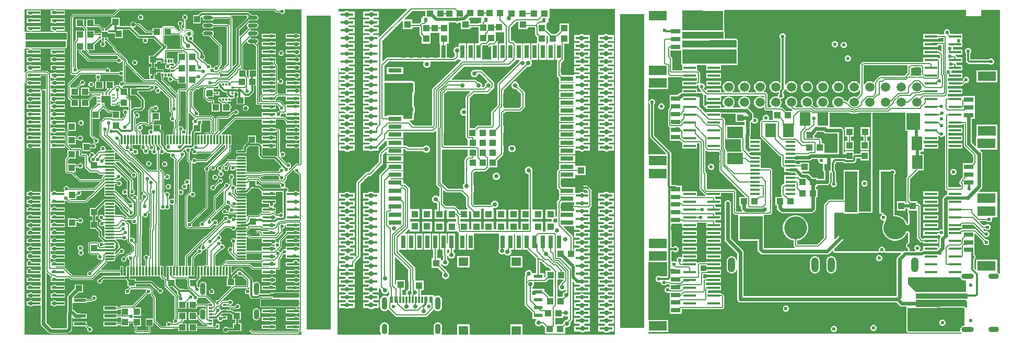
<source format=gtl>
G04*
G04 #@! TF.GenerationSoftware,Altium Limited,Altium Designer,23.6.0 (18)*
G04*
G04 Layer_Physical_Order=1*
G04 Layer_Color=255*
%FSLAX44Y44*%
%MOMM*%
G71*
G04*
G04 #@! TF.SameCoordinates,A137800D-7D6B-43E2-A44D-125AE26CC9B3*
G04*
G04*
G04 #@! TF.FilePolarity,Positive*
G04*
G01*
G75*
%ADD10C,0.2000*%
%ADD11C,0.1500*%
%ADD13C,0.1250*%
%ADD20R,1.0000X1.1000*%
%ADD21R,1.1000X1.0000*%
%ADD22R,1.5000X1.4000*%
%ADD23R,1.4000X0.6000*%
%ADD24R,2.0000X0.4500*%
%ADD25R,0.5000X0.7000*%
%ADD26R,1.0500X2.2000*%
%ADD27R,1.0000X1.0500*%
%ADD28R,0.6000X1.1400*%
%ADD29R,0.3000X1.1400*%
%ADD30R,2.1500X0.6500*%
%ADD31R,0.6500X2.1500*%
%ADD32R,3.0000X2.0000*%
%ADD33R,1.1000X1.1000*%
%ADD34R,1.5700X0.4100*%
%ADD35R,1.7900X2.2100*%
%ADD36R,1.1000X1.1000*%
%ADD37R,2.6000X1.9000*%
%ADD38R,1.5000X0.8000*%
%ADD39R,3.0000X1.6000*%
%ADD40R,2.0000X6.7100*%
%ADD41R,2.2000X2.8000*%
%ADD42C,0.2000*%
G04:AMPARAMS|DCode=43|XSize=1.47mm|YSize=0.28mm|CornerRadius=0.035mm|HoleSize=0mm|Usage=FLASHONLY|Rotation=0.000|XOffset=0mm|YOffset=0mm|HoleType=Round|Shape=RoundedRectangle|*
%AMROUNDEDRECTD43*
21,1,1.4700,0.2100,0,0,0.0*
21,1,1.4000,0.2800,0,0,0.0*
1,1,0.0700,0.7000,-0.1050*
1,1,0.0700,-0.7000,-0.1050*
1,1,0.0700,-0.7000,0.1050*
1,1,0.0700,0.7000,0.1050*
%
%ADD43ROUNDEDRECTD43*%
G04:AMPARAMS|DCode=44|XSize=1.47mm|YSize=0.28mm|CornerRadius=0.035mm|HoleSize=0mm|Usage=FLASHONLY|Rotation=90.000|XOffset=0mm|YOffset=0mm|HoleType=Round|Shape=RoundedRectangle|*
%AMROUNDEDRECTD44*
21,1,1.4700,0.2100,0,0,90.0*
21,1,1.4000,0.2800,0,0,90.0*
1,1,0.0700,0.1050,0.7000*
1,1,0.0700,0.1050,-0.7000*
1,1,0.0700,-0.1050,-0.7000*
1,1,0.0700,-0.1050,0.7000*
%
%ADD44ROUNDEDRECTD44*%
%ADD45R,0.4750X0.2500*%
%ADD46R,0.2500X0.4750*%
%ADD47R,0.3500X0.5900*%
%ADD48R,0.5900X0.3500*%
G04:AMPARAMS|DCode=49|XSize=0.38mm|YSize=0.35mm|CornerRadius=0.0158mm|HoleSize=0mm|Usage=FLASHONLY|Rotation=0.000|XOffset=0mm|YOffset=0mm|HoleType=Round|Shape=RoundedRectangle|*
%AMROUNDEDRECTD49*
21,1,0.3800,0.3185,0,0,0.0*
21,1,0.3485,0.3500,0,0,0.0*
1,1,0.0315,0.1743,-0.1593*
1,1,0.0315,-0.1743,-0.1593*
1,1,0.0315,-0.1743,0.1593*
1,1,0.0315,0.1743,0.1593*
%
%ADD49ROUNDEDRECTD49*%
%ADD50R,0.3000X0.5000*%
%ADD51R,0.5000X0.3000*%
%ADD52R,0.4000X0.3000*%
%ADD53R,0.3000X0.4000*%
%ADD54O,1.6000X0.6000*%
%ADD55R,1.9812X0.5334*%
%ADD104C,0.1950*%
%ADD105C,0.5000*%
%ADD106C,0.3000*%
%ADD107C,0.6000*%
%ADD108C,0.6000*%
%ADD109O,0.9000X2.0000*%
%ADD110O,0.9000X1.7000*%
%ADD111C,1.5000*%
%ADD112O,1.7000X0.9000*%
%ADD113O,2.0000X0.9000*%
%ADD114O,1.2000X2.4000*%
%ADD115R,3.7160X3.7160*%
%ADD116C,3.7160*%
%ADD117R,4.0000X51.0000*%
%ADD118C,0.8000*%
%ADD119C,0.7000*%
G36*
X461293Y779677D02*
X454780Y773164D01*
X391625D01*
X391625Y773164D01*
X390845Y773009D01*
X390183Y772567D01*
X386558Y768942D01*
X386116Y768280D01*
X385961Y767500D01*
Y676879D01*
X386116Y676098D01*
X386558Y675437D01*
X387437Y674558D01*
X387437Y674558D01*
X388098Y674116D01*
X388879Y673961D01*
X394418D01*
X394904Y672787D01*
X382308Y660192D01*
X381866Y659530D01*
X381711Y658750D01*
Y638000D01*
X381866Y637220D01*
X382308Y636558D01*
X386500Y632366D01*
Y622250D01*
X400000D01*
Y634750D01*
X389884D01*
X385789Y638845D01*
Y639774D01*
X386500Y640750D01*
X387059Y640750D01*
X400000D01*
Y651053D01*
X400039Y651250D01*
Y653905D01*
X403712Y657578D01*
X404505Y657250D01*
X406195D01*
X407757Y657897D01*
X408953Y659093D01*
X409600Y660655D01*
Y662345D01*
X408953Y663907D01*
X407757Y665103D01*
X406195Y665750D01*
X404505D01*
X402943Y665103D01*
X401747Y663907D01*
X401100Y662345D01*
Y660734D01*
X396558Y656192D01*
X396116Y655530D01*
X395961Y654750D01*
Y653250D01*
X387059D01*
X386500Y653250D01*
X385789Y654225D01*
Y657905D01*
X402095Y674211D01*
X427004D01*
X427530Y672941D01*
X427247Y672657D01*
X426600Y671095D01*
Y669405D01*
X427247Y667843D01*
X428443Y666647D01*
X428811Y666495D01*
Y664000D01*
X425750D01*
Y651500D01*
X439250D01*
Y664000D01*
X432889D01*
Y666495D01*
X433257Y666647D01*
X434453Y667843D01*
X435100Y669405D01*
Y671095D01*
X434453Y672657D01*
X434170Y672941D01*
X434696Y674211D01*
X448675D01*
X449455Y674366D01*
X449597Y674461D01*
X464244D01*
X464397Y674093D01*
X465593Y672897D01*
X467155Y672250D01*
X468845D01*
X469941Y672704D01*
X471211Y672041D01*
Y663995D01*
X470314Y663098D01*
X469945Y663250D01*
X468255D01*
X466693Y662603D01*
X465497Y661407D01*
X464850Y659845D01*
Y658543D01*
X464624Y657978D01*
X463811Y657344D01*
X460021D01*
X460020Y657344D01*
X459240Y657189D01*
X458579Y656747D01*
X458578Y656747D01*
X457423Y655592D01*
X456250Y656078D01*
Y664000D01*
X442750D01*
Y651500D01*
X445820D01*
X446347Y650368D01*
X446324Y650230D01*
X445842Y649908D01*
X445842Y649908D01*
X442808Y646874D01*
X442725Y646750D01*
X438447D01*
X438250Y646789D01*
X436354D01*
X436212Y646884D01*
X435432Y647039D01*
X417000D01*
Y653250D01*
X403500D01*
Y640750D01*
X417000D01*
Y642961D01*
X420531D01*
X421057Y641691D01*
X414116Y634750D01*
X403500D01*
Y622250D01*
X417000D01*
Y631866D01*
X424595Y639461D01*
X427421D01*
X428500Y639000D01*
X428500Y637730D01*
Y634000D01*
X428500Y629000D01*
X428500Y626884D01*
X424746Y623130D01*
X424659D01*
X423879Y622975D01*
X423217Y622533D01*
X423217Y622533D01*
X418308Y617624D01*
X417866Y616962D01*
X417711Y616182D01*
Y576000D01*
X417866Y575220D01*
X418308Y574558D01*
X423956Y568910D01*
X423626Y568113D01*
Y566422D01*
X424273Y564860D01*
X425469Y563665D01*
X427031Y563018D01*
X428722D01*
X430284Y563665D01*
X431479Y564860D01*
X432126Y566422D01*
Y568113D01*
X431479Y569675D01*
X430284Y570871D01*
X428722Y571517D01*
X427116D01*
X421789Y576845D01*
Y603000D01*
X433250D01*
Y613616D01*
X439002Y619368D01*
X439562Y618808D01*
X440223Y618366D01*
X441004Y618211D01*
X441848D01*
X447751Y612308D01*
X448413Y611866D01*
X449193Y611711D01*
X453750D01*
Y605777D01*
X452568Y604789D01*
X441786D01*
X441006Y604634D01*
X440344Y604192D01*
X434058Y597906D01*
X433616Y597244D01*
X433461Y596464D01*
Y575527D01*
X433616Y574747D01*
X434058Y574085D01*
X454788Y553355D01*
X454302Y552181D01*
X443932D01*
X443000Y553251D01*
Y554942D01*
X442353Y556504D01*
X441157Y557700D01*
X439595Y558347D01*
X437905D01*
X436343Y557700D01*
X435147Y556504D01*
X434500Y554942D01*
Y553251D01*
X434954Y552156D01*
X434291Y550886D01*
X432847D01*
X432847Y550886D01*
X432066Y550731D01*
X431405Y550289D01*
X427247Y546131D01*
X426805Y545469D01*
X426686Y544871D01*
X426345Y544522D01*
X426215Y544451D01*
X424954Y545142D01*
X424925Y545194D01*
X424298Y546709D01*
X423102Y547905D01*
X421540Y548552D01*
X419849D01*
X418287Y547905D01*
X417092Y546709D01*
X416445Y545147D01*
Y543488D01*
X414809Y541852D01*
X414631Y541926D01*
X413634Y542720D01*
X413789Y543500D01*
X413634Y544280D01*
X413192Y544942D01*
X412530Y545384D01*
X411750Y545539D01*
X404039D01*
Y553000D01*
X403884Y553780D01*
X403442Y554442D01*
X402780Y554884D01*
X402000Y555039D01*
X387845D01*
X383154Y559730D01*
X383680Y561000D01*
X394750D01*
Y568886D01*
X398402D01*
X398554Y568518D01*
X399750Y567323D01*
X401312Y566675D01*
X403003D01*
X404565Y567323D01*
X405760Y568518D01*
X406407Y570080D01*
Y571771D01*
X405760Y573333D01*
X404565Y574528D01*
X403003Y575176D01*
X401312D01*
X399750Y574528D01*
X398554Y573333D01*
X398402Y572965D01*
X394750D01*
Y574500D01*
X382289D01*
Y581155D01*
X384134Y583000D01*
X394750D01*
Y596500D01*
X381250D01*
Y585884D01*
X378808Y583442D01*
X378366Y582780D01*
X378211Y582000D01*
Y559750D01*
X378366Y558970D01*
X378808Y558308D01*
X383943Y553173D01*
X383457Y552000D01*
X381500D01*
Y541384D01*
X378558Y538442D01*
X378116Y537780D01*
X377961Y537000D01*
Y517318D01*
X378116Y516538D01*
X378558Y515876D01*
X380376Y514058D01*
X380376Y514058D01*
X381038Y513616D01*
X381818Y513461D01*
X387655D01*
X400308Y500808D01*
X400308Y500808D01*
X400970Y500366D01*
X401750Y500211D01*
X433362D01*
X433848Y499038D01*
X425100Y490289D01*
X383282D01*
X382841Y491352D01*
X381646Y492548D01*
X380084Y493195D01*
X378393D01*
X376831Y492548D01*
X375635Y491352D01*
X374988Y489790D01*
Y488100D01*
X375635Y486538D01*
X376403Y485770D01*
X375877Y484500D01*
X362805D01*
X362455Y484850D01*
X360893Y485497D01*
X359202D01*
X357640Y484850D01*
X357291Y484500D01*
X354250D01*
X354043Y485684D01*
Y554416D01*
X354250Y555600D01*
X355313Y555600D01*
X357987D01*
X359202Y555097D01*
X360893D01*
X362109Y555600D01*
X376750D01*
Y562600D01*
X362805D01*
X362455Y562949D01*
X360893Y563597D01*
X359202D01*
X357640Y562949D01*
X357291Y562600D01*
X354250Y562600D01*
X354043Y563784D01*
Y567116D01*
X354250Y568300D01*
X355313Y568300D01*
X357987D01*
X359202Y567797D01*
X360893D01*
X362109Y568300D01*
X376750D01*
Y575300D01*
X362805D01*
X362455Y575649D01*
X360893Y576297D01*
X359202D01*
X357640Y575649D01*
X357291Y575300D01*
X354250Y575300D01*
X354043Y576484D01*
Y579816D01*
X354250Y581000D01*
X356282Y581000D01*
X357309Y579973D01*
X359055Y579250D01*
X360945D01*
X362691Y579973D01*
X363717Y581000D01*
X376750D01*
Y588000D01*
X362718D01*
X362691Y588027D01*
X360945Y588750D01*
X359055D01*
X357309Y588027D01*
X357282Y588000D01*
X354250Y588000D01*
X354043Y589184D01*
Y592516D01*
X354250Y593700D01*
X356582Y593700D01*
X357309Y592973D01*
X359055Y592250D01*
X360945D01*
X362691Y592973D01*
X363418Y593700D01*
X376750D01*
Y600700D01*
X363018D01*
X362691Y601027D01*
X360945Y601750D01*
X359055D01*
X357309Y601027D01*
X356982Y600700D01*
X354250Y600700D01*
X354043Y601884D01*
Y605216D01*
X354250Y606400D01*
X356882Y606400D01*
X357309Y605973D01*
X359055Y605250D01*
X360945D01*
X362691Y605973D01*
X363117Y606400D01*
X376750D01*
Y613400D01*
X363317D01*
X362691Y614027D01*
X360945Y614750D01*
X359055D01*
X357309Y614027D01*
X356682Y613400D01*
X354250Y613400D01*
X354043Y614584D01*
Y617916D01*
X354250Y619100D01*
X355313Y619100D01*
X357182D01*
X357309Y618973D01*
X359055Y618250D01*
X360945D01*
X362691Y618973D01*
X362817Y619100D01*
X376750D01*
Y626100D01*
X363618D01*
X362691Y627027D01*
X360945Y627750D01*
X359055D01*
X357309Y627027D01*
X356382Y626100D01*
X354250Y626100D01*
X354043Y627284D01*
Y630616D01*
X354250Y631800D01*
X355482Y631800D01*
X356309Y630973D01*
X358055Y630250D01*
X359945D01*
X361691Y630973D01*
X362518Y631800D01*
X376750D01*
Y638800D01*
X361917D01*
X361691Y639027D01*
X359945Y639750D01*
X358055D01*
X356309Y639027D01*
X356082Y638800D01*
X354250Y638800D01*
X354043Y639984D01*
Y643316D01*
X354250Y644500D01*
X355313Y644500D01*
X357782D01*
X358309Y643973D01*
X360055Y643250D01*
X361945D01*
X363691Y643973D01*
X364217Y644500D01*
X376750D01*
Y651500D01*
X364217D01*
X363691Y652027D01*
X361945Y652750D01*
X360055D01*
X358309Y652027D01*
X357782Y651500D01*
X354250Y651500D01*
X354043Y652684D01*
Y656016D01*
X354250Y657200D01*
X355313Y657200D01*
X358082D01*
X358309Y656973D01*
X360055Y656250D01*
X361945D01*
X363691Y656973D01*
X363918Y657200D01*
X376750D01*
Y664200D01*
X364518D01*
X363691Y665027D01*
X361945Y665750D01*
X360055D01*
X358309Y665027D01*
X357482Y664200D01*
X354250Y664200D01*
X354043Y665384D01*
Y668716D01*
X354250Y669900D01*
X355313Y669900D01*
X357382D01*
X358309Y668973D01*
X360055Y668250D01*
X361945D01*
X363691Y668973D01*
X364618Y669900D01*
X376750D01*
Y676900D01*
X363817D01*
X363691Y677027D01*
X361945Y677750D01*
X360055D01*
X358309Y677027D01*
X358182Y676900D01*
X354250D01*
Y676794D01*
X352980Y676268D01*
X348909Y680339D01*
X348248Y680780D01*
X347467Y680936D01*
X325382D01*
X324776Y682206D01*
X325096Y682600D01*
X337750D01*
Y689600D01*
X324118D01*
X323691Y690027D01*
X321945Y690750D01*
X320055D01*
X318309Y690027D01*
X317882Y689600D01*
X315250D01*
Y682600D01*
X316904D01*
X317224Y682206D01*
X316618Y680936D01*
X316565D01*
X315784Y680780D01*
X315123Y680339D01*
X312808Y678024D01*
X312679Y677831D01*
X311409Y678216D01*
Y716268D01*
X312679Y717030D01*
X313000Y716897D01*
X320105D01*
X320358Y715627D01*
X319093Y715103D01*
X318990Y715000D01*
X315250D01*
Y708000D01*
X318990D01*
X319093Y707897D01*
X320655Y707250D01*
X322345D01*
X323907Y707897D01*
X324010Y708000D01*
X337750D01*
Y715000D01*
X324010D01*
X323907Y715103D01*
X322642Y715627D01*
X322895Y716897D01*
X377000D01*
X377957Y717293D01*
X379457Y718793D01*
X379853Y719750D01*
Y728750D01*
X380000Y729647D01*
X380957Y730043D01*
X381353Y731000D01*
Y741750D01*
X380957Y742707D01*
X379957Y743707D01*
X379954Y743708D01*
X379953Y743710D01*
X379474Y743907D01*
X379000Y744103D01*
X378997Y744102D01*
X378995Y744103D01*
X362957Y744042D01*
X362702Y745311D01*
X363304Y745560D01*
X363844Y746100D01*
X376750D01*
Y753100D01*
X362499D01*
X361742Y753413D01*
X360051D01*
X359295Y753100D01*
X354250D01*
Y746100D01*
X357950D01*
X358489Y745560D01*
X359124Y745297D01*
X358874Y744026D01*
X313245Y743853D01*
X312766Y743653D01*
X312679Y743616D01*
X311409Y744232D01*
Y780436D01*
X312409Y780850D01*
X460807D01*
X461293Y779677D01*
D02*
G37*
G36*
X760409Y643821D02*
X759152Y643134D01*
X758371Y643289D01*
X757893D01*
X757750Y644500D01*
X757750D01*
Y651500D01*
X756217D01*
X755691Y652027D01*
X753945Y652750D01*
X752055D01*
X750309Y652027D01*
X749782Y651500D01*
X735250D01*
Y644500D01*
X735250D01*
X735107Y643289D01*
X722661D01*
X722445Y643447D01*
X721738Y644559D01*
X721789Y644818D01*
Y661124D01*
X723059Y661377D01*
X723273Y660860D01*
X724469Y659665D01*
X726031Y659017D01*
X727722D01*
X729284Y659665D01*
X730479Y660860D01*
X731126Y662422D01*
Y664113D01*
X730479Y665675D01*
X729284Y666870D01*
X727722Y667517D01*
X726031D01*
X724469Y666870D01*
X723273Y665675D01*
X723059Y665158D01*
X721789Y665411D01*
Y689282D01*
X721634Y690062D01*
X721192Y690724D01*
X718789Y693127D01*
Y697300D01*
X718750Y697497D01*
Y702300D01*
X714805D01*
X714455Y702650D01*
X712893Y703297D01*
X711202D01*
X709640Y702650D01*
X709291Y702300D01*
X696250D01*
Y695300D01*
X709987D01*
X711202Y694797D01*
X712893D01*
X713441Y695023D01*
X714711Y694243D01*
Y692282D01*
X714866Y691502D01*
X715288Y690870D01*
X715276Y690807D01*
X714455Y689949D01*
X712893Y690597D01*
X711202D01*
X709640Y689949D01*
X709291Y689600D01*
X696250D01*
Y682600D01*
X709987D01*
X711202Y682097D01*
X712893D01*
X714109Y682600D01*
X717711D01*
Y676900D01*
X714805D01*
X714455Y677250D01*
X712893Y677897D01*
X711202D01*
X709640Y677250D01*
X709291Y676900D01*
X696250D01*
Y669900D01*
X709987D01*
X711202Y669397D01*
X712893D01*
X714109Y669900D01*
X717711D01*
Y664200D01*
X714805D01*
X714455Y664549D01*
X712893Y665197D01*
X711202D01*
X709640Y664549D01*
X709291Y664200D01*
X696250D01*
Y657200D01*
X709987D01*
X711202Y656697D01*
X712893D01*
X714109Y657200D01*
X717711D01*
Y651500D01*
X714805D01*
X714455Y651850D01*
X712893Y652497D01*
X711202D01*
X709640Y651850D01*
X709291Y651500D01*
X696250D01*
Y644500D01*
X696797D01*
X697183Y643230D01*
X696976Y643092D01*
X696976Y643092D01*
X693808Y639924D01*
X693366Y639262D01*
X693211Y638482D01*
Y632118D01*
X693366Y631338D01*
X693808Y630676D01*
X693975Y630509D01*
X693489Y629336D01*
X691039D01*
Y669146D01*
X691134Y669288D01*
X691289Y670068D01*
X691289Y670068D01*
Y681932D01*
X691289Y681932D01*
X691134Y682712D01*
X691039Y682854D01*
Y721200D01*
X691039Y721200D01*
X690884Y721980D01*
X690442Y722642D01*
X690442Y722642D01*
X688753Y724331D01*
X688878Y725594D01*
X689314Y725886D01*
X690253Y727292D01*
X690583Y728950D01*
X690253Y730608D01*
X689314Y732014D01*
X687908Y732953D01*
X686250Y733283D01*
X677839D01*
X677312Y734553D01*
X677717Y734958D01*
X677717Y734958D01*
X678159Y735620D01*
X678315Y736400D01*
Y737317D01*
X686250D01*
X687908Y737647D01*
X689314Y738586D01*
X690253Y739992D01*
X690583Y741650D01*
X690253Y743308D01*
X689314Y744714D01*
X687908Y745653D01*
X686250Y745983D01*
X677839D01*
X677312Y747253D01*
X677717Y747658D01*
X678159Y748320D01*
X678315Y749100D01*
Y750017D01*
X686250D01*
X687908Y750347D01*
X689314Y751286D01*
X690253Y752692D01*
X690583Y754350D01*
X690253Y756008D01*
X689314Y757414D01*
X687908Y758353D01*
X686250Y758683D01*
X676250D01*
X674592Y758353D01*
X673186Y757414D01*
X672247Y756008D01*
X671917Y754350D01*
X672247Y752692D01*
X673186Y751286D01*
X673654Y750973D01*
X673772Y749480D01*
X661168Y736877D01*
X659995Y737363D01*
Y746829D01*
X675943Y762778D01*
X676250Y762717D01*
X686250D01*
X687908Y763047D01*
X689314Y763986D01*
X690253Y765392D01*
X690583Y767050D01*
X690253Y768708D01*
X689314Y770114D01*
X687908Y771053D01*
X686250Y771383D01*
X679582D01*
X675933Y775033D01*
X675023Y775640D01*
X673950Y775854D01*
X599050D01*
X597977Y775640D01*
X597067Y775033D01*
X593285Y771250D01*
X584750D01*
Y757750D01*
X597250D01*
Y767285D01*
X599144Y769178D01*
X599240Y769137D01*
X600191Y768430D01*
X599917Y767050D01*
X600247Y765392D01*
X601186Y763986D01*
X602592Y763047D01*
X604250Y762717D01*
X614250D01*
X615908Y763047D01*
X617314Y763986D01*
X617999Y765011D01*
X644211D01*
Y755450D01*
X642946Y755064D01*
X642941Y755064D01*
X642063Y755942D01*
X641402Y756384D01*
X640621Y756539D01*
X629250D01*
X629250Y756539D01*
X628496Y756389D01*
X617999D01*
X617314Y757414D01*
X615908Y758353D01*
X614250Y758683D01*
X604250D01*
X602592Y758353D01*
X601186Y757414D01*
X600247Y756008D01*
X599917Y754350D01*
X600247Y752692D01*
X601186Y751286D01*
X602592Y750347D01*
X604250Y750017D01*
X614250D01*
X615908Y750347D01*
X617314Y751286D01*
X617999Y752311D01*
X629100D01*
X629854Y752461D01*
X639461D01*
Y692595D01*
X631155Y684289D01*
X627825D01*
X626994Y685419D01*
Y685439D01*
X626841Y685807D01*
X629942Y688908D01*
X629942Y688908D01*
X630384Y689570D01*
X630539Y690350D01*
X630539Y690350D01*
Y722125D01*
X630384Y722905D01*
X629942Y723567D01*
X616728Y736780D01*
X616846Y738273D01*
X617314Y738586D01*
X618253Y739992D01*
X618583Y741650D01*
X618253Y743308D01*
X617314Y744714D01*
X615908Y745653D01*
X614250Y745983D01*
X604250D01*
X602592Y745653D01*
X601186Y744714D01*
X600247Y743308D01*
X599917Y741650D01*
X600247Y739992D01*
X601186Y738586D01*
X602592Y737647D01*
X604250Y737317D01*
X612185D01*
Y736400D01*
X612341Y735620D01*
X612783Y734958D01*
X626461Y721280D01*
Y691195D01*
X623957Y688691D01*
X623589Y688844D01*
X621898D01*
X620336Y688197D01*
X619141Y687001D01*
X618839Y686272D01*
X618379Y685458D01*
X617306Y685637D01*
X616695Y685890D01*
X615301D01*
X614802Y686136D01*
X614159Y686915D01*
Y688143D01*
X613512Y689705D01*
X612317Y690901D01*
X610755Y691548D01*
X609064D01*
X608696Y691395D01*
X603628Y696463D01*
X602966Y696906D01*
X602186Y697061D01*
X601189D01*
X600746Y697655D01*
X601178Y699091D01*
X602041Y699448D01*
X603377Y700785D01*
X604100Y702530D01*
Y704420D01*
X603377Y706166D01*
X602041Y707502D01*
X601389Y707772D01*
Y710418D01*
X601175Y711491D01*
X600567Y712401D01*
X584743Y728225D01*
X584325Y728504D01*
X584138Y728638D01*
X584010Y728961D01*
X583953Y729373D01*
X584002Y730152D01*
X584865Y731015D01*
X585512Y732577D01*
Y734267D01*
X584865Y735829D01*
X584477Y736217D01*
X585223Y738033D01*
X585223Y738034D01*
X585223Y738034D01*
X585225Y738039D01*
X585261Y738221D01*
X585561Y738945D01*
X585819Y740903D01*
X585561Y742861D01*
X584805Y744685D01*
X583603Y746252D01*
X582037Y747454D01*
X580212Y748210D01*
X578869Y748387D01*
X578725Y748425D01*
X578705Y748426D01*
X578701Y748425D01*
X578697Y748427D01*
X575159Y748635D01*
X574688Y748830D01*
X573792D01*
X573412Y749084D01*
Y763916D01*
X573958Y764142D01*
X575153Y765338D01*
X575800Y766900D01*
Y768590D01*
X575153Y770152D01*
X573958Y771348D01*
X572396Y771995D01*
X570705D01*
X569143Y771348D01*
X567948Y770152D01*
X567300Y768590D01*
Y766900D01*
X567948Y765338D01*
X569143Y764142D01*
X569588Y763958D01*
Y750252D01*
X568318Y749726D01*
X566039Y752005D01*
Y753995D01*
X566407Y754147D01*
X567603Y755343D01*
X568250Y756905D01*
Y758595D01*
X567603Y760157D01*
X566407Y761353D01*
X564845Y762000D01*
X563155D01*
X561593Y761353D01*
X560397Y760157D01*
X559750Y758595D01*
Y756905D01*
X560397Y755343D01*
X561593Y754147D01*
X561961Y753995D01*
Y751160D01*
X562116Y750380D01*
X562558Y749718D01*
X565093Y747183D01*
X565098Y747155D01*
X564721Y745759D01*
X564486Y745662D01*
X561792D01*
X554977Y752477D01*
X554356Y752891D01*
X553625Y753037D01*
X536870D01*
X536138Y752891D01*
X535518Y752477D01*
X534273Y751232D01*
X534020Y750853D01*
X533000Y750250D01*
X519500D01*
Y746039D01*
X509845D01*
X498563Y757321D01*
X497902Y757763D01*
X497121Y757918D01*
X492054D01*
X491935Y758206D01*
X490598Y759543D01*
X488853Y760266D01*
X486963D01*
X485217Y759543D01*
X483881Y758206D01*
X483158Y756461D01*
Y754571D01*
X483297Y754234D01*
X483039Y753707D01*
X482411Y753054D01*
X465678D01*
X465500Y754250D01*
X465500D01*
Y766750D01*
X452000D01*
Y758962D01*
X443304Y750266D01*
X442261D01*
X441503Y749952D01*
X440746Y750266D01*
X438621D01*
X433445Y755442D01*
X432784Y755884D01*
X432003Y756039D01*
X425500D01*
Y764500D01*
X412000D01*
Y752680D01*
X410730Y752154D01*
X408500Y754384D01*
Y764500D01*
X395000D01*
Y752000D01*
X405116D01*
X408961Y748155D01*
Y746830D01*
X408503Y745750D01*
X395003D01*
Y735447D01*
X394964Y735250D01*
Y730530D01*
X392558Y728124D01*
X392116Y727462D01*
X391961Y726682D01*
Y686977D01*
X391309Y686567D01*
X390039Y687252D01*
Y766655D01*
X392470Y769086D01*
X455625D01*
X456405Y769241D01*
X457067Y769683D01*
X466017Y778633D01*
X716469D01*
X719276Y775826D01*
X719276Y775826D01*
X719938Y775384D01*
X720718Y775228D01*
X720718Y775228D01*
X725621D01*
X725773Y774860D01*
X726969Y773664D01*
X728531Y773018D01*
X730222D01*
X731784Y773664D01*
X732979Y774860D01*
X733626Y776422D01*
Y778113D01*
X732979Y779675D01*
X732977Y779677D01*
X733463Y780850D01*
X760409D01*
Y643821D01*
D02*
G37*
G36*
X1892250Y351368D02*
X1890980Y350937D01*
X1890636Y351386D01*
X1889278Y352428D01*
X1887847Y353020D01*
X1887750Y354250D01*
X1887750Y354250D01*
X1887750Y354250D01*
Y374250D01*
X1853750D01*
Y358456D01*
X1852577Y357970D01*
X1851319Y359228D01*
Y374497D01*
X1852239Y375418D01*
X1853000Y377255D01*
Y379245D01*
X1852239Y381082D01*
X1851319Y382002D01*
Y387250D01*
X1851250Y387595D01*
Y395750D01*
X1851250Y395750D01*
Y396250D01*
X1851250D01*
X1851250Y397020D01*
Y408250D01*
X1851250Y408250D01*
Y408750D01*
X1851250D01*
X1851250Y409520D01*
Y415530D01*
X1852423Y416016D01*
X1865029Y403411D01*
X1865017Y403382D01*
Y401393D01*
X1865778Y399555D01*
X1867185Y398149D01*
X1869023Y397388D01*
X1871012D01*
X1872849Y398149D01*
X1874256Y399555D01*
X1875017Y401393D01*
Y403382D01*
X1874256Y405220D01*
X1872849Y406627D01*
X1871012Y407388D01*
X1869023D01*
X1868994Y407376D01*
X1853387Y422983D01*
X1852478Y423590D01*
X1851405Y423804D01*
X1830750D01*
X1829677Y423590D01*
X1828767Y422983D01*
X1827285Y421500D01*
X1809848D01*
Y425700D01*
X1831250D01*
Y430235D01*
X1831711Y430696D01*
X1849271D01*
X1865211Y414756D01*
X1865267Y414718D01*
Y414393D01*
X1866028Y412555D01*
X1867435Y411149D01*
X1869273Y410388D01*
X1871262D01*
X1873100Y411149D01*
X1874506Y412555D01*
X1875267Y414393D01*
Y416382D01*
X1874506Y418220D01*
X1873100Y419627D01*
X1871262Y420388D01*
X1869273D01*
X1868026Y419871D01*
X1865083Y422814D01*
X1865609Y424084D01*
X1867767D01*
X1867778Y424055D01*
X1869185Y422649D01*
X1871023Y421888D01*
X1873012D01*
X1874850Y422649D01*
X1876256Y424055D01*
X1877017Y425893D01*
Y427882D01*
X1876256Y429720D01*
X1874850Y431127D01*
X1873012Y431888D01*
X1871023D01*
X1869185Y431127D01*
X1867778Y429720D01*
X1867767Y429692D01*
X1865524D01*
X1859555Y435661D01*
X1860041Y436834D01*
X1870517D01*
X1870528Y436805D01*
X1871935Y435399D01*
X1873773Y434638D01*
X1875762D01*
X1877599Y435399D01*
X1879006Y436805D01*
X1879767Y438643D01*
Y440632D01*
X1879416Y441480D01*
X1880265Y442750D01*
X1887750D01*
Y462750D01*
X1887750D01*
Y464000D01*
X1887750D01*
Y484000D01*
X1858119D01*
X1857633Y485173D01*
X1862355Y489895D01*
X1863460Y491549D01*
X1863848Y493500D01*
Y545843D01*
X1863460Y547794D01*
X1862355Y549448D01*
X1860701Y550553D01*
X1860662Y550561D01*
X1860192Y551256D01*
X1860786Y552500D01*
X1887750D01*
Y572084D01*
X1888000Y573250D01*
X1888000Y573666D01*
Y593250D01*
X1854000D01*
Y573666D01*
X1853750Y572500D01*
X1853750Y572084D01*
Y559005D01*
X1852577Y558519D01*
X1847098Y563998D01*
Y602750D01*
X1851500D01*
Y614750D01*
X1851500Y614750D01*
Y615250D01*
X1851500D01*
X1851500Y616020D01*
Y627250D01*
X1851500D01*
Y627750D01*
X1851500D01*
Y639750D01*
X1832500D01*
Y639348D01*
X1831250Y639300D01*
Y639300D01*
X1807933D01*
X1807529Y639927D01*
X1807348Y640570D01*
X1807837Y641302D01*
X1808050Y642375D01*
Y643500D01*
X1831250D01*
Y652000D01*
X1808050D01*
Y656200D01*
X1831250D01*
Y657680D01*
X1832153Y657860D01*
X1833062Y658467D01*
X1835782Y661187D01*
X1836505Y660888D01*
X1838495D01*
X1840332Y661649D01*
X1841739Y663055D01*
X1842500Y664893D01*
Y666882D01*
X1841739Y668720D01*
X1840332Y670126D01*
X1838495Y670888D01*
X1836505D01*
X1834668Y670126D01*
X1833261Y668720D01*
X1832500Y666882D01*
Y665836D01*
X1832141Y665476D01*
X1831250Y664700D01*
Y664700D01*
X1831250Y664700D01*
X1808050D01*
Y668900D01*
X1831250D01*
Y677400D01*
X1814404D01*
X1814000Y678006D01*
Y679995D01*
X1813772Y680544D01*
X1814478Y681600D01*
X1831250D01*
Y690100D01*
X1822054D01*
Y690871D01*
X1821840Y691944D01*
X1821233Y692854D01*
X1821057Y693030D01*
X1821583Y694300D01*
X1831250D01*
Y702800D01*
X1822292D01*
X1822090Y703816D01*
X1821483Y704725D01*
X1820604Y705604D01*
X1820415Y705730D01*
X1820800Y707000D01*
X1831250D01*
Y715500D01*
X1816471D01*
X1816000Y716206D01*
Y718195D01*
X1815814Y718644D01*
X1816519Y719700D01*
X1831250D01*
Y728200D01*
X1831221D01*
X1830750Y728905D01*
Y730895D01*
X1830556Y731362D01*
X1831250Y732400D01*
X1831250D01*
Y740900D01*
X1812313D01*
X1811465Y742170D01*
X1811500Y742255D01*
Y744245D01*
X1810739Y746082D01*
X1809332Y747489D01*
X1807495Y748250D01*
X1805505D01*
X1803668Y747489D01*
X1802261Y746082D01*
X1801500Y744245D01*
Y742255D01*
X1802093Y740824D01*
X1801568Y739762D01*
X1801349Y739554D01*
X1792250D01*
Y740900D01*
X1768250D01*
Y732400D01*
X1792250D01*
Y733946D01*
X1800946D01*
Y729135D01*
X1799871Y728054D01*
X1792250D01*
Y728200D01*
X1768250D01*
Y719700D01*
X1792250D01*
Y722446D01*
X1797946D01*
Y712550D01*
X1796773Y712064D01*
X1795604Y713233D01*
X1794694Y713840D01*
X1793621Y714054D01*
X1792250D01*
Y715500D01*
X1768250D01*
Y707000D01*
X1792250D01*
Y707000D01*
X1793520Y707386D01*
X1794946Y705960D01*
Y700986D01*
X1793676Y700460D01*
X1793604Y700533D01*
X1792694Y701140D01*
X1792250Y701229D01*
Y702800D01*
X1768250D01*
Y695054D01*
X1671000D01*
X1669927Y694840D01*
X1669017Y694233D01*
X1666517Y691733D01*
X1665910Y690823D01*
X1665696Y689750D01*
Y659072D01*
X1664426Y658732D01*
X1663502Y660333D01*
X1661733Y662102D01*
X1659567Y663353D01*
X1657151Y664000D01*
X1654649D01*
X1652233Y663353D01*
X1650067Y662102D01*
X1648298Y660333D01*
X1647047Y658167D01*
X1646400Y655751D01*
Y653249D01*
X1647047Y650833D01*
X1648298Y648667D01*
X1650067Y646898D01*
X1652233Y645647D01*
X1654649Y645000D01*
X1657151D01*
X1659567Y645647D01*
X1661733Y646898D01*
X1663502Y648667D01*
X1664426Y650268D01*
X1665696Y649928D01*
Y643261D01*
X1660341Y637906D01*
X1659567Y638353D01*
X1657151Y639000D01*
X1654649D01*
X1652233Y638353D01*
X1650067Y637102D01*
X1648298Y635333D01*
X1647047Y633167D01*
X1646447Y630926D01*
X1645276Y630301D01*
X1644094Y631483D01*
X1643184Y632090D01*
X1642111Y632304D01*
X1639584D01*
X1639353Y633167D01*
X1638102Y635333D01*
X1636333Y637102D01*
X1634167Y638353D01*
X1631751Y639000D01*
X1629249D01*
X1626833Y638353D01*
X1624667Y637102D01*
X1622898Y635333D01*
X1621647Y633167D01*
X1621000Y630751D01*
Y628249D01*
X1621647Y625833D01*
X1622898Y623667D01*
X1623941Y622624D01*
X1623415Y621354D01*
X1612185D01*
X1611659Y622624D01*
X1612702Y623667D01*
X1613953Y625833D01*
X1614600Y628249D01*
Y630751D01*
X1613953Y633167D01*
X1612702Y635333D01*
X1610933Y637102D01*
X1608767Y638353D01*
X1606351Y639000D01*
X1603849D01*
X1601433Y638353D01*
X1599267Y637102D01*
X1597498Y635333D01*
X1596247Y633167D01*
X1595600Y630751D01*
Y628249D01*
X1596247Y625833D01*
X1597498Y623667D01*
X1598541Y622624D01*
X1598015Y621354D01*
X1592929D01*
X1590480Y623803D01*
X1589570Y624411D01*
X1589236Y624477D01*
X1588537Y625806D01*
X1588553Y625833D01*
X1589200Y628249D01*
Y630751D01*
X1588553Y633167D01*
X1587302Y635333D01*
X1585533Y637102D01*
X1583367Y638353D01*
X1580951Y639000D01*
X1578449D01*
X1576033Y638353D01*
X1573867Y637102D01*
X1572098Y635333D01*
X1570847Y633167D01*
X1570200Y630751D01*
Y628249D01*
X1570847Y625833D01*
X1572098Y623667D01*
X1573141Y622624D01*
X1572615Y621354D01*
X1561385D01*
X1560859Y622624D01*
X1561902Y623667D01*
X1563153Y625833D01*
X1563800Y628249D01*
Y630751D01*
X1563153Y633167D01*
X1561902Y635333D01*
X1560133Y637102D01*
X1557967Y638353D01*
X1555551Y639000D01*
X1553049D01*
X1550633Y638353D01*
X1548467Y637102D01*
X1546698Y635333D01*
X1545447Y633167D01*
X1544800Y630751D01*
Y628249D01*
X1545447Y625833D01*
X1546698Y623667D01*
X1548467Y621898D01*
X1550633Y620647D01*
X1553049Y620000D01*
X1553278D01*
X1553767Y619267D01*
X1556015Y617020D01*
X1555489Y615750D01*
X1545215D01*
X1540233Y620733D01*
X1539323Y621340D01*
X1538250Y621554D01*
X1536185D01*
X1535659Y622824D01*
X1536502Y623667D01*
X1537753Y625833D01*
X1538400Y628249D01*
Y630751D01*
X1537753Y633167D01*
X1537185Y634150D01*
X1537820Y635250D01*
X1538495D01*
X1540332Y636011D01*
X1541739Y637418D01*
X1542500Y639255D01*
Y641245D01*
X1541739Y643082D01*
X1541069Y643753D01*
Y646773D01*
X1543023Y648727D01*
X1543797Y649885D01*
X1544069Y651251D01*
X1545337Y651246D01*
X1545447Y650833D01*
X1546698Y648667D01*
X1548467Y646898D01*
X1550633Y645647D01*
X1553049Y645000D01*
X1555551D01*
X1557967Y645647D01*
X1560133Y646898D01*
X1561902Y648667D01*
X1563153Y650833D01*
X1563800Y653249D01*
Y655751D01*
X1563153Y658167D01*
X1561902Y660333D01*
X1560133Y662102D01*
X1557967Y663353D01*
X1555551Y664000D01*
X1553049D01*
X1550633Y663353D01*
X1548467Y662102D01*
X1546698Y660333D01*
X1545447Y658167D01*
X1545339Y657761D01*
X1544069Y657928D01*
Y733248D01*
X1544739Y733918D01*
X1545500Y735755D01*
Y737745D01*
X1544739Y739582D01*
X1543332Y740989D01*
X1541495Y741750D01*
X1539505D01*
X1537668Y740989D01*
X1536261Y739582D01*
X1535500Y737745D01*
Y735755D01*
X1536261Y733918D01*
X1536931Y733248D01*
Y661700D01*
X1535661Y661173D01*
X1534733Y662102D01*
X1532567Y663353D01*
X1530151Y664000D01*
X1527649D01*
X1525233Y663353D01*
X1523067Y662102D01*
X1521298Y660333D01*
X1520047Y658167D01*
X1519400Y655751D01*
Y653249D01*
X1520047Y650833D01*
X1521298Y648667D01*
X1523067Y646898D01*
X1525233Y645647D01*
X1527649Y645000D01*
X1530151D01*
X1532567Y645647D01*
X1532832Y645800D01*
X1533931Y645165D01*
Y643753D01*
X1533261Y643082D01*
X1532500Y641245D01*
Y639685D01*
X1531663Y638826D01*
X1531366Y638674D01*
X1530151Y639000D01*
X1527649D01*
X1525233Y638353D01*
X1523067Y637102D01*
X1521298Y635333D01*
X1520047Y633167D01*
X1519400Y630751D01*
Y628249D01*
X1520047Y625833D01*
X1521298Y623667D01*
X1522141Y622824D01*
X1521615Y621554D01*
X1516054D01*
Y641621D01*
X1515840Y642694D01*
X1515233Y643604D01*
X1513759Y645077D01*
X1512850Y645685D01*
X1511777Y645899D01*
X1509986D01*
X1509603Y647169D01*
X1511102Y648667D01*
X1512353Y650833D01*
X1513000Y653249D01*
Y655751D01*
X1512353Y658167D01*
X1511102Y660333D01*
X1509333Y662102D01*
X1507167Y663353D01*
X1504751Y664000D01*
X1502249D01*
X1499833Y663353D01*
X1497667Y662102D01*
X1495898Y660333D01*
X1494647Y658167D01*
X1494000Y655751D01*
Y653249D01*
X1494647Y650833D01*
X1495898Y648667D01*
X1497397Y647169D01*
X1497014Y645899D01*
X1484586D01*
X1484203Y647169D01*
X1485702Y648667D01*
X1486953Y650833D01*
X1487600Y653249D01*
Y655751D01*
X1486953Y658167D01*
X1485702Y660333D01*
X1483933Y662102D01*
X1481767Y663353D01*
X1479351Y664000D01*
X1476849D01*
X1474433Y663353D01*
X1472267Y662102D01*
X1470498Y660333D01*
X1469247Y658167D01*
X1468600Y655751D01*
Y653249D01*
X1469247Y650833D01*
X1470498Y648667D01*
X1471996Y647169D01*
X1471614Y645899D01*
X1459186D01*
X1458804Y647169D01*
X1460302Y648667D01*
X1461553Y650833D01*
X1462200Y653249D01*
Y655751D01*
X1461553Y658167D01*
X1460302Y660333D01*
X1458533Y662102D01*
X1456367Y663353D01*
X1453951Y664000D01*
X1451449D01*
X1449033Y663353D01*
X1446867Y662102D01*
X1445098Y660333D01*
X1443847Y658167D01*
X1443200Y655751D01*
Y653249D01*
X1443847Y650833D01*
X1445098Y648667D01*
X1446597Y647169D01*
X1446214Y645899D01*
X1440250D01*
Y652000D01*
X1416250D01*
Y649943D01*
X1415077Y649457D01*
X1412552Y651981D01*
X1413239Y652668D01*
X1414000Y654505D01*
Y656495D01*
X1413239Y658332D01*
X1411832Y659739D01*
X1409995Y660500D01*
X1408005D01*
X1407862Y660441D01*
X1406749Y661354D01*
X1406804Y661629D01*
Y676750D01*
X1406590Y677823D01*
X1405983Y678733D01*
X1403983Y680733D01*
X1403073Y681340D01*
X1402463Y681462D01*
X1402000Y681554D01*
X1401999Y681554D01*
X1401250Y681600D01*
Y689961D01*
X1416250D01*
Y681600D01*
X1440250D01*
Y689961D01*
X1465750D01*
X1466530Y690116D01*
X1467192Y690558D01*
X1467634Y691220D01*
X1467789Y692000D01*
Y714332D01*
X1467789Y714335D01*
X1467789Y714337D01*
X1467711Y714727D01*
X1467634Y715113D01*
X1467632Y715115D01*
X1467632Y715117D01*
X1467412Y715445D01*
X1467192Y715774D01*
X1467190Y715776D01*
X1467188Y715778D01*
X1466858Y716107D01*
X1466942Y717558D01*
X1467384Y718220D01*
X1467539Y719000D01*
Y729848D01*
X1467538Y729852D01*
X1467539Y729857D01*
X1467460Y730246D01*
X1467384Y730629D01*
X1467381Y730632D01*
X1467381Y730636D01*
X1467161Y730962D01*
X1466942Y731290D01*
X1466938Y731292D01*
X1466936Y731296D01*
X1466034Y732190D01*
X1466030Y732193D01*
X1466028Y732197D01*
X1465696Y732414D01*
X1465371Y732630D01*
X1465366Y732630D01*
X1465363Y732633D01*
X1464977Y732706D01*
X1464590Y732782D01*
X1464585Y732781D01*
X1464581Y732782D01*
X1447403Y732636D01*
X1447352Y732653D01*
X1446985Y732879D01*
X1446289Y733896D01*
Y743401D01*
X1446250Y743600D01*
X1446249Y743803D01*
X1446212Y743986D01*
X1446137Y744169D01*
X1446134Y744182D01*
X1446126Y744193D01*
X1446058Y744356D01*
X1445994Y744511D01*
X1445992Y744525D01*
X1445984Y744536D01*
X1445909Y744718D01*
X1445804Y744874D01*
X1445661Y745017D01*
X1445548Y745185D01*
X1445309Y745424D01*
X1445268Y745485D01*
X1445178Y745575D01*
X1445115Y745685D01*
X1445074Y745733D01*
X1445134Y745823D01*
X1445289Y746604D01*
Y778250D01*
X1445243Y778480D01*
X1445325Y778777D01*
X1445930Y779578D01*
X1446181Y779750D01*
X1837250D01*
Y769750D01*
X1862250D01*
Y779750D01*
X1892250D01*
Y351368D01*
D02*
G37*
G36*
X1051406Y766672D02*
Y760541D01*
X1051392Y760519D01*
X1051122Y759163D01*
Y758738D01*
X1047165D01*
Y757506D01*
X1033915D01*
Y763488D01*
X1031441D01*
X1031147Y764197D01*
X1031029Y764758D01*
X1031300Y765164D01*
X1033125Y766988D01*
X1041915D01*
Y766988D01*
X1042915D01*
Y766988D01*
X1050267D01*
X1051406Y766672D01*
D02*
G37*
G36*
X960915Y769738D02*
X956915D01*
Y767238D01*
X954415D01*
Y760823D01*
X953885Y760469D01*
X951422Y758006D01*
X939665D01*
Y763988D01*
X927335D01*
X926849Y765162D01*
X939607Y777920D01*
X960915D01*
Y769738D01*
D02*
G37*
G36*
X1018915Y758476D02*
Y747988D01*
X1033915D01*
Y750420D01*
X1047165D01*
Y742738D01*
X1047165Y742738D01*
Y741738D01*
X1047165D01*
X1047165Y741468D01*
Y725738D01*
X1046102Y725238D01*
X1041665D01*
Y698781D01*
X1040165D01*
Y725238D01*
X1028665D01*
Y698781D01*
X1027165D01*
Y725238D01*
X1015665D01*
Y719779D01*
X1014609Y719074D01*
X1013608Y719488D01*
X1011221D01*
X1009016Y718575D01*
X1007328Y716887D01*
X1006415Y714682D01*
Y712295D01*
X1007328Y710089D01*
X1008872Y708546D01*
Y704805D01*
X1008460Y704393D01*
X1008436Y704388D01*
X1007287Y703620D01*
X1006223Y702556D01*
X996165D01*
Y724988D01*
X999165D01*
Y740988D01*
X999165D01*
Y741988D01*
X999165D01*
Y757988D01*
X1000053Y758890D01*
X1009294D01*
X1011471Y757988D01*
X1013858D01*
X1016064Y758902D01*
X1016435Y759273D01*
X1017944D01*
X1018915Y758476D01*
D02*
G37*
G36*
X1443250Y778250D02*
Y746604D01*
X1443000Y746500D01*
X1378384D01*
X1377250Y747634D01*
Y777716D01*
X1377269Y777999D01*
X1377682Y778981D01*
X1443250Y778250D01*
D02*
G37*
G36*
X507558Y742558D02*
X507558Y742558D01*
X508220Y742116D01*
X509000Y741961D01*
X509000Y741961D01*
X519500D01*
Y738554D01*
X498381D01*
X487439Y749496D01*
X487965Y750766D01*
X488853D01*
X490598Y751489D01*
X491935Y752825D01*
X492355Y753839D01*
X496277D01*
X507558Y742558D01*
D02*
G37*
G36*
X1268415Y253238D02*
X1267415Y252238D01*
X1118695D01*
Y268648D01*
X1098695D01*
Y252238D01*
X1032695D01*
Y268648D01*
X1012695D01*
Y252238D01*
X987776D01*
X987214Y253377D01*
X987430Y253658D01*
X988135Y255361D01*
X988375Y257188D01*
Y265188D01*
X988135Y267016D01*
X987430Y268718D01*
X986308Y270181D01*
X984845Y271303D01*
X983142Y272008D01*
X981315Y272249D01*
X979488Y272008D01*
X977785Y271303D01*
X976323Y270181D01*
X975201Y268718D01*
X974495Y267016D01*
X974255Y265188D01*
Y257188D01*
X974495Y255361D01*
X975201Y253658D01*
X975416Y253377D01*
X974854Y252238D01*
X901276D01*
X900714Y253377D01*
X900929Y253658D01*
X901635Y255361D01*
X901875Y257188D01*
Y265188D01*
X901635Y267016D01*
X900929Y268718D01*
X899807Y270181D01*
X898345Y271303D01*
X896642Y272008D01*
X894815Y272249D01*
X892988Y272008D01*
X891285Y271303D01*
X889823Y270181D01*
X888700Y268718D01*
X887995Y267016D01*
X887755Y265188D01*
Y257188D01*
X887995Y255361D01*
X888700Y253658D01*
X888916Y253377D01*
X888354Y252238D01*
X820064D01*
X819167Y253138D01*
X820395Y686017D01*
X821665Y686015D01*
Y678338D01*
X829873D01*
X829924Y678287D01*
X831115Y677599D01*
X831147Y676574D01*
X831044Y676230D01*
X829674Y675440D01*
X829373Y675138D01*
X821665D01*
Y665638D01*
X829073D01*
X829674Y665037D01*
X830465Y664580D01*
X830642Y663260D01*
X829898Y662438D01*
X821665D01*
Y652938D01*
X830273D01*
X830674Y652537D01*
X831786Y651895D01*
X831703Y650574D01*
X831695Y650556D01*
X831656Y650545D01*
X830258Y649738D01*
X821665D01*
Y640238D01*
X829223D01*
X830174Y639287D01*
X830323Y639201D01*
X830450Y637809D01*
X829669Y637038D01*
X821665D01*
Y627538D01*
X830173D01*
X830674Y627037D01*
X831715Y626436D01*
X831737Y626381D01*
Y625096D01*
X831715Y625041D01*
X830674Y624440D01*
X830573Y624338D01*
X821665D01*
Y614838D01*
X829873D01*
X830674Y614037D01*
X831490Y613566D01*
X831561Y613022D01*
X831403Y612149D01*
X830518Y611638D01*
X821665D01*
Y602138D01*
X829073D01*
X830074Y601137D01*
X830154Y600835D01*
X830037Y599649D01*
X829674Y599440D01*
X829173Y598938D01*
X821665D01*
Y589438D01*
X829273D01*
X829674Y589037D01*
X830951Y588300D01*
X831112Y587004D01*
X830312Y586238D01*
X821665D01*
Y576738D01*
X829973D01*
X830674Y576037D01*
X831244Y575708D01*
X831284Y575593D01*
X831187Y574274D01*
X830174Y573690D01*
X830023Y573538D01*
X821665D01*
Y564038D01*
X829423D01*
X830174Y563287D01*
X830816Y562916D01*
X830967Y561548D01*
X830245Y560838D01*
X821665D01*
Y551338D01*
X829873D01*
X830674Y550537D01*
X832156Y549681D01*
X833809Y549238D01*
X835521D01*
X837174Y549681D01*
X838656Y550537D01*
X839457Y551338D01*
X846665D01*
Y560838D01*
X838757D01*
X838656Y560939D01*
X837643Y561524D01*
X837545Y562843D01*
X837586Y562958D01*
X838156Y563287D01*
X838907Y564038D01*
X846665D01*
Y573538D01*
X838559D01*
X837793Y574288D01*
X837937Y575622D01*
X838656Y576037D01*
X839357Y576738D01*
X846665D01*
Y586238D01*
X838857D01*
X838656Y586440D01*
X837174Y587295D01*
X836998Y588657D01*
X837656Y589037D01*
X838057Y589438D01*
X846665D01*
Y598938D01*
X838631D01*
X838011Y599672D01*
X838156Y601037D01*
X839257Y602138D01*
X846665D01*
Y611638D01*
X838139D01*
X837717Y612182D01*
X838002Y613660D01*
X838656Y614037D01*
X839457Y614838D01*
X846665D01*
Y624338D01*
X838757D01*
X838656Y624440D01*
X837615Y625041D01*
X837594Y625096D01*
Y626381D01*
X837615Y626436D01*
X838656Y627037D01*
X839157Y627538D01*
X846665D01*
Y637038D01*
X839057D01*
X838656Y637439D01*
X838076Y637774D01*
Y639241D01*
X838156Y639287D01*
X839107Y640238D01*
X846665D01*
Y649738D01*
X838072D01*
X837044Y650332D01*
X837127Y651652D01*
X837135Y651671D01*
X837174Y651681D01*
X838656Y652537D01*
X839057Y652938D01*
X846665D01*
Y662438D01*
X839157D01*
X838656Y662940D01*
X837718Y663481D01*
X837558Y664734D01*
X838380Y665638D01*
X846665D01*
Y675138D01*
X837957D01*
X837656Y675440D01*
X836465Y676127D01*
X836433Y677153D01*
X836536Y677496D01*
X837906Y678287D01*
X837957Y678338D01*
X846665D01*
Y687838D01*
X838757D01*
X837906Y688690D01*
X837120Y689143D01*
X837213Y690556D01*
X837564Y690702D01*
X837900Y691038D01*
X846665D01*
Y700538D01*
X837900D01*
X837564Y700875D01*
X836173Y701451D01*
Y702826D01*
X837564Y703402D01*
X837900Y703738D01*
X846665D01*
Y713238D01*
X837900D01*
X837564Y713575D01*
X836173Y714151D01*
Y715526D01*
X837564Y716102D01*
X837900Y716438D01*
X846665D01*
Y725938D01*
X837900D01*
X837564Y726275D01*
X836815Y726585D01*
X836722Y727998D01*
X837656Y728537D01*
X838257Y729138D01*
X846665D01*
Y738638D01*
X837957D01*
X837656Y738940D01*
X836758Y739458D01*
X836669Y739782D01*
X836797Y740897D01*
X837906Y741537D01*
X838207Y741838D01*
X846665D01*
Y751338D01*
X838507D01*
X837906Y751939D01*
X837002Y752461D01*
X836800Y753776D01*
X837470Y754538D01*
X846665D01*
Y764038D01*
X837807D01*
X837156Y764690D01*
X836860Y764861D01*
Y766327D01*
X837656Y766787D01*
X838107Y767238D01*
X846665D01*
Y776738D01*
X838107D01*
X837656Y777190D01*
X836174Y778045D01*
X834521Y778488D01*
X832809D01*
X831156Y778045D01*
X829674Y777190D01*
X829223Y776738D01*
X821922D01*
X820654Y777364D01*
X820665Y781238D01*
X931245D01*
X931731Y780065D01*
X886838Y735172D01*
X885665Y735658D01*
Y738638D01*
X877312D01*
X876465Y739127D01*
X876433Y740153D01*
X876536Y740496D01*
X877906Y741287D01*
X878457Y741838D01*
X885665D01*
Y751338D01*
X878257D01*
X877906Y751690D01*
X877018Y752202D01*
X876992Y753654D01*
X877656Y754037D01*
X878157Y754538D01*
X885665D01*
Y764038D01*
X878057D01*
X877656Y764439D01*
X876893Y764880D01*
Y766347D01*
X877656Y766787D01*
X878107Y767238D01*
X885665D01*
Y776738D01*
X878107D01*
X877656Y777190D01*
X876174Y778045D01*
X874521Y778488D01*
X872809D01*
X871156Y778045D01*
X869674Y777190D01*
X869223Y776738D01*
X860665D01*
Y767238D01*
X869223D01*
X869674Y766787D01*
X870437Y766347D01*
Y764880D01*
X869674Y764439D01*
X869273Y764038D01*
X860665D01*
Y754538D01*
X869173D01*
X869674Y754037D01*
X870562Y753524D01*
X870587Y752073D01*
X869924Y751690D01*
X869573Y751338D01*
X860665D01*
Y741838D01*
X869373D01*
X869924Y741287D01*
X871115Y740599D01*
X871147Y739574D01*
X871044Y739230D01*
X870018Y738638D01*
X860665D01*
Y729138D01*
X868573D01*
X869674Y728037D01*
X870103Y727789D01*
X870011Y726376D01*
X869766Y726275D01*
X869430Y725938D01*
X860665D01*
Y716438D01*
X869430D01*
X869766Y716102D01*
X871157Y715526D01*
Y714151D01*
X869766Y713575D01*
X869430Y713238D01*
X860665D01*
Y703738D01*
X869430D01*
X869766Y703402D01*
X871157Y702826D01*
Y701451D01*
X869766Y700875D01*
X869430Y700538D01*
X860665D01*
Y691038D01*
X869430D01*
X869766Y690702D01*
X870819Y690266D01*
X870938Y689835D01*
X870860Y688874D01*
X869674Y688190D01*
X869323Y687838D01*
X860665D01*
Y678338D01*
X869123D01*
X869674Y677787D01*
X870437Y677346D01*
Y675880D01*
X869674Y675440D01*
X869373Y675138D01*
X860665D01*
Y665638D01*
X869073D01*
X869674Y665037D01*
X870014Y664841D01*
Y663374D01*
X869174Y662890D01*
X868723Y662438D01*
X860665D01*
Y652938D01*
X868723D01*
X869174Y652487D01*
X869893Y652072D01*
Y650605D01*
X869174Y650190D01*
X868723Y649738D01*
X860665D01*
Y640238D01*
X868723D01*
X869174Y639787D01*
X869893Y639371D01*
Y637905D01*
X869174Y637490D01*
X868723Y637038D01*
X860665D01*
Y627538D01*
X868723D01*
X869174Y627087D01*
X869893Y626671D01*
Y625205D01*
X869174Y624790D01*
X868723Y624338D01*
X860665D01*
Y614838D01*
X868723D01*
X869174Y614387D01*
X869893Y613971D01*
Y612505D01*
X869174Y612090D01*
X868723Y611638D01*
X860665D01*
Y602138D01*
X868723D01*
X869174Y601687D01*
X869893Y601272D01*
Y599805D01*
X869174Y599390D01*
X868723Y598938D01*
X860665D01*
Y589438D01*
X868723D01*
X869174Y588987D01*
X870468Y588240D01*
X870572Y587557D01*
X870470Y586866D01*
X869766Y586575D01*
X869430Y586238D01*
X860665D01*
Y576738D01*
X869430D01*
X869766Y576402D01*
X871157Y575826D01*
Y574451D01*
X869766Y573875D01*
X869430Y573538D01*
X860665D01*
Y564038D01*
X869430D01*
X869766Y563702D01*
X871157Y563126D01*
Y561751D01*
X869766Y561175D01*
X869430Y560838D01*
X860665D01*
Y551338D01*
X869430D01*
X869766Y551002D01*
X871972Y550088D01*
X874358D01*
X876564Y551002D01*
X876900Y551338D01*
X885665D01*
Y555828D01*
X897395Y567558D01*
X898099Y567420D01*
X898665Y567085D01*
Y559349D01*
X897890Y558831D01*
X887072Y548013D01*
X886354Y546939D01*
X886101Y545670D01*
Y532879D01*
X869529Y516306D01*
X867337D01*
X866069Y516054D01*
X864994Y515336D01*
X850481Y500822D01*
X849763Y499747D01*
X849510Y498479D01*
Y380988D01*
X847838Y379316D01*
X846665Y379802D01*
Y381138D01*
X839197D01*
X838757Y381602D01*
X838695Y381707D01*
X839085Y383207D01*
X839656Y383537D01*
X840457Y384338D01*
X846665D01*
Y393838D01*
X839757D01*
X839656Y393940D01*
X838768Y394452D01*
X838743Y395904D01*
X839406Y396287D01*
X840157Y397038D01*
X846665D01*
Y406538D01*
X839557D01*
X839406Y406689D01*
X838518Y407202D01*
X838493Y408654D01*
X839156Y409037D01*
X839857Y409738D01*
X846665D01*
Y419238D01*
X839357D01*
X839156Y419440D01*
X838393Y419880D01*
Y421347D01*
X839156Y421787D01*
X839807Y422438D01*
X846665D01*
Y431938D01*
X839407D01*
X839156Y432189D01*
X838360Y432649D01*
Y434116D01*
X838656Y434287D01*
X839507Y435138D01*
X846665D01*
Y444638D01*
X838707D01*
X838656Y444689D01*
X837427Y445399D01*
X837269Y446272D01*
X837340Y446816D01*
X838156Y447287D01*
X838707Y447838D01*
X846665D01*
Y457338D01*
X839010D01*
X838235Y458105D01*
X838371Y459478D01*
X838906Y459787D01*
X839657Y460538D01*
X846665D01*
Y470038D01*
X839057D01*
X838906Y470190D01*
X837677Y470899D01*
X837519Y471772D01*
X837590Y472316D01*
X838406Y472787D01*
X838857Y473238D01*
X846665D01*
Y482738D01*
X838857D01*
X838406Y483190D01*
X836924Y484045D01*
X835271Y484488D01*
X833559D01*
X831906Y484045D01*
X830424Y483190D01*
X829973Y482738D01*
X821665D01*
Y473238D01*
X829973D01*
X830424Y472787D01*
X831653Y472077D01*
X831811Y471205D01*
X831740Y470661D01*
X830924Y470190D01*
X830773Y470038D01*
X821665D01*
Y460538D01*
X830173D01*
X830924Y459787D01*
X831142Y459661D01*
X831095Y458222D01*
X830174Y457690D01*
X829823Y457338D01*
X821665D01*
Y447838D01*
X829623D01*
X830174Y447287D01*
X831403Y446577D01*
X831561Y445705D01*
X831490Y445161D01*
X830674Y444689D01*
X830623Y444638D01*
X821665D01*
Y435138D01*
X829823D01*
X830674Y434287D01*
X831043Y434074D01*
X831159Y432685D01*
X830375Y431938D01*
X821665D01*
Y422438D01*
X830523D01*
X831174Y421787D01*
X831937Y421347D01*
Y419976D01*
X831326Y419527D01*
X831174Y419440D01*
X831083Y419349D01*
X830933Y419238D01*
X821665D01*
Y409738D01*
X830473D01*
X831174Y409037D01*
X831861Y408641D01*
X831949Y407356D01*
X831040Y406538D01*
X821665D01*
Y397038D01*
X830673D01*
X831424Y396287D01*
X832033Y395935D01*
X832130Y394615D01*
X831269Y393838D01*
X821665D01*
Y384338D01*
X830873D01*
X831494Y383717D01*
X831557Y383221D01*
X831541Y383030D01*
X831340Y382263D01*
X830174Y381590D01*
X829723Y381138D01*
X821665D01*
Y371638D01*
X829723D01*
X830174Y371187D01*
X831468Y370440D01*
X831572Y369757D01*
X831470Y369066D01*
X830766Y368775D01*
X830430Y368438D01*
X821665D01*
Y358938D01*
X830430D01*
X830766Y358602D01*
X832157Y358026D01*
Y356651D01*
X830766Y356075D01*
X830430Y355738D01*
X821665D01*
Y346238D01*
X830430D01*
X830766Y345902D01*
X832157Y345326D01*
Y343951D01*
X830766Y343375D01*
X830430Y343038D01*
X821665D01*
Y333538D01*
X830430D01*
X830766Y333202D01*
X832157Y332626D01*
Y331251D01*
X830766Y330675D01*
X830430Y330338D01*
X821665D01*
Y320838D01*
X830430D01*
X830766Y320502D01*
X832157Y319926D01*
Y318551D01*
X830766Y317975D01*
X830430Y317638D01*
X821665D01*
Y308138D01*
X830430D01*
X830766Y307802D01*
X832157Y307226D01*
Y305851D01*
X830766Y305275D01*
X830430Y304938D01*
X821665D01*
Y295438D01*
X830430D01*
X830766Y295102D01*
X832971Y294188D01*
X835359D01*
X837564Y295102D01*
X837900Y295438D01*
X846665D01*
Y304938D01*
X837900D01*
X837564Y305275D01*
X836173Y305851D01*
Y307226D01*
X837564Y307802D01*
X837900Y308138D01*
X846665D01*
Y317638D01*
X837900D01*
X837564Y317975D01*
X836173Y318551D01*
Y319926D01*
X837564Y320502D01*
X837900Y320838D01*
X846665D01*
Y330338D01*
X837900D01*
X837564Y330675D01*
X836173Y331251D01*
Y332626D01*
X837564Y333202D01*
X837900Y333538D01*
X846665D01*
Y343038D01*
X837900D01*
X837564Y343375D01*
X836173Y343951D01*
Y345326D01*
X837564Y345902D01*
X837900Y346238D01*
X846665D01*
Y355738D01*
X837900D01*
X837564Y356075D01*
X836173Y356651D01*
Y358026D01*
X837564Y358602D01*
X837900Y358938D01*
X846665D01*
Y364868D01*
X846729Y365188D01*
Y368834D01*
X855167Y377272D01*
X855885Y378347D01*
X856138Y379615D01*
Y497107D01*
X868710Y509679D01*
X870901D01*
X872170Y509931D01*
X873245Y510650D01*
X891758Y529163D01*
X892476Y530238D01*
X892729Y531506D01*
Y544298D01*
X897492Y549061D01*
X898665Y548575D01*
Y545238D01*
X925165D01*
Y553175D01*
X927707D01*
X929987Y550895D01*
X931062Y550177D01*
X932330Y549925D01*
X957543D01*
X957578Y549840D01*
X959266Y548152D01*
X961471Y547238D01*
X963858D01*
X966064Y548152D01*
X967751Y549840D01*
X968665Y552045D01*
Y554432D01*
X967751Y556637D01*
X966064Y558325D01*
X963858Y559238D01*
X961471D01*
X959266Y558325D01*
X957578Y556637D01*
X957543Y556552D01*
X933702D01*
X931423Y558831D01*
X930348Y559550D01*
X929080Y559802D01*
X925165D01*
Y569738D01*
X900503D01*
X899524Y570757D01*
X899517Y571141D01*
X899610Y571238D01*
X925165D01*
Y580720D01*
X973552D01*
X974908Y580990D01*
X976057Y581758D01*
X977678Y583379D01*
X978851Y582893D01*
Y496234D01*
X979104Y494966D01*
X979822Y493891D01*
X983601Y490111D01*
Y476833D01*
X982331Y476307D01*
X981064Y477575D01*
X978858Y478488D01*
X976471D01*
X974266Y477575D01*
X972578Y475887D01*
X971665Y473682D01*
Y471295D01*
X972578Y469090D01*
X974266Y467402D01*
X976471Y466488D01*
X978858D01*
X978943Y466524D01*
X980601Y464866D01*
Y455738D01*
X975915D01*
Y439738D01*
X991915D01*
Y453177D01*
X993089Y454239D01*
X995915D01*
Y439738D01*
X1011260D01*
Y435738D01*
X995915D01*
Y419738D01*
X1011915D01*
Y419738D01*
X1012737Y419946D01*
X1013185Y419916D01*
X1013822Y418963D01*
X1015140Y417645D01*
X1015467Y417426D01*
X1015665Y416238D01*
X1015665Y415907D01*
Y389738D01*
X1027165D01*
Y415117D01*
X1027915Y415551D01*
X1028665Y415117D01*
Y389738D01*
X1040165D01*
Y415405D01*
X1040165Y416238D01*
X1041254Y416675D01*
X1079576D01*
X1080665Y416238D01*
X1080665Y415405D01*
Y391377D01*
X1079875Y389471D01*
Y387084D01*
X1080789Y384879D01*
X1082477Y383191D01*
X1084682Y382278D01*
X1087069D01*
X1089274Y383191D01*
X1089376Y383293D01*
X1091016Y381652D01*
X1093222Y380738D01*
X1095609D01*
X1097814Y381652D01*
X1099501Y383340D01*
X1100415Y385545D01*
Y387932D01*
X1100104Y388682D01*
X1100810Y389738D01*
X1105165D01*
Y415117D01*
X1105915Y415551D01*
X1106665Y415117D01*
Y389738D01*
X1118165D01*
Y415117D01*
X1118915Y415551D01*
X1119665Y415117D01*
Y389738D01*
X1126154D01*
X1140881Y375011D01*
Y352148D01*
X1134915D01*
Y352432D01*
X1134001Y354637D01*
X1132314Y356325D01*
X1130108Y357238D01*
X1127721D01*
X1125516Y356325D01*
X1123828Y354637D01*
X1122915Y352432D01*
Y350045D01*
X1123282Y349160D01*
X1123072Y348950D01*
X1122354Y347875D01*
X1122101Y346606D01*
Y301446D01*
X1122354Y300178D01*
X1123072Y299103D01*
X1134631Y287544D01*
Y285398D01*
X1134695Y285078D01*
Y277648D01*
X1140680D01*
X1140866Y277307D01*
X1141070Y276378D01*
X1139578Y274887D01*
X1138665Y272682D01*
Y270295D01*
X1139578Y268090D01*
X1141266Y266402D01*
X1143472Y265488D01*
X1145859D01*
X1148064Y266402D01*
X1149707Y268045D01*
X1150598D01*
X1154915Y263728D01*
Y253738D01*
X1170645D01*
X1170915Y253738D01*
Y253738D01*
X1171915D01*
Y253738D01*
X1187915D01*
Y262801D01*
X1188971Y263738D01*
X1191358D01*
X1193564Y264652D01*
X1195251Y266339D01*
X1196165Y268545D01*
Y270932D01*
X1195859Y271671D01*
X1198545Y274358D01*
X1199313Y275507D01*
X1199583Y276863D01*
Y337651D01*
X1200756Y338137D01*
X1202665Y336229D01*
Y333438D01*
X1206165D01*
X1207915Y333090D01*
X1211503D01*
X1211762Y331847D01*
X1211762Y331820D01*
X1210180Y330238D01*
X1202665D01*
Y320738D01*
X1227665D01*
Y330238D01*
X1220150D01*
X1219116Y331273D01*
X1219113Y332839D01*
X1219147Y332901D01*
X1219685Y333438D01*
X1227665D01*
Y342938D01*
X1218900D01*
X1218564Y343275D01*
X1217860Y343566D01*
X1217758Y344257D01*
X1217862Y344940D01*
X1219156Y345687D01*
X1219607Y346138D01*
X1227665D01*
Y355638D01*
X1219607D01*
X1219156Y356090D01*
X1218436Y356505D01*
Y357971D01*
X1219156Y358387D01*
X1219607Y358838D01*
X1227665D01*
Y368338D01*
X1219607D01*
X1219156Y368789D01*
X1218480Y369180D01*
Y370647D01*
X1219156Y371037D01*
X1219657Y371538D01*
X1227665D01*
Y381038D01*
X1219557D01*
X1219156Y381440D01*
X1218393Y381880D01*
Y383346D01*
X1219156Y383787D01*
X1219607Y384238D01*
X1227665D01*
Y393738D01*
X1219607D01*
X1219156Y394189D01*
X1218436Y394605D01*
Y396072D01*
X1219156Y396487D01*
X1219607Y396938D01*
X1227665D01*
Y406438D01*
X1219607D01*
X1219156Y406889D01*
X1218436Y407305D01*
Y408772D01*
X1219156Y409187D01*
X1219607Y409638D01*
X1227665D01*
Y419138D01*
X1219607D01*
X1219156Y419590D01*
X1218436Y420005D01*
Y421471D01*
X1219156Y421887D01*
X1219607Y422338D01*
X1227665D01*
Y431838D01*
X1219607D01*
X1219156Y432290D01*
X1217862Y433036D01*
X1217758Y433720D01*
X1217860Y434410D01*
X1218564Y434702D01*
X1218900Y435038D01*
X1227665D01*
Y444538D01*
X1218900D01*
X1218564Y444875D01*
X1217173Y445451D01*
Y446826D01*
X1218564Y447402D01*
X1218900Y447738D01*
X1227665D01*
Y457238D01*
X1227665Y457238D01*
X1227665D01*
X1228313Y458218D01*
X1229758Y459663D01*
X1230476Y460738D01*
X1230729Y462006D01*
Y486088D01*
X1230476Y487356D01*
X1229758Y488431D01*
X1225258Y492931D01*
X1224183Y493650D01*
X1222915Y493902D01*
X1215165D01*
X1213897Y493650D01*
X1212822Y492931D01*
X1212104Y491856D01*
X1211851Y490588D01*
X1212104Y489320D01*
X1212822Y488245D01*
X1213897Y487527D01*
X1215165Y487275D01*
X1221542D01*
X1224101Y484716D01*
Y482638D01*
X1218900D01*
X1218564Y482975D01*
X1216358Y483888D01*
X1213971D01*
X1211766Y482975D01*
X1211430Y482638D01*
X1204165D01*
Y491738D01*
X1182676D01*
X1181233Y493181D01*
Y506238D01*
X1204165D01*
Y510837D01*
X1205165Y511488D01*
X1221165D01*
Y526488D01*
X1205165D01*
X1204165Y527140D01*
Y530738D01*
X1177665D01*
Y521249D01*
X1175185Y518769D01*
X1174417Y517619D01*
X1174147Y516264D01*
Y491713D01*
X1174417Y490358D01*
X1175185Y489208D01*
X1177665Y486728D01*
Y480238D01*
X1202665D01*
Y478738D01*
X1177665D01*
Y472249D01*
X1175185Y469769D01*
X1174417Y468619D01*
X1174147Y467263D01*
Y444409D01*
X1173142Y443669D01*
X1171915Y443954D01*
Y455738D01*
X1155915D01*
Y439738D01*
X1165136D01*
X1165715Y438871D01*
Y436484D01*
X1165216Y435738D01*
X1155915D01*
Y419756D01*
X1151915D01*
Y435738D01*
X1136249D01*
X1135915Y435738D01*
X1134979Y436544D01*
Y438933D01*
X1135915Y439738D01*
X1136249Y439738D01*
X1151915D01*
Y455738D01*
X1136249D01*
X1135915Y455738D01*
X1134979Y456544D01*
Y515610D01*
X1134726Y516878D01*
X1134236Y517612D01*
X1134415Y518045D01*
Y520432D01*
X1133502Y522637D01*
X1131814Y524325D01*
X1129609Y525238D01*
X1127222D01*
X1125016Y524325D01*
X1123328Y522637D01*
X1122415Y520432D01*
Y518045D01*
X1123328Y515840D01*
X1125016Y514152D01*
X1127222Y513238D01*
X1128351D01*
Y455738D01*
X1115915D01*
Y439738D01*
X1128351D01*
Y435738D01*
X1115915D01*
Y423302D01*
X1111915D01*
Y435738D01*
X1095915D01*
Y423302D01*
X1091915D01*
Y435738D01*
X1075915D01*
Y423302D01*
X1071915D01*
Y435738D01*
X1055915D01*
Y423302D01*
X1051915D01*
Y435738D01*
X1035915D01*
Y423302D01*
X1031915D01*
Y435738D01*
X1017888D01*
Y439738D01*
X1031915D01*
Y453393D01*
X1033088Y453879D01*
X1035915Y451052D01*
Y439738D01*
X1051915D01*
Y455738D01*
X1052721Y456675D01*
X1055109D01*
X1055915Y455738D01*
X1055915Y455405D01*
Y439738D01*
X1071915D01*
Y455738D01*
X1071136D01*
X1070979Y455952D01*
X1071228Y457645D01*
X1071483Y457901D01*
X1072423Y457511D01*
X1074810D01*
X1077015Y458425D01*
X1078703Y460112D01*
X1079616Y462318D01*
Y464705D01*
X1078703Y466910D01*
X1077015Y468598D01*
X1074810Y469511D01*
X1072423D01*
X1070218Y468598D01*
X1068530Y466910D01*
X1067617Y464705D01*
Y463406D01*
X1067512Y463302D01*
X1040276D01*
X1039479Y464099D01*
Y515048D01*
X1041855Y517425D01*
X1057847D01*
X1059115Y517677D01*
X1060190Y518395D01*
X1064508Y522713D01*
X1065034Y523500D01*
X1078271D01*
Y534814D01*
X1086710Y543252D01*
X1087428Y544327D01*
X1087680Y545596D01*
Y588690D01*
X1087930Y589947D01*
Y611017D01*
X1091057Y614143D01*
X1114048D01*
X1115316Y614396D01*
X1116392Y615114D01*
X1121460Y620182D01*
X1122178Y621257D01*
X1122430Y622525D01*
Y645037D01*
X1122178Y646305D01*
X1121460Y647380D01*
X1112880Y655960D01*
X1112915Y656045D01*
Y658432D01*
X1112001Y660637D01*
X1110314Y662325D01*
X1108109Y663238D01*
X1105722D01*
X1103516Y662325D01*
X1101828Y660637D01*
X1100915Y658432D01*
Y656045D01*
X1101828Y653839D01*
X1103516Y652152D01*
X1105722Y651238D01*
X1108109D01*
X1108194Y651273D01*
X1115803Y643664D01*
Y623898D01*
X1112676Y620771D01*
X1089684D01*
X1088881Y620611D01*
X1088094Y621172D01*
X1087967Y621319D01*
X1087812Y621595D01*
X1087930Y622190D01*
Y648817D01*
X1126637Y687523D01*
X1126721Y687488D01*
X1129109D01*
X1131314Y688402D01*
X1133001Y690089D01*
X1133915Y692295D01*
Y694682D01*
X1133001Y696887D01*
X1132247Y697641D01*
X1132946Y698738D01*
X1144165D01*
Y724988D01*
X1145665D01*
Y698738D01*
X1157165D01*
Y724988D01*
X1157165D01*
Y737568D01*
X1158338Y738054D01*
X1160415Y735978D01*
Y725238D01*
X1158665D01*
Y698738D01*
X1170165D01*
Y724988D01*
X1171665D01*
Y698738D01*
X1174995D01*
X1175481Y697565D01*
X1175185Y697268D01*
X1174417Y696119D01*
X1174147Y694763D01*
Y673713D01*
X1174417Y672357D01*
X1175185Y671208D01*
X1177665Y668728D01*
Y662238D01*
X1202665D01*
Y660738D01*
X1177665D01*
Y649238D01*
X1202665D01*
Y647738D01*
X1177665D01*
Y636238D01*
X1202665D01*
Y634738D01*
X1177665D01*
Y623238D01*
X1202665D01*
Y621738D01*
X1177665D01*
Y610238D01*
X1202665D01*
Y608738D01*
X1177665D01*
Y597238D01*
X1202665D01*
Y595738D01*
X1177665D01*
Y584238D01*
X1202665D01*
Y582738D01*
X1177665D01*
Y571238D01*
X1202665D01*
Y569738D01*
X1177665D01*
Y558238D01*
X1202665D01*
Y556738D01*
X1177665D01*
Y545238D01*
X1204165D01*
Y551338D01*
X1210123D01*
X1210674Y550787D01*
X1212156Y549931D01*
X1213809Y549488D01*
X1215521D01*
X1217174Y549931D01*
X1218656Y550787D01*
X1219207Y551338D01*
X1227665D01*
Y560838D01*
X1219007D01*
X1218656Y561190D01*
X1217518Y561847D01*
X1217376Y562905D01*
X1217465Y563282D01*
X1217906Y563537D01*
X1218407Y564038D01*
X1227665D01*
Y573538D01*
X1218737D01*
X1217919Y574346D01*
X1218047Y575685D01*
X1218656Y576037D01*
X1219357Y576738D01*
X1227665D01*
Y586238D01*
X1218857D01*
X1218656Y586440D01*
X1217518Y587096D01*
X1217376Y588155D01*
X1217465Y588532D01*
X1217906Y588787D01*
X1218557Y589438D01*
X1227665D01*
Y598938D01*
X1218157D01*
X1217906Y599190D01*
X1217090Y599661D01*
X1217019Y600205D01*
X1217177Y601077D01*
X1218406Y601787D01*
X1218757Y602138D01*
X1227665D01*
Y611638D01*
X1218957D01*
X1218406Y612190D01*
X1217742Y612573D01*
X1217768Y614024D01*
X1218656Y614537D01*
X1218957Y614838D01*
X1227665D01*
Y624338D01*
X1219257D01*
X1218656Y624939D01*
X1218110Y625255D01*
Y626721D01*
X1218656Y627037D01*
X1219157Y627538D01*
X1227665D01*
Y637038D01*
X1219057D01*
X1218656Y637439D01*
X1217893Y637880D01*
Y639347D01*
X1218656Y639787D01*
X1219107Y640238D01*
X1227665D01*
Y649738D01*
X1219107D01*
X1218656Y650190D01*
X1218110Y650505D01*
Y651972D01*
X1218656Y652287D01*
X1219307Y652938D01*
X1227665D01*
Y662438D01*
X1218996D01*
X1217997Y663306D01*
X1218018Y664524D01*
X1218906Y665037D01*
X1219507Y665638D01*
X1227665D01*
Y675138D01*
X1219207D01*
X1218906Y675440D01*
X1218360Y675755D01*
Y677222D01*
X1218906Y677537D01*
X1219707Y678338D01*
X1227665D01*
Y687838D01*
X1219007D01*
X1218906Y687940D01*
X1217578Y688707D01*
X1217511Y689244D01*
X1217666Y690045D01*
X1218174Y690181D01*
X1219656Y691037D01*
X1219657Y691038D01*
X1227665D01*
Y700538D01*
X1220557D01*
X1219656Y701440D01*
X1219484Y701539D01*
X1219329Y702787D01*
X1220276Y703738D01*
X1227665D01*
Y713238D01*
X1218822D01*
X1217794Y713832D01*
X1217877Y715152D01*
X1217885Y715171D01*
X1217924Y715181D01*
X1219406Y716037D01*
X1219807Y716438D01*
X1227665D01*
Y725938D01*
X1219907D01*
X1219406Y726440D01*
X1218468Y726981D01*
X1218308Y728234D01*
X1219130Y729138D01*
X1227665D01*
Y738638D01*
X1218707D01*
X1218406Y738940D01*
X1216924Y739795D01*
X1215271Y740238D01*
X1213559D01*
X1211906Y739795D01*
X1210424Y738940D01*
X1210123Y738638D01*
X1202665D01*
Y729138D01*
X1209823D01*
X1210424Y728537D01*
X1211215Y728080D01*
X1211392Y726760D01*
X1210648Y725938D01*
X1202665D01*
Y716438D01*
X1211023D01*
X1211424Y716037D01*
X1212536Y715395D01*
X1212453Y714074D01*
X1212445Y714056D01*
X1212406Y714045D01*
X1211008Y713238D01*
X1202665D01*
Y703738D01*
X1209973D01*
X1210924Y702787D01*
X1211025Y702729D01*
X1211188Y701448D01*
X1210283Y700538D01*
X1202665D01*
Y691038D01*
X1211673D01*
X1211674Y691037D01*
X1213002Y690270D01*
X1213069Y689732D01*
X1212914Y688931D01*
X1212406Y688795D01*
X1210924Y687940D01*
X1210823Y687838D01*
X1202665D01*
Y678338D01*
X1210123D01*
X1210924Y677537D01*
X1211383Y677272D01*
X1211452Y676040D01*
X1210456Y675138D01*
X1202665D01*
Y673738D01*
X1182676D01*
X1181233Y675181D01*
Y693296D01*
X1185645Y697708D01*
X1186413Y698857D01*
X1186683Y700213D01*
Y724988D01*
X1193665D01*
Y740988D01*
X1193665Y740988D01*
Y741988D01*
X1193665D01*
X1193665Y742258D01*
Y757988D01*
X1178665D01*
Y746999D01*
X1172722Y741056D01*
X1171940D01*
X1171598Y740988D01*
X1165426D01*
X1158445Y747969D01*
X1157296Y748737D01*
X1157165Y748763D01*
Y756988D01*
X1158665D01*
Y759488D01*
X1161165D01*
Y765988D01*
X1162165D01*
Y780988D01*
X1163331Y781238D01*
X1268415D01*
Y253238D01*
D02*
G37*
G36*
X1443574Y744349D02*
X1443727Y744121D01*
X1444109Y743741D01*
X1444213Y743585D01*
X1444250Y743401D01*
Y733546D01*
X1443250Y732750D01*
X1377250D01*
Y744250D01*
X1433753Y744461D01*
X1443000D01*
X1443177Y744496D01*
X1443446Y744497D01*
X1443574Y744349D01*
D02*
G37*
G36*
X380000Y741750D02*
Y731000D01*
X313750D01*
X313250Y731207D01*
Y742500D01*
X379000Y742750D01*
X380000Y741750D01*
D02*
G37*
G36*
X1465500Y729848D02*
Y719000D01*
X1465250Y718750D01*
X1377500D01*
Y729500D01*
X1377707Y730006D01*
X1464598Y730742D01*
X1465500Y729848D01*
D02*
G37*
G36*
X378500Y728750D02*
Y719750D01*
X377000Y718250D01*
X313000D01*
Y727833D01*
X314168Y728997D01*
X378500Y728750D01*
D02*
G37*
G36*
X562472Y738670D02*
X563383Y738553D01*
X563500Y737642D01*
X563791Y736940D01*
Y721330D01*
X563946Y720550D01*
X564388Y719888D01*
X567314Y716963D01*
X566828Y715789D01*
X542709D01*
X542193Y717059D01*
X542750Y718405D01*
Y720095D01*
X542103Y721657D01*
X540907Y722853D01*
X539345Y723500D01*
X538704D01*
X537537Y724667D01*
Y737750D01*
X550000D01*
Y738881D01*
X561964D01*
X562472Y738670D01*
D02*
G37*
G36*
X435737Y731289D02*
Y730257D01*
X436184Y729180D01*
X436791Y728929D01*
Y727503D01*
X436250Y727278D01*
X435054Y726083D01*
X434407Y724521D01*
Y722830D01*
X435054Y721268D01*
X436250Y720072D01*
X437812Y719425D01*
X439503D01*
X441065Y720072D01*
X442260Y721268D01*
X442907Y722830D01*
Y724521D01*
X442260Y726083D01*
X441425Y726918D01*
X441451Y727813D01*
X442261Y728734D01*
X444385D01*
X454961Y718159D01*
Y716917D01*
X455116Y716137D01*
X455558Y715475D01*
X460575Y710459D01*
X460089Y709286D01*
X419416D01*
X415375Y713327D01*
X415861Y714500D01*
X425500D01*
Y723461D01*
X425645Y723558D01*
X433471Y731384D01*
X435596D01*
X435737Y731289D01*
D02*
G37*
G36*
X408500Y714500D02*
X409402Y713610D01*
X409558Y713376D01*
X417130Y705804D01*
X417130Y705804D01*
X417791Y705362D01*
X418572Y705207D01*
X418572Y705207D01*
X461584D01*
X463867Y702923D01*
X463438Y701557D01*
X462343Y701103D01*
X461147Y699907D01*
X460994Y699539D01*
X416595D01*
X403789Y712345D01*
Y714500D01*
X408500Y714500D01*
D02*
G37*
G36*
X1111915Y748238D02*
X1126915D01*
Y750670D01*
X1138647D01*
Y740963D01*
X1138917Y739607D01*
X1139685Y738458D01*
X1142165Y735978D01*
Y725238D01*
X1132665D01*
Y700195D01*
X1131395Y699444D01*
X1131165Y699570D01*
Y725238D01*
X1119665D01*
Y700289D01*
X1118395Y699264D01*
X1118165Y699314D01*
Y725238D01*
X1108334D01*
X1107645Y726269D01*
X1105171Y728744D01*
X1104021Y729512D01*
X1102665Y729781D01*
X1100882D01*
X1100483Y730181D01*
Y751296D01*
X1109357Y760170D01*
X1111915D01*
Y748238D01*
D02*
G37*
G36*
X1088165Y743238D02*
X1088597Y742147D01*
Y725238D01*
X1080665D01*
Y698781D01*
X1079165D01*
Y725238D01*
X1078936D01*
X1078270Y726508D01*
X1078307Y726694D01*
X1083008Y731395D01*
X1083726Y732470D01*
X1083979Y733738D01*
Y734238D01*
X1083726Y735506D01*
X1083008Y736581D01*
X1081933Y737300D01*
X1080665Y737552D01*
X1079397Y737300D01*
X1078322Y736581D01*
X1077604Y735506D01*
X1077568Y735328D01*
X1076588Y734348D01*
X1075415Y734834D01*
Y741988D01*
X1075415Y741988D01*
X1075463Y743238D01*
X1088165D01*
D02*
G37*
G36*
X1057202Y720709D02*
X1057283Y720400D01*
X1057101Y719488D01*
Y711988D01*
X1057354Y710720D01*
X1058072Y709645D01*
X1059147Y708927D01*
X1060415Y708675D01*
X1061683Y708927D01*
X1062758Y709645D01*
X1063476Y710720D01*
X1063729Y711988D01*
Y718116D01*
X1066395Y720782D01*
X1067665Y720256D01*
Y698781D01*
X1053165D01*
Y720228D01*
X1054607Y721670D01*
X1056553D01*
X1057202Y720709D01*
D02*
G37*
G36*
X924665Y761318D02*
Y748488D01*
X939665D01*
Y750920D01*
X951397D01*
Y740963D01*
X951667Y739607D01*
X952435Y738458D01*
X954915Y735978D01*
Y724988D01*
X969915D01*
Y740988D01*
X970567Y741988D01*
X983513D01*
X984112Y741070D01*
X984165Y740822D01*
Y724988D01*
X984665D01*
Y702556D01*
X900307D01*
X898951Y702287D01*
X897802Y701519D01*
X892431Y696148D01*
X891258Y696634D01*
Y729571D01*
X923492Y761805D01*
X924665Y761318D01*
D02*
G37*
G36*
X1465750Y714332D02*
Y692000D01*
X1377854D01*
X1377750Y692250D01*
Y715000D01*
X1464581Y715495D01*
X1465750Y714332D01*
D02*
G37*
G36*
X568637Y710958D02*
X568102Y709750D01*
X560000D01*
Y699447D01*
X559961Y699250D01*
Y695027D01*
X556774Y691840D01*
X556520Y691460D01*
X555250Y691753D01*
Y693250D01*
X552750D01*
Y700750D01*
X542039D01*
Y711711D01*
X568045D01*
X568637Y710958D01*
D02*
G37*
G36*
X672426Y768976D02*
X672247Y768708D01*
X671917Y767050D01*
X671978Y766743D01*
X655208Y749974D01*
X654600Y749064D01*
X654387Y747991D01*
Y693080D01*
X649463Y688156D01*
X648289Y688642D01*
Y766171D01*
X648134Y766952D01*
X647692Y767613D01*
X647692Y767613D01*
X646813Y768492D01*
X646152Y768934D01*
X645940Y768976D01*
X646065Y770246D01*
X671747D01*
X672426Y768976D01*
D02*
G37*
G36*
X1015665Y699781D02*
Y698738D01*
X1018413D01*
X1018552Y698554D01*
X1018885Y697468D01*
X983409Y661993D01*
X983127Y661937D01*
X981978Y661169D01*
X973235Y652426D01*
X972467Y651276D01*
X972197Y649920D01*
Y593854D01*
X971818Y593287D01*
X971716Y592775D01*
X941599D01*
X936155Y598219D01*
X936092Y598261D01*
X935758Y599986D01*
X935896Y600189D01*
X940117D01*
X941092Y600383D01*
X941919Y600936D01*
X942471Y601763D01*
X942665Y602738D01*
Y608839D01*
X943165Y610045D01*
Y612370D01*
X943217Y612405D01*
X943770Y613232D01*
X943964Y614207D01*
Y621207D01*
X943770Y622183D01*
X943217Y623009D01*
X942665Y623378D01*
Y640692D01*
X942915Y641295D01*
Y643682D01*
X942746Y644090D01*
X943217Y644405D01*
X943770Y645232D01*
X943964Y646207D01*
Y660425D01*
X943952Y660485D01*
X943961Y660545D01*
X943856Y660971D01*
X943770Y661401D01*
X943736Y661451D01*
X943721Y661510D01*
X943222Y662573D01*
X942961Y662926D01*
X942717Y663291D01*
X942667Y663324D01*
X942631Y663373D01*
X942255Y663600D01*
X941890Y663843D01*
X941831Y663855D01*
X941779Y663886D01*
X941345Y663952D01*
X940915Y664037D01*
X894708D01*
Y688403D01*
X901775Y695470D01*
X958002D01*
X958648Y694200D01*
X957915Y692432D01*
Y690045D01*
X958828Y687840D01*
X960516Y686152D01*
X962721Y685238D01*
X965108D01*
X967314Y686152D01*
X969001Y687840D01*
X969915Y690045D01*
Y692432D01*
X969183Y694200D01*
X969828Y695470D01*
X1007690D01*
X1009046Y695740D01*
X1010195Y696508D01*
X1011524Y697837D01*
X1011548Y697842D01*
X1012698Y698610D01*
X1014395Y700307D01*
X1015665Y699781D01*
D02*
G37*
G36*
X1375711Y692250D02*
X1375866Y691470D01*
X1375866Y691470D01*
X1375970Y691219D01*
X1376136Y690971D01*
X1376412Y690558D01*
X1377073Y690116D01*
X1377250Y690081D01*
Y681600D01*
X1375999Y681554D01*
X1361304D01*
Y700818D01*
X1361090Y701891D01*
X1360483Y702801D01*
X1358175Y705108D01*
Y713500D01*
X1375711D01*
Y692250D01*
D02*
G37*
G36*
X399711Y711500D02*
X399866Y710720D01*
X400308Y710058D01*
X414308Y696058D01*
X414308Y696058D01*
X414970Y695616D01*
X415750Y695461D01*
X460994D01*
X461147Y695093D01*
X462343Y693897D01*
X463905Y693250D01*
X465595D01*
X467157Y693897D01*
X468353Y695093D01*
X468807Y696188D01*
X470173Y696617D01*
X471211Y695580D01*
Y680959D01*
X469941Y680296D01*
X468845Y680750D01*
X467155D01*
X465593Y680103D01*
X464397Y678907D01*
X464244Y678539D01*
X451209D01*
X450400Y679809D01*
X450750Y680655D01*
Y682345D01*
X450103Y683907D01*
X448907Y685103D01*
X447345Y685750D01*
X445655D01*
X444093Y685103D01*
X443296Y684307D01*
X403025D01*
X402245Y684152D01*
X401583Y683709D01*
X401583Y683709D01*
X399273Y681400D01*
X399203Y681415D01*
X398100Y682022D01*
Y683345D01*
X397453Y684907D01*
X396257Y686103D01*
X396039Y686193D01*
Y714500D01*
X399711D01*
Y711500D01*
D02*
G37*
G36*
X532250Y693250D02*
X542457D01*
X542505Y692000D01*
X540943Y691353D01*
X539747Y690157D01*
X539100Y688595D01*
Y686905D01*
X539747Y685343D01*
X540943Y684147D01*
X542505Y683500D01*
X544195D01*
X545757Y684147D01*
X546480Y684870D01*
X547750Y684343D01*
Y677750D01*
X537250D01*
Y683250D01*
X533771D01*
X533500Y683304D01*
X532500D01*
X532500Y683304D01*
X526750D01*
Y686750D01*
X522804D01*
Y692500D01*
X526750D01*
Y695946D01*
X532250D01*
Y693250D01*
D02*
G37*
G36*
X1764696Y685589D02*
Y674750D01*
X1764837Y674042D01*
X1764103Y672772D01*
X1759550D01*
X1758972Y672657D01*
X1758950Y672759D01*
X1757500Y672568D01*
X1756050Y672759D01*
X1756028Y672657D01*
X1755450Y672772D01*
X1747646D01*
X1747350Y673487D01*
X1747249Y674042D01*
X1747840Y674927D01*
X1748054Y676000D01*
Y685589D01*
X1748411Y685946D01*
X1752961D01*
X1754034Y686160D01*
X1754463Y686446D01*
X1763839D01*
X1764696Y685589D01*
D02*
G37*
G36*
X672180Y727625D02*
X672247Y727292D01*
X673186Y725886D01*
X674592Y724947D01*
X676250Y724617D01*
X682699D01*
X686961Y720355D01*
Y682250D01*
X674750D01*
Y669923D01*
X673559Y669806D01*
X673433Y670035D01*
X673384Y670280D01*
X672942Y670942D01*
X672942Y670942D01*
X671250Y672634D01*
Y682250D01*
X664793D01*
X664307Y683423D01*
X665383Y684499D01*
X665825Y685160D01*
X665980Y685941D01*
Y723221D01*
X670802Y728043D01*
X672180Y727625D01*
D02*
G37*
G36*
X346211Y651121D02*
X346069Y650982D01*
X344983Y650514D01*
X344589Y650678D01*
X344234Y650915D01*
X343815Y650998D01*
X343421Y651161D01*
X342994D01*
X342575Y651245D01*
X342157Y651161D01*
X341730D01*
X341336Y650998D01*
X340917Y650915D01*
X340562Y650678D01*
X340168Y650514D01*
X339866Y650212D01*
X339511Y649975D01*
X339274Y649621D01*
X339020Y649366D01*
X338770Y649380D01*
X337750Y649686D01*
Y651500D01*
X324217D01*
X323691Y652027D01*
X321945Y652750D01*
X320055D01*
X318309Y652027D01*
X317782Y651500D01*
X315250D01*
Y644500D01*
X317782D01*
X318309Y643973D01*
X320055Y643250D01*
X321945D01*
X323691Y643973D01*
X324217Y644500D01*
X336972D01*
X337750Y644500D01*
X338242Y643434D01*
Y639866D01*
X337750Y638800D01*
X336972Y638800D01*
X323918D01*
X323691Y639027D01*
X321945Y639750D01*
X320055D01*
X318309Y639027D01*
X318082Y638800D01*
X315250D01*
Y631800D01*
X317482D01*
X318309Y630973D01*
X320055Y630250D01*
X321945D01*
X323691Y630973D01*
X324518Y631800D01*
X336972D01*
X337750Y631800D01*
X338242Y630734D01*
Y627166D01*
X337750Y626100D01*
X336972Y626100D01*
X323708D01*
X323455Y626353D01*
X321893Y627000D01*
X320202D01*
X318640Y626353D01*
X318387Y626100D01*
X315250D01*
Y619100D01*
X318754D01*
X320202Y618500D01*
X321893D01*
X323342Y619100D01*
X336972D01*
X337750Y619100D01*
X338242Y618034D01*
Y614466D01*
X337750Y613400D01*
X336972Y613400D01*
X323805D01*
X323455Y613750D01*
X321893Y614397D01*
X320202D01*
X318640Y613750D01*
X318291Y613400D01*
X315250D01*
Y606400D01*
X318987D01*
X320202Y605897D01*
X321893D01*
X323109Y606400D01*
X336972D01*
X337750Y606400D01*
X338242Y605334D01*
Y601766D01*
X337750Y600700D01*
X336972Y600700D01*
X323805D01*
X323455Y601049D01*
X321893Y601697D01*
X320202D01*
X318640Y601049D01*
X318291Y600700D01*
X315250D01*
Y593700D01*
X318987D01*
X320202Y593197D01*
X321893D01*
X323109Y593700D01*
X336972D01*
X337750Y593700D01*
X338242Y592634D01*
Y589066D01*
X337750Y588000D01*
X336972Y588000D01*
X323805D01*
X323455Y588349D01*
X321893Y588997D01*
X320202D01*
X318640Y588349D01*
X318291Y588000D01*
X315250D01*
Y581000D01*
X318987D01*
X320202Y580497D01*
X321893D01*
X323109Y581000D01*
X336972D01*
X337750Y581000D01*
X338242Y579934D01*
Y576366D01*
X337750Y575300D01*
X336972Y575300D01*
X323805D01*
X323455Y575649D01*
X321893Y576297D01*
X320202D01*
X318640Y575649D01*
X318291Y575300D01*
X315250D01*
Y568300D01*
X318987D01*
X320202Y567797D01*
X321893D01*
X323109Y568300D01*
X336972D01*
X337750Y568300D01*
X338242Y567234D01*
Y563666D01*
X337750Y562600D01*
X336972Y562600D01*
X324118D01*
X323691Y563027D01*
X321945Y563750D01*
X320055D01*
X318309Y563027D01*
X317882Y562600D01*
X315250D01*
Y555600D01*
X317682D01*
X318309Y554973D01*
X320055Y554250D01*
X321945D01*
X323691Y554973D01*
X324318Y555600D01*
X336972D01*
X337750Y555600D01*
X338242Y554534D01*
Y485566D01*
X337750Y484500D01*
X336972Y484500D01*
X325218D01*
X324691Y485027D01*
X322945Y485750D01*
X321055D01*
X319309Y485027D01*
X318782Y484500D01*
X315250D01*
Y477500D01*
X318782D01*
X319309Y476973D01*
X321055Y476250D01*
X322945D01*
X324691Y476973D01*
X325218Y477500D01*
X336972D01*
X337750Y477500D01*
X338242Y476434D01*
Y472866D01*
X337750Y471800D01*
X336972Y471800D01*
X324917D01*
X324691Y472027D01*
X322945Y472750D01*
X321055D01*
X319309Y472027D01*
X319082Y471800D01*
X315250D01*
Y464800D01*
X318482D01*
X319309Y463973D01*
X321055Y463250D01*
X322945D01*
X324691Y463973D01*
X325518Y464800D01*
X336972D01*
X337750Y464800D01*
X338242Y463734D01*
Y460166D01*
X337750Y459100D01*
X336972Y459100D01*
X323805D01*
X323455Y459450D01*
X321893Y460097D01*
X320202D01*
X318640Y459450D01*
X318291Y459100D01*
X315250D01*
Y452100D01*
X318987D01*
X320202Y451597D01*
X321893D01*
X323109Y452100D01*
X336972D01*
X337750Y452100D01*
X338242Y451034D01*
Y447466D01*
X337750Y446400D01*
X336972Y446400D01*
X323805D01*
X323455Y446750D01*
X321893Y447397D01*
X320202D01*
X318640Y446750D01*
X318291Y446400D01*
X315250D01*
Y439400D01*
X318987D01*
X320202Y438897D01*
X321893D01*
X323109Y439400D01*
X336972D01*
X337750Y439400D01*
X338242Y438334D01*
Y434766D01*
X337750Y433700D01*
X336972Y433700D01*
X325018D01*
X324691Y434027D01*
X322945Y434750D01*
X321055D01*
X319309Y434027D01*
X318982Y433700D01*
X315250D01*
Y426700D01*
X318582D01*
X319309Y425973D01*
X321055Y425250D01*
X322945D01*
X324691Y425973D01*
X325418Y426700D01*
X336972D01*
X337750Y426700D01*
X338242Y425634D01*
Y422066D01*
X337750Y421000D01*
X336972Y421000D01*
X324717D01*
X323691Y422027D01*
X321945Y422750D01*
X320055D01*
X318309Y422027D01*
X317282Y421000D01*
X315250D01*
Y414000D01*
X318282D01*
X318309Y413973D01*
X320055Y413250D01*
X321945D01*
X323691Y413973D01*
X323717Y414000D01*
X336972D01*
X337750Y414000D01*
X338242Y412934D01*
Y409366D01*
X337750Y408300D01*
X336972Y408300D01*
X324417D01*
X323691Y409027D01*
X321945Y409750D01*
X320055D01*
X318309Y409027D01*
X317582Y408300D01*
X315250D01*
Y401300D01*
X317982D01*
X318309Y400973D01*
X320055Y400250D01*
X321945D01*
X323691Y400973D01*
X324017Y401300D01*
X336972D01*
X337750Y401300D01*
X338242Y400234D01*
Y396666D01*
X337750Y395600D01*
X336972Y395600D01*
X324118D01*
X323691Y396027D01*
X321945Y396750D01*
X320055D01*
X318309Y396027D01*
X317882Y395600D01*
X315250D01*
Y388600D01*
X317682D01*
X318309Y387973D01*
X320055Y387250D01*
X321945D01*
X323691Y387973D01*
X324318Y388600D01*
X336972D01*
X337750Y388600D01*
X338242Y387534D01*
Y383966D01*
X337750Y382900D01*
X336972Y382900D01*
X324818D01*
X323691Y384027D01*
X321945Y384750D01*
X320055D01*
X318309Y384027D01*
X317182Y382900D01*
X315250D01*
Y375900D01*
X318486D01*
X320055Y375250D01*
X321945D01*
X323514Y375900D01*
X336972D01*
X337750Y375900D01*
X338242Y374834D01*
Y371266D01*
X337750Y370200D01*
X336972Y370200D01*
X323268D01*
X322888Y371117D01*
X321692Y372313D01*
X320130Y372960D01*
X318440D01*
X316877Y372313D01*
X315682Y371117D01*
X315302Y370200D01*
X315250D01*
Y370074D01*
X315035Y369555D01*
Y367864D01*
X315250Y367345D01*
Y363200D01*
X336972D01*
X337750Y363200D01*
X338242Y362134D01*
Y358566D01*
X337750Y357500D01*
X336972Y357500D01*
X323355D01*
X323038Y358267D01*
X321842Y359463D01*
X320280Y360109D01*
X318589D01*
X317027Y359463D01*
X315832Y358267D01*
X315514Y357500D01*
X315250D01*
Y356862D01*
X315185Y356705D01*
Y355014D01*
X315250Y354857D01*
Y350500D01*
X336972D01*
X337750Y350500D01*
X338242Y349434D01*
Y345866D01*
X337750Y344800D01*
X336972Y344800D01*
X323805D01*
X323455Y345150D01*
X321893Y345797D01*
X320202D01*
X318640Y345150D01*
X318291Y344800D01*
X315250D01*
Y337800D01*
X318987D01*
X320202Y337297D01*
X321893D01*
X323109Y337800D01*
X336972D01*
X337750Y337800D01*
X338242Y336734D01*
Y333166D01*
X337750Y332100D01*
X336972Y332100D01*
X323805D01*
X323455Y332450D01*
X321893Y333097D01*
X320202D01*
X318640Y332450D01*
X318291Y332100D01*
X315250D01*
Y325100D01*
X318987D01*
X320202Y324597D01*
X321893D01*
X323109Y325100D01*
X336972D01*
X337750Y325100D01*
X338242Y324034D01*
Y320466D01*
X337750Y319400D01*
X336972Y319400D01*
X325317D01*
X324691Y320027D01*
X322945Y320750D01*
X321055D01*
X319309Y320027D01*
X318682Y319400D01*
X315250D01*
Y312400D01*
X318882D01*
X319309Y311973D01*
X321055Y311250D01*
X322945D01*
X324691Y311973D01*
X325117Y312400D01*
X336972D01*
X337750Y312400D01*
X338242Y311334D01*
Y307766D01*
X337750Y306700D01*
X336972Y306700D01*
X325018D01*
X324691Y307027D01*
X322945Y307750D01*
X321055D01*
X319309Y307027D01*
X318982Y306700D01*
X315250D01*
Y299700D01*
X318582D01*
X319309Y298973D01*
X321055Y298250D01*
X322945D01*
X324691Y298973D01*
X325418Y299700D01*
X336972D01*
X337750Y299700D01*
X338242Y298634D01*
Y269411D01*
X338572Y267752D01*
X339511Y266346D01*
X350572Y255286D01*
X351978Y254347D01*
X353636Y254017D01*
X381235D01*
X382893Y254347D01*
X384299Y255286D01*
X387814Y258801D01*
X388753Y260207D01*
X389083Y261865D01*
Y279152D01*
X390353Y279831D01*
X390456Y279762D01*
Y278483D01*
X393251D01*
X393381Y278397D01*
X395039Y278067D01*
X401612D01*
X403270Y278397D01*
X403400Y278483D01*
X412768D01*
Y286317D01*
X403400D01*
X403270Y286403D01*
X401612Y286733D01*
X396834D01*
X392753Y290814D01*
X391347Y291753D01*
X389933Y292035D01*
Y302829D01*
X390456Y303883D01*
X391203Y303883D01*
X412768D01*
Y305761D01*
X420050D01*
X420830Y305916D01*
X421492Y306358D01*
X422853Y307719D01*
X423562Y307425D01*
X425253D01*
X426815Y308072D01*
X428010Y309268D01*
X428657Y310830D01*
Y312521D01*
X428010Y314083D01*
X426815Y315278D01*
X425253Y315926D01*
X423562D01*
X422000Y315278D01*
X420804Y314083D01*
X420157Y312521D01*
Y310830D01*
X420169Y310803D01*
X419205Y309839D01*
X412768D01*
Y311717D01*
X391641D01*
X391115Y312987D01*
X399128Y321000D01*
X406500D01*
Y333500D01*
X393000D01*
Y327128D01*
X382536Y316664D01*
X381597Y315258D01*
X381267Y313600D01*
Y289437D01*
X380747Y288658D01*
X380417Y287000D01*
Y263660D01*
X379440Y262683D01*
X355431D01*
X346909Y271206D01*
Y352616D01*
X348082Y353102D01*
X354254Y346930D01*
X354916Y346488D01*
X355696Y346333D01*
X355696Y346333D01*
X355961D01*
X356688Y345063D01*
X356623Y344952D01*
X356364Y344800D01*
X354250D01*
Y337800D01*
X357987D01*
X359202Y337297D01*
X360893D01*
X362109Y337800D01*
X376750D01*
Y343886D01*
X383919D01*
X386322Y341484D01*
X386322Y341483D01*
X386984Y341041D01*
X387764Y340886D01*
X387764Y340886D01*
X421325D01*
X422105Y341041D01*
X422766Y341483D01*
X434544Y353261D01*
X466319D01*
Y348300D01*
X465172Y347554D01*
X439000D01*
X437927Y347341D01*
X437017Y346733D01*
X433713Y343428D01*
X432942D01*
X431380Y342781D01*
X430185Y341586D01*
X429538Y340024D01*
Y338333D01*
X430185Y336771D01*
X431380Y335575D01*
X432942Y334928D01*
X434633D01*
X436195Y335575D01*
X437391Y336771D01*
X438038Y338333D01*
Y339823D01*
X440161Y341946D01*
X476237D01*
X476256Y341950D01*
X476409Y341177D01*
X477017Y340267D01*
X478250Y339035D01*
Y330500D01*
X481356D01*
X481652Y330054D01*
X481846Y329230D01*
X478866Y326250D01*
X477255D01*
X475693Y325603D01*
X474497Y324407D01*
X473850Y322845D01*
Y321155D01*
X474497Y319593D01*
X475693Y318397D01*
X477255Y317750D01*
X478945D01*
X480508Y318397D01*
X481703Y319593D01*
X482350Y321155D01*
Y322845D01*
X482022Y323638D01*
X484345Y325961D01*
X508291D01*
X508954Y324691D01*
X508500Y323595D01*
Y321905D01*
X508506Y321890D01*
X485905Y299289D01*
X468568D01*
X468568Y299289D01*
X467788Y299134D01*
X467126Y298692D01*
X467126Y298692D01*
X465573Y297139D01*
X462044D01*
Y299017D01*
X439732D01*
Y291183D01*
X462044D01*
Y293061D01*
X466418D01*
X466980Y293173D01*
X467804Y292741D01*
X468250Y292391D01*
Y285634D01*
X467055Y284439D01*
X462044D01*
Y286317D01*
X439732D01*
Y278483D01*
X462044D01*
Y280361D01*
X467866D01*
X468250Y279250D01*
X468250D01*
Y271739D01*
X462044D01*
Y273617D01*
X439732D01*
Y265783D01*
X462044D01*
Y267661D01*
X468250D01*
Y265750D01*
X480750D01*
Y270461D01*
X487750D01*
Y265750D01*
X489961D01*
Y257879D01*
X490116Y257098D01*
X490558Y256437D01*
X491437Y255558D01*
X491437Y255558D01*
X492098Y255116D01*
X492879Y254961D01*
X513121D01*
X513902Y255116D01*
X514563Y255558D01*
X515442Y256437D01*
X515442Y256437D01*
X515884Y257098D01*
X516039Y257879D01*
Y265250D01*
X520250D01*
Y271070D01*
X521520Y271596D01*
X530808Y262308D01*
X531470Y261866D01*
X532250Y261711D01*
X552963D01*
X553743Y261866D01*
X553885Y261961D01*
X560750D01*
Y257750D01*
X574250D01*
Y270250D01*
X567293D01*
X566807Y271423D01*
X568942Y273558D01*
X568942Y273558D01*
X569384Y274220D01*
X569539Y275000D01*
Y276000D01*
X574250D01*
Y288500D01*
X560750D01*
Y278458D01*
X559480Y277802D01*
X559039Y278116D01*
Y314818D01*
X559039Y314818D01*
X558884Y315598D01*
X558442Y316260D01*
X558442Y316260D01*
X545875Y328827D01*
X546361Y330000D01*
X551535D01*
X559196Y322339D01*
Y319257D01*
X559409Y318184D01*
X560017Y317275D01*
X561372Y315920D01*
Y312882D01*
X561147Y312657D01*
X560500Y311095D01*
Y309405D01*
X560970Y308270D01*
X560750Y307000D01*
X560750D01*
X560750Y307000D01*
Y294500D01*
X574250D01*
Y304116D01*
X576480Y306346D01*
X577750Y305820D01*
Y294500D01*
X591250D01*
Y297961D01*
X605511D01*
Y294512D01*
X604241Y293833D01*
X602994Y294666D01*
X600750Y295113D01*
X598507Y294666D01*
X596604Y293396D01*
X595334Y291493D01*
X594887Y289250D01*
Y284156D01*
X594179Y283863D01*
X593617Y283742D01*
X593030Y284134D01*
X592250Y284289D01*
X591250D01*
Y288500D01*
X577750D01*
Y276000D01*
X591250D01*
Y276684D01*
X592520Y277069D01*
X592558Y277012D01*
X601012Y268558D01*
X601012Y268558D01*
X601674Y268116D01*
X602454Y267961D01*
X602454Y267961D01*
X607652D01*
X607981Y267632D01*
X608143Y267169D01*
X607319Y266039D01*
X591250D01*
Y270250D01*
X577750D01*
Y257750D01*
X591250D01*
Y261961D01*
X621400D01*
Y261650D01*
X627400D01*
Y270050D01*
X621400D01*
Y266039D01*
X617696D01*
X616950Y267000D01*
X616950Y267309D01*
Y277196D01*
X622214D01*
X623244Y277401D01*
X623295Y277408D01*
X623531Y277350D01*
X624646Y276790D01*
X625161Y275547D01*
X626357Y274351D01*
X627919Y273704D01*
X629609D01*
X631171Y274351D01*
X632367Y275547D01*
X632953Y276961D01*
X635050D01*
X635247Y277000D01*
X640250D01*
Y283000D01*
X631850D01*
Y283000D01*
X630654Y282367D01*
X630409Y282461D01*
X630059Y283879D01*
X632083Y285903D01*
X632298Y286225D01*
X633019Y286946D01*
X645089D01*
X647517Y284517D01*
X648427Y283910D01*
X649000Y283796D01*
Y276750D01*
X653196D01*
Y270500D01*
X649250D01*
Y263554D01*
X641164D01*
X640691Y264027D01*
X638945Y264750D01*
X637055D01*
X635309Y264027D01*
X633973Y262691D01*
X633250Y260945D01*
Y259055D01*
X633973Y257309D01*
X635309Y255973D01*
X637055Y255250D01*
X638945D01*
X640691Y255973D01*
X642027Y257309D01*
X642291Y257946D01*
X652500D01*
X652771Y258000D01*
X662750D01*
Y270500D01*
X658804D01*
Y276750D01*
X662500D01*
Y289250D01*
X652521D01*
X652250Y289304D01*
X650661D01*
X648233Y291733D01*
X647323Y292341D01*
X646250Y292554D01*
X640250D01*
Y293000D01*
X631850D01*
Y292758D01*
X630674Y292326D01*
X630500Y292331D01*
X629280Y292863D01*
X628843Y293918D01*
X627647Y295114D01*
X627640Y295117D01*
X627034Y296741D01*
X627089Y296853D01*
X627127Y296912D01*
X627898Y297066D01*
X628560Y297508D01*
X630677Y299625D01*
X631850Y299139D01*
Y297000D01*
X640250D01*
Y297961D01*
X641581D01*
X644483Y295058D01*
X644483Y295058D01*
X645145Y294616D01*
X645925Y294461D01*
X645926Y294461D01*
X648379D01*
X648781Y294058D01*
X649443Y293616D01*
X650223Y293461D01*
X653282D01*
X654063Y293616D01*
X654724Y294058D01*
X654925Y294259D01*
X656155Y293750D01*
X657845D01*
X659407Y294397D01*
X660603Y295593D01*
X661250Y297155D01*
Y298845D01*
X660603Y300407D01*
X659407Y301603D01*
X657845Y302250D01*
X656155D01*
X654593Y301603D01*
X653397Y300407D01*
X652750Y298845D01*
Y297852D01*
X652438Y297539D01*
X651068D01*
X650665Y297942D01*
X650004Y298384D01*
X649223Y298539D01*
X646770D01*
X645733Y299577D01*
X646162Y300943D01*
X647258Y301397D01*
X648453Y302593D01*
X649100Y304155D01*
Y305845D01*
X648453Y307407D01*
X647258Y308603D01*
X645695Y309250D01*
X644005D01*
X642443Y308603D01*
X641247Y307407D01*
X641095Y307039D01*
X633168D01*
X632388Y306884D01*
X631726Y306442D01*
X629375Y304091D01*
X628052Y304564D01*
X628020Y304893D01*
X628042Y304908D01*
X650845Y327711D01*
X672371D01*
X673152Y327866D01*
X673813Y328308D01*
X674692Y329187D01*
X674692Y329187D01*
X674826Y329388D01*
X676096Y329002D01*
Y326524D01*
X674826Y325852D01*
X673745Y326300D01*
X672055D01*
X670493Y325653D01*
X669297Y324457D01*
X668650Y322895D01*
Y321205D01*
X669297Y319643D01*
X670493Y318447D01*
X672055Y317800D01*
X673745D01*
X674826Y318248D01*
X676096Y317576D01*
Y315257D01*
X676310Y314184D01*
X676917Y313275D01*
X678675Y311517D01*
X679584Y310910D01*
X680657Y310696D01*
X680658Y310696D01*
X689907D01*
X690980Y310910D01*
X691889Y311517D01*
X693468Y313096D01*
X696250D01*
Y312400D01*
X709987D01*
X711202Y311897D01*
X712505D01*
X712576Y311844D01*
X712508Y311304D01*
X712014Y310584D01*
X712011Y310583D01*
X695426Y310839D01*
X695421Y310837D01*
X695415Y310839D01*
X694940Y310646D01*
X694463Y310457D01*
X694461Y310452D01*
X694456Y310450D01*
X693551Y309559D01*
X693549Y309554D01*
X693543Y309552D01*
X693347Y309077D01*
X693147Y308605D01*
X693149Y308600D01*
X693147Y308595D01*
Y298457D01*
X693250Y298209D01*
Y297939D01*
X693440Y297749D01*
X693543Y297500D01*
X693792Y297397D01*
X693982Y297207D01*
X694482Y297000D01*
X694751D01*
X695000Y296897D01*
X756456D01*
X756711Y296727D01*
Y294000D01*
X754997D01*
X754733Y294264D01*
X753171Y294911D01*
X751480D01*
X749918Y294264D01*
X749654Y294000D01*
X735250D01*
Y287000D01*
X750059D01*
X751480Y286411D01*
X753171D01*
X754592Y287000D01*
X756711D01*
Y281300D01*
X754697D01*
X754233Y281764D01*
X752671Y282411D01*
X750980D01*
X749418Y281764D01*
X748954Y281300D01*
X735250D01*
Y274300D01*
X750042D01*
X750980Y273911D01*
X752671D01*
X753609Y274300D01*
X756711D01*
Y268600D01*
X753117D01*
X752178Y268989D01*
X750487D01*
X749549Y268600D01*
X735250D01*
Y261600D01*
X748461D01*
X748925Y261136D01*
X750487Y260489D01*
X752178D01*
X753740Y261136D01*
X753868Y261264D01*
X754606Y261165D01*
X755060Y259822D01*
X753277Y258039D01*
X682595D01*
X675192Y265442D01*
X674530Y265884D01*
X673750Y266039D01*
X672970Y265884D01*
X672308Y265442D01*
X671866Y264780D01*
X671711Y264000D01*
X671866Y263220D01*
X672308Y262558D01*
X680308Y254558D01*
X680970Y254116D01*
X681750Y253961D01*
X754121D01*
X754902Y254116D01*
X755563Y254558D01*
X759139Y258134D01*
X760409Y257608D01*
Y251850D01*
X311409D01*
Y661366D01*
X312679Y661751D01*
X312808Y661558D01*
X313608Y660758D01*
X314270Y660316D01*
X315050Y660161D01*
X315250D01*
Y657200D01*
X318987D01*
X320202Y656697D01*
X321893D01*
X323109Y657200D01*
X337750D01*
Y664200D01*
X323805D01*
X323455Y664549D01*
X321893Y665197D01*
X320202D01*
X318640Y664549D01*
X318330Y664239D01*
X316289D01*
Y669900D01*
X318987D01*
X320202Y669397D01*
X321893D01*
X323109Y669900D01*
X337750D01*
Y672711D01*
X346211D01*
Y651121D01*
D02*
G37*
G36*
X423000Y751961D02*
X431158D01*
X435737Y747382D01*
Y745557D01*
X436184Y744480D01*
X437261Y744034D01*
X440746D01*
X441503Y744348D01*
X442261Y744034D01*
X445746D01*
X445887Y743939D01*
Y742907D01*
X446334Y741830D01*
X447411Y741384D01*
X450896D01*
X451649Y741696D01*
X458000D01*
Y733750D01*
X470500D01*
Y747250D01*
X471689Y747446D01*
X481558D01*
X495236Y733767D01*
X495236Y733767D01*
X496146Y733160D01*
X497219Y732946D01*
X502876D01*
X503548Y731676D01*
X503100Y730595D01*
Y728905D01*
X503747Y727343D01*
X504943Y726147D01*
X506505Y725500D01*
X508195D01*
X509757Y726147D01*
X510953Y727343D01*
X511600Y728905D01*
Y730595D01*
X511152Y731676D01*
X511824Y732946D01*
X520839D01*
X534250Y719535D01*
Y718965D01*
X520285Y705000D01*
X513250D01*
Y692500D01*
X517196D01*
Y686750D01*
X513250D01*
Y674250D01*
X514052D01*
X514578Y672980D01*
X514523Y672925D01*
X513876Y671363D01*
Y669672D01*
X514523Y668110D01*
X514669Y667964D01*
X514143Y666694D01*
X506007D01*
X478289Y694413D01*
Y697667D01*
X478134Y698448D01*
X477692Y699109D01*
X459039Y717762D01*
Y719003D01*
X458884Y719784D01*
X458442Y720445D01*
X458442Y720445D01*
X447269Y731618D01*
Y733442D01*
X446823Y734520D01*
X445746Y734966D01*
X442261D01*
X441503Y734652D01*
X440746Y734966D01*
X437261D01*
X437119Y735061D01*
Y736092D01*
X436743Y737000D01*
X437119Y737907D01*
Y741092D01*
X436673Y742170D01*
X435596Y742616D01*
X432111D01*
X431034Y742170D01*
X430772Y741539D01*
X425503D01*
Y745750D01*
X413039D01*
Y749000D01*
X413039Y749000D01*
X412884Y749780D01*
X412442Y750442D01*
X412442Y750442D01*
X412154Y750730D01*
X412680Y752000D01*
X422803D01*
X423000Y751961D01*
D02*
G37*
G36*
X1742896Y688176D02*
X1742660Y687823D01*
X1742446Y686750D01*
Y677161D01*
X1737839Y672554D01*
X1698750D01*
X1697677Y672340D01*
X1696767Y671733D01*
X1695287Y670252D01*
X1694719Y669919D01*
X1694451Y669681D01*
X1694153Y669483D01*
X1691517Y666846D01*
X1691399Y666670D01*
X1691242Y666526D01*
X1688492Y662791D01*
X1688412Y662619D01*
X1687498Y662227D01*
X1686876Y662251D01*
X1686874Y662252D01*
X1684967Y663353D01*
X1682551Y664000D01*
X1680049D01*
X1677633Y663353D01*
X1675467Y662102D01*
X1673698Y660333D01*
X1672574Y658386D01*
X1671728Y658442D01*
X1671304Y658604D01*
Y688589D01*
X1672161Y689446D01*
X1742223D01*
X1742896Y688176D01*
D02*
G37*
G36*
X503721Y663213D02*
X503721Y663213D01*
X504382Y662771D01*
X505163Y662616D01*
X505163Y662616D01*
X523189D01*
X523400Y662309D01*
X522732Y661039D01*
X475773D01*
X475094Y662309D01*
X475134Y662370D01*
X475289Y663150D01*
X475289Y663150D01*
Y689986D01*
X476463Y690472D01*
X503721Y663213D01*
D02*
G37*
G36*
X528654Y653712D02*
X528052Y652517D01*
X526781D01*
X525219Y651870D01*
X524023Y650675D01*
X523376Y649113D01*
Y647422D01*
X524023Y645860D01*
X525219Y644665D01*
X526781Y644017D01*
X528472D01*
X530034Y644665D01*
X531229Y645860D01*
X531876Y647422D01*
Y648694D01*
X533071Y649296D01*
X546461Y635905D01*
Y616325D01*
X546616Y615545D01*
X547058Y614883D01*
X549461Y612481D01*
Y606755D01*
X549093Y606603D01*
X547897Y605407D01*
X547250Y603845D01*
Y602155D01*
X547897Y600593D01*
X549093Y599397D01*
X550655Y598750D01*
X552345D01*
X552691Y598893D01*
X553961Y598045D01*
Y589332D01*
X552558Y587929D01*
X552116Y587268D01*
X551961Y586487D01*
Y577832D01*
X550691Y577196D01*
X550674Y577207D01*
X550050Y577331D01*
X547950D01*
X547326Y577207D01*
X546796Y576854D01*
X546203D01*
X545674Y577207D01*
X545050Y577331D01*
X542950D01*
X542326Y577207D01*
X541796Y576854D01*
X541443Y576324D01*
X541319Y575700D01*
Y561700D01*
X541443Y561076D01*
X541792Y560553D01*
X540897Y559658D01*
X539434Y559444D01*
X536904Y561974D01*
Y568600D01*
X536804Y569103D01*
Y580250D01*
X536590Y581323D01*
X535983Y582233D01*
X533000Y585215D01*
Y593750D01*
X519605D01*
X518781Y594722D01*
X521192Y597133D01*
X521192Y597133D01*
X521634Y597795D01*
X521789Y598575D01*
Y600500D01*
X531250D01*
Y613000D01*
X517750D01*
X516752Y613656D01*
Y616618D01*
X518095Y617961D01*
X520594D01*
X520747Y617593D01*
X521943Y616397D01*
X523505Y615750D01*
X525195D01*
X526758Y616397D01*
X527953Y617593D01*
X528600Y619155D01*
Y620845D01*
X527953Y622407D01*
X526758Y623603D01*
X525195Y624250D01*
X523505D01*
X521943Y623603D01*
X520747Y622407D01*
X520594Y622039D01*
X517250D01*
X517250Y622039D01*
X516470Y621884D01*
X515808Y621442D01*
X515808Y621442D01*
X513270Y618904D01*
X512828Y618243D01*
X512673Y617462D01*
Y595198D01*
X511403Y594905D01*
X509617Y596692D01*
X508955Y597134D01*
X508175Y597289D01*
X498075D01*
X497295Y597134D01*
X496633Y596692D01*
X496633Y596692D01*
X493462Y593521D01*
X492289Y594007D01*
Y602990D01*
X493155Y604000D01*
X494845D01*
X496407Y604647D01*
X497603Y605843D01*
X498250Y607405D01*
Y609095D01*
X497603Y610657D01*
X496407Y611853D01*
X494845Y612500D01*
X493155D01*
X491593Y611853D01*
X490397Y610657D01*
X490324Y610481D01*
X489054Y610733D01*
Y613839D01*
X490477Y615261D01*
X500065D01*
X501138Y615475D01*
X502048Y616083D01*
X505233Y619267D01*
X505840Y620177D01*
X506054Y621250D01*
Y633500D01*
X505840Y634573D01*
X505233Y635483D01*
X496250Y644465D01*
Y647446D01*
X514188D01*
X515261Y647660D01*
X516171Y648267D01*
X517227Y649324D01*
X517405Y649250D01*
X519095D01*
X520657Y649897D01*
X521853Y651093D01*
X522500Y652655D01*
Y654345D01*
X521943Y655691D01*
X522459Y656961D01*
X525405D01*
X528654Y653712D01*
D02*
G37*
G36*
X1356777Y670560D02*
X1357850Y670346D01*
X1377250D01*
Y668900D01*
X1401196D01*
Y664700D01*
X1377250D01*
Y656200D01*
X1401250D01*
Y657946D01*
X1403121D01*
X1403236Y657969D01*
X1404150Y656856D01*
X1404000Y656495D01*
Y654505D01*
X1404761Y652668D01*
X1406168Y651261D01*
X1406265Y651221D01*
X1406410Y650495D01*
X1407017Y649585D01*
X1409024Y647579D01*
X1408495Y646489D01*
X1408409Y646398D01*
X1402017D01*
X1401514Y646498D01*
X1401250Y646715D01*
Y652000D01*
X1377250D01*
Y645820D01*
X1375837Y645539D01*
X1375181Y645100D01*
X1373739Y644814D01*
X1373278Y644505D01*
X1373049Y644460D01*
X1371395Y643355D01*
X1369290Y641250D01*
X1357500D01*
Y629250D01*
X1357500D01*
Y628750D01*
X1357500D01*
Y620715D01*
X1355267Y618483D01*
X1354659Y617573D01*
X1354446Y616500D01*
Y592818D01*
X1354659Y591745D01*
X1355267Y590835D01*
X1356585Y589517D01*
X1357495Y588909D01*
X1357500Y588909D01*
Y579250D01*
X1357500D01*
Y578750D01*
X1357500D01*
Y566750D01*
X1374535D01*
X1377013Y564272D01*
X1377250Y563100D01*
X1377250Y563100D01*
X1377250Y563100D01*
Y554600D01*
X1401250D01*
Y562446D01*
X1405696D01*
Y489129D01*
X1405910Y488056D01*
X1406517Y487146D01*
X1414896Y478767D01*
X1415186Y478574D01*
X1414800Y477304D01*
X1401250D01*
Y485000D01*
X1377250D01*
X1376500Y485959D01*
Y494500D01*
X1368188D01*
X1367358Y495054D01*
X1365993Y495326D01*
X1359569D01*
Y546993D01*
X1359297Y548358D01*
X1358523Y549516D01*
X1332319Y575721D01*
Y626247D01*
X1332989Y626918D01*
X1333750Y628755D01*
Y630745D01*
X1332989Y632582D01*
X1331582Y633989D01*
X1329745Y634750D01*
X1327755D01*
X1325918Y633989D01*
X1324511Y632582D01*
X1323750Y630745D01*
Y628755D01*
X1324511Y626918D01*
X1325181Y626247D01*
Y574243D01*
X1325453Y572877D01*
X1326227Y571719D01*
X1351926Y546020D01*
X1351400Y544750D01*
X1322250D01*
Y650750D01*
X1355000D01*
Y670257D01*
X1355179Y670444D01*
X1356185Y670955D01*
X1356777Y670560D01*
D02*
G37*
G36*
X544453Y668980D02*
X543986Y667853D01*
Y666162D01*
X544633Y664600D01*
X545828Y663405D01*
X547390Y662758D01*
X549081D01*
X550643Y663405D01*
X551839Y664600D01*
X552390Y665930D01*
X553659Y666457D01*
X555058Y665058D01*
X555720Y664616D01*
X556500Y664461D01*
X559500D01*
Y660250D01*
X572961D01*
Y652755D01*
X571996Y651789D01*
X562879D01*
X562098Y651634D01*
X561437Y651192D01*
X561437Y651192D01*
X560558Y650313D01*
X560116Y649652D01*
X559961Y648871D01*
Y645582D01*
X558787Y645096D01*
X537289Y666595D01*
Y670250D01*
X543808D01*
X544453Y668980D01*
D02*
G37*
G36*
X686961Y628175D02*
X687116Y627395D01*
X687558Y626733D01*
X688437Y625855D01*
X688437Y625855D01*
X689098Y625413D01*
X689879Y625257D01*
X696250D01*
Y619100D01*
X708984D01*
X709640Y618444D01*
X711202Y617797D01*
X712893D01*
X714455Y618444D01*
X715112Y619100D01*
X718750D01*
Y625257D01*
X720609D01*
X724402Y621464D01*
X724250Y621095D01*
Y619405D01*
X724897Y617843D01*
X726093Y616647D01*
X726304Y616559D01*
X726052Y615289D01*
X723879D01*
X723098Y615134D01*
X722437Y614692D01*
X722437Y614692D01*
X722419Y614674D01*
X722128Y614239D01*
X720593Y613603D01*
X720020Y613030D01*
X718750Y613400D01*
Y613400D01*
X712893D01*
X712893Y613400D01*
X711202D01*
X711202Y613400D01*
X696250D01*
Y606400D01*
X695171Y605939D01*
X652473D01*
X651693Y605784D01*
X651031Y605342D01*
X628059Y582370D01*
X626789Y582896D01*
Y602961D01*
X641157D01*
X641938Y603116D01*
X642599Y603558D01*
X650002Y610961D01*
X651065D01*
X652000Y610026D01*
X653562Y609379D01*
X655253D01*
X656815Y610026D01*
X658010Y611222D01*
X658657Y612784D01*
Y614474D01*
X658010Y616036D01*
X656815Y617232D01*
X655253Y617879D01*
X653562D01*
X652000Y617232D01*
X650804Y616036D01*
X650391Y615039D01*
X649157D01*
X649157Y615039D01*
X648377Y614884D01*
X647715Y614442D01*
X640313Y607039D01*
X625629D01*
X624848Y606884D01*
X624187Y606442D01*
X624187Y606442D01*
X623308Y605563D01*
X622866Y604902D01*
X622711Y604121D01*
Y582928D01*
X621712Y581929D01*
X620539Y582415D01*
Y602500D01*
X620539Y602500D01*
X620384Y603280D01*
X619942Y603942D01*
X619942Y603942D01*
X616442Y607442D01*
X615780Y607884D01*
X615000Y608039D01*
X594459D01*
X593943Y609309D01*
X594500Y610655D01*
Y612345D01*
X593853Y613907D01*
X592657Y615103D01*
X591095Y615750D01*
X590102D01*
X590057Y615794D01*
Y616982D01*
X590057Y616982D01*
X589902Y617762D01*
X589460Y618424D01*
X589460Y618424D01*
X585039Y622845D01*
Y646337D01*
X589913Y651211D01*
X593311D01*
X594091Y651366D01*
X594753Y651808D01*
X597051Y654107D01*
X602382D01*
X602868Y652934D01*
X601808Y651874D01*
X601366Y651212D01*
X601211Y650432D01*
Y638568D01*
X601366Y637788D01*
X601808Y637126D01*
X608217Y630717D01*
X608217Y630717D01*
X608879Y630275D01*
X609659Y630120D01*
X609659Y630120D01*
X614552D01*
Y627909D01*
X614707Y627129D01*
X614750Y627064D01*
Y614750D01*
X628250D01*
Y627250D01*
X619690D01*
X619634Y627530D01*
X619192Y628192D01*
X619192Y628192D01*
X618630Y628754D01*
Y632159D01*
X618475Y632939D01*
X618033Y633601D01*
X617371Y634043D01*
X616591Y634198D01*
X610504D01*
X607625Y637077D01*
X608111Y638250D01*
X617750D01*
Y642461D01*
X620750D01*
Y641000D01*
X627250D01*
Y646500D01*
X622947D01*
X622750Y646539D01*
X617750D01*
Y650750D01*
X618497Y651711D01*
X620750D01*
Y651000D01*
X627250D01*
Y651633D01*
X628423Y652119D01*
X633525Y647017D01*
X633525Y647017D01*
X634434Y646410D01*
X635507Y646196D01*
X639196D01*
Y642507D01*
X639410Y641434D01*
X640017Y640525D01*
X642022Y638520D01*
X641496Y637250D01*
X626000D01*
Y630750D01*
X627641D01*
X628058Y630126D01*
X629876Y628308D01*
X629876Y628308D01*
X630538Y627866D01*
X630720Y627830D01*
X631425Y627433D01*
X631750Y626588D01*
Y614750D01*
X645250D01*
Y619560D01*
X645530Y619616D01*
X646192Y620058D01*
X646634Y620720D01*
X646789Y621500D01*
X646634Y622280D01*
X646192Y622942D01*
X645530Y623384D01*
X645250Y623440D01*
Y627250D01*
X641384D01*
X639057Y629577D01*
X639543Y630750D01*
X646500D01*
Y634823D01*
X647121Y635946D01*
X648500D01*
X648771Y636000D01*
X651750D01*
Y646196D01*
X653130D01*
X653162Y646175D01*
X654235Y645961D01*
X655703D01*
X655973Y645309D01*
X657196Y644086D01*
Y638750D01*
X655000D01*
Y626250D01*
X668500D01*
Y637647D01*
X669482Y638453D01*
X669515Y638446D01*
X674485D01*
X675558Y638660D01*
X676468Y639267D01*
X682733Y645532D01*
X683340Y646442D01*
X683554Y647515D01*
Y656500D01*
X686961D01*
Y628175D01*
D02*
G37*
G36*
X1415491Y641112D02*
X1416302Y640570D01*
X1416352Y640114D01*
X1416250Y639300D01*
X1416250Y639239D01*
Y630800D01*
X1440250D01*
Y639021D01*
X1440250Y639300D01*
X1440924Y640291D01*
X1510446D01*
Y637579D01*
X1509176Y637192D01*
X1507167Y638353D01*
X1504751Y639000D01*
X1502249D01*
X1499833Y638353D01*
X1497667Y637102D01*
X1495898Y635333D01*
X1494647Y633167D01*
X1494000Y630751D01*
Y628249D01*
X1494647Y625833D01*
X1495898Y623667D01*
X1497667Y621898D01*
X1499833Y620647D01*
X1502249Y620000D01*
X1504751D01*
X1507167Y620647D01*
X1509176Y621808D01*
X1510446Y621421D01*
Y619629D01*
X1510660Y618556D01*
X1511267Y617646D01*
X1512146Y616767D01*
X1513056Y616160D01*
X1514129Y615946D01*
X1523061D01*
X1524250Y615750D01*
Y601750D01*
X1523468Y600804D01*
X1518713D01*
X1517864Y602074D01*
X1518250Y603005D01*
Y604995D01*
X1517489Y606832D01*
X1516082Y608239D01*
X1514245Y609000D01*
X1512255D01*
X1510418Y608239D01*
X1509011Y606832D01*
X1508250Y604995D01*
Y603005D01*
X1508636Y602074D01*
X1507787Y600804D01*
X1507379D01*
X1506306Y600590D01*
X1505396Y599983D01*
X1504517Y599104D01*
X1503910Y598194D01*
X1503696Y597121D01*
Y574718D01*
X1503910Y573645D01*
X1504517Y572735D01*
X1534985Y542267D01*
X1535895Y541660D01*
X1536968Y541446D01*
X1537946D01*
Y527379D01*
X1538160Y526306D01*
X1538767Y525396D01*
X1539646Y524517D01*
X1540556Y523910D01*
X1541629Y523696D01*
X1542730D01*
Y515950D01*
X1550318D01*
X1551274Y515311D01*
X1553030Y514962D01*
X1560186D01*
X1562316Y512832D01*
X1562390Y512458D01*
X1562503Y512290D01*
X1561804Y511050D01*
X1542730D01*
Y502950D01*
Y496554D01*
X1541629D01*
X1540556Y496340D01*
X1539646Y495733D01*
X1538767Y494854D01*
X1538160Y493944D01*
X1537946Y492871D01*
Y479748D01*
X1538160Y478675D01*
X1538767Y477765D01*
X1539359Y477173D01*
X1538873Y476000D01*
X1528500D01*
Y462000D01*
X1530902D01*
Y458299D01*
X1531290Y456348D01*
X1532395Y454694D01*
X1535910Y451179D01*
X1537564Y450074D01*
X1539515Y449686D01*
X1586427D01*
X1586920Y449784D01*
X1587422D01*
X1587886Y449976D01*
X1588378Y450074D01*
X1588796Y450353D01*
X1589260Y450545D01*
X1589615Y450900D01*
X1590032Y451179D01*
X1592855Y454002D01*
X1593960Y455656D01*
X1594348Y457607D01*
Y474750D01*
X1596750D01*
Y488750D01*
X1594348D01*
Y493000D01*
X1596750D01*
Y494902D01*
X1611750D01*
X1613701Y495290D01*
X1615355Y496395D01*
X1616460Y498049D01*
X1616848Y500000D01*
Y511681D01*
X1617234Y513621D01*
Y515806D01*
X1618504Y516191D01*
X1618977Y515484D01*
X1619431Y515029D01*
Y500252D01*
X1618761Y499582D01*
X1618000Y497744D01*
Y495755D01*
X1618761Y493918D01*
X1620168Y492511D01*
X1622005Y491750D01*
X1623995D01*
X1625832Y492511D01*
X1627239Y493918D01*
X1628000Y495755D01*
Y497744D01*
X1627239Y499582D01*
X1626569Y500252D01*
Y516507D01*
X1626297Y517873D01*
X1625523Y519031D01*
X1625523Y519031D01*
X1625069Y519486D01*
Y529015D01*
X1625523Y529469D01*
X1626297Y530627D01*
X1626569Y531993D01*
Y532439D01*
X1638772D01*
X1639484Y531727D01*
X1640642Y530953D01*
X1642007Y530681D01*
X1654493D01*
X1655858Y530953D01*
X1657016Y531727D01*
X1658773Y533484D01*
X1659547Y534642D01*
X1659819Y536007D01*
Y538681D01*
X1666250D01*
Y534750D01*
X1680250D01*
Y549750D01*
X1666250D01*
Y545819D01*
X1658007D01*
X1656642Y545547D01*
X1656520Y545466D01*
X1655250Y546144D01*
Y550250D01*
X1641250D01*
Y547848D01*
X1639348D01*
Y584071D01*
X1638960Y586022D01*
X1637855Y587676D01*
X1636201Y588781D01*
X1634250Y589169D01*
X1617807D01*
X1616550Y589200D01*
Y612746D01*
X1647999D01*
X1648786Y612326D01*
X1652273Y611268D01*
X1655900Y610910D01*
X1659527Y611268D01*
X1663014Y612326D01*
X1663801Y612746D01*
X1682979D01*
X1683412Y612493D01*
X1683714Y612153D01*
X1683975Y611841D01*
X1684020Y611477D01*
X1684019Y611411D01*
X1684021Y611401D01*
X1684019Y611390D01*
X1684019Y611370D01*
X1684019Y611370D01*
X1684019Y611346D01*
X1684015Y611323D01*
X1684014Y611157D01*
X1684003Y611108D01*
X1683946Y610971D01*
X1683841Y610813D01*
X1683622Y610285D01*
X1683616Y610276D01*
X1683577Y610078D01*
X1683500Y609891D01*
X1683500Y609691D01*
X1683461Y609495D01*
Y452289D01*
X1663390D01*
Y519550D01*
X1639390D01*
Y471304D01*
X1616250D01*
X1615177Y471090D01*
X1614267Y470483D01*
X1608267Y464483D01*
X1607660Y463573D01*
X1607446Y462500D01*
Y409661D01*
X1596589Y398804D01*
X1563804D01*
Y405075D01*
X1567003Y405711D01*
X1570748Y407262D01*
X1574119Y409515D01*
X1576985Y412381D01*
X1579238Y415752D01*
X1580789Y419497D01*
X1581580Y423473D01*
Y427527D01*
X1580789Y431503D01*
X1579238Y435248D01*
X1576985Y438619D01*
X1574119Y441485D01*
X1570748Y443738D01*
X1567003Y445289D01*
X1563027Y446080D01*
X1558973D01*
X1554997Y445289D01*
X1551252Y443738D01*
X1547881Y441485D01*
X1545014Y438619D01*
X1542762Y435248D01*
X1541211Y431503D01*
X1540420Y427527D01*
Y423473D01*
X1541211Y419497D01*
X1542762Y415752D01*
X1545014Y412381D01*
X1547881Y409515D01*
X1551252Y407262D01*
X1554997Y405711D01*
X1558196Y405075D01*
Y396879D01*
X1558410Y395806D01*
X1559017Y394896D01*
X1559896Y394017D01*
X1560494Y393618D01*
X1560128Y392348D01*
X1510206D01*
X1509678Y392876D01*
Y409920D01*
X1509580Y410412D01*
Y446080D01*
X1510698Y446446D01*
X1518871D01*
X1519944Y446660D01*
X1520854Y447267D01*
X1522733Y449146D01*
X1523340Y450056D01*
X1523554Y451129D01*
Y518621D01*
X1523340Y519694D01*
X1522733Y520604D01*
X1521354Y521983D01*
X1520444Y522590D01*
X1519371Y522804D01*
X1504930D01*
Y535450D01*
Y543550D01*
X1489195D01*
X1489063Y543683D01*
X1488153Y544290D01*
X1487554Y544410D01*
X1485851Y546112D01*
X1486269Y547491D01*
X1487524Y547740D01*
X1488586Y548450D01*
X1504930D01*
Y554950D01*
Y561450D01*
Y569550D01*
X1487828D01*
Y575154D01*
X1487940Y575322D01*
X1488328Y577273D01*
Y596848D01*
X1489261Y597781D01*
X1490506Y597533D01*
X1490761Y596918D01*
X1492168Y595511D01*
X1494005Y594750D01*
X1495995D01*
X1497832Y595511D01*
X1499239Y596918D01*
X1500000Y598755D01*
Y600745D01*
X1499239Y602582D01*
X1497832Y603989D01*
X1495995Y604750D01*
X1494005D01*
X1493968Y604734D01*
X1492912Y605440D01*
Y609750D01*
X1492524Y611701D01*
X1491418Y613355D01*
X1485269Y619505D01*
X1483905Y620416D01*
X1483733Y621783D01*
X1483933Y621898D01*
X1485702Y623667D01*
X1486953Y625833D01*
X1487600Y628249D01*
Y630751D01*
X1486953Y633167D01*
X1485702Y635333D01*
X1483933Y637102D01*
X1481767Y638353D01*
X1479351Y639000D01*
X1476849D01*
X1474433Y638353D01*
X1472267Y637102D01*
X1470498Y635333D01*
X1469247Y633167D01*
X1468600Y630751D01*
Y628249D01*
X1469247Y625833D01*
X1470498Y623667D01*
X1471897Y622268D01*
X1471374Y620998D01*
X1459426D01*
X1458903Y622268D01*
X1460302Y623667D01*
X1461553Y625833D01*
X1462200Y628249D01*
Y630751D01*
X1461553Y633167D01*
X1460302Y635333D01*
X1458533Y637102D01*
X1456367Y638353D01*
X1453951Y639000D01*
X1451449D01*
X1449033Y638353D01*
X1446867Y637102D01*
X1445098Y635333D01*
X1443847Y633167D01*
X1443200Y630751D01*
Y628249D01*
X1443847Y625833D01*
X1445098Y623667D01*
X1446497Y622268D01*
X1445974Y620998D01*
X1441017D01*
X1440514Y621098D01*
X1440250Y621315D01*
Y626600D01*
X1416250D01*
Y624605D01*
X1415077Y624119D01*
X1413598Y625598D01*
Y641209D01*
X1413690Y641294D01*
X1414779Y641824D01*
X1415491Y641112D01*
D02*
G37*
G36*
X532250Y670250D02*
X533211D01*
Y665750D01*
X533366Y664970D01*
X533808Y664308D01*
X556961Y641155D01*
Y636362D01*
X555691Y636237D01*
X555634Y636523D01*
X555192Y637185D01*
X526279Y666097D01*
X525618Y666539D01*
X524837Y666694D01*
X522110D01*
X521584Y667964D01*
X521729Y668110D01*
X522376Y669672D01*
Y671106D01*
X522590Y671427D01*
X522804Y672500D01*
Y674250D01*
X526750D01*
Y677696D01*
X532250D01*
Y670250D01*
D02*
G37*
G36*
X735250Y638800D02*
Y631800D01*
X748987D01*
X750202Y631297D01*
X751893D01*
X753109Y631800D01*
X757211D01*
Y626100D01*
X753805D01*
X753455Y626450D01*
X751893Y627097D01*
X750202D01*
X748640Y626450D01*
X748291Y626100D01*
X735250D01*
Y625605D01*
X733980Y625079D01*
X727320Y631739D01*
X726658Y632180D01*
X725878Y632336D01*
X718750D01*
Y635916D01*
X722045Y639211D01*
X734150D01*
X735250Y638800D01*
D02*
G37*
G36*
X1033793Y646484D02*
X1027572Y640263D01*
X1026853Y639188D01*
X1026601Y637920D01*
Y620056D01*
X1025545Y619350D01*
X1024608Y619738D01*
X1022222D01*
X1020016Y618825D01*
X1018328Y617137D01*
X1017415Y614932D01*
Y612545D01*
X1018328Y610340D01*
X1020016Y608652D01*
X1022222Y607738D01*
X1024608D01*
X1025545Y608126D01*
X1026601Y607421D01*
Y573306D01*
X1026853Y572038D01*
X1027572Y570963D01*
X1028890Y569645D01*
X1029915Y568960D01*
Y559302D01*
X992355D01*
X991479Y560179D01*
Y585435D01*
X991729Y586692D01*
Y643007D01*
X992683Y643645D01*
X996696Y647658D01*
X1033307D01*
X1033793Y646484D01*
D02*
G37*
G36*
X514557Y655691D02*
X514000Y654345D01*
Y654027D01*
X513027Y653054D01*
X493000D01*
X492729Y653000D01*
X482750D01*
Y640500D01*
X492285D01*
X500446Y632339D01*
Y622411D01*
X498904Y620869D01*
X489315D01*
X488242Y620656D01*
X487333Y620048D01*
X485466Y618182D01*
X484197Y618708D01*
Y621672D01*
X484041Y622452D01*
X484039Y622455D01*
Y632932D01*
X483884Y633712D01*
X483442Y634374D01*
X479289Y638527D01*
Y642750D01*
X479289Y642750D01*
X479250Y642947D01*
Y653000D01*
X470254D01*
X469927Y653480D01*
X469931Y653739D01*
X470455Y654961D01*
X471507Y655397D01*
X472703Y656593D01*
X472855Y656961D01*
X514041D01*
X514557Y655691D01*
D02*
G37*
G36*
X450687Y639500D02*
X451410Y639160D01*
X451750Y638437D01*
X451750Y637730D01*
Y630270D01*
X451750Y629000D01*
X451750D01*
Y629000D01*
X451750D01*
Y624000D01*
X459000D01*
Y624461D01*
X461250D01*
X462030Y624616D01*
X462692Y625058D01*
X464095Y626461D01*
X466000D01*
Y622250D01*
X479500D01*
X480082Y621221D01*
X480116Y621049D01*
X480118Y621045D01*
Y616657D01*
X478876Y616398D01*
X478848Y616397D01*
X477657Y617588D01*
X476095Y618235D01*
X474404D01*
X472842Y617588D01*
X471647Y616393D01*
X471000Y614831D01*
Y613140D01*
X471647Y611578D01*
X472842Y610382D01*
X473211Y610230D01*
Y607595D01*
X468905Y603289D01*
X466250D01*
Y615750D01*
X455947D01*
X455750Y615789D01*
X450038D01*
X444135Y621692D01*
X443473Y622134D01*
X442693Y622289D01*
X441848D01*
X441250Y622888D01*
Y628500D01*
X436813D01*
X436090Y628840D01*
X435750Y629563D01*
X435750Y630270D01*
X435750Y638437D01*
X436090Y639160D01*
X436813Y639500D01*
X450687D01*
D02*
G37*
G36*
X941415Y660425D02*
Y646207D01*
X940117D01*
Y621207D01*
X941415D01*
Y614207D01*
X940117D01*
Y602738D01*
X925165D01*
Y608738D01*
X898665D01*
Y606531D01*
X894708D01*
Y661488D01*
X940915D01*
X941415Y660425D01*
D02*
G37*
G36*
X735250Y611320D02*
Y606400D01*
X748987D01*
X750202Y605897D01*
X751893D01*
X753109Y606400D01*
X757211D01*
Y600700D01*
X753805D01*
X753455Y601049D01*
X751893Y601697D01*
X750202D01*
X748640Y601049D01*
X748291Y600700D01*
X738134D01*
X733492Y605342D01*
X732830Y605784D01*
X732050Y605939D01*
X726746D01*
X726220Y607209D01*
X726603Y607593D01*
X727250Y609155D01*
Y610845D01*
X727494Y611211D01*
X732500D01*
X733280Y611366D01*
X733942Y611808D01*
X733980Y611846D01*
X735250Y611320D01*
D02*
G37*
G36*
Y597816D02*
Y593700D01*
X748987D01*
X750202Y593197D01*
X751893D01*
X753109Y593700D01*
X757211D01*
Y588000D01*
X755717D01*
X754691Y589027D01*
X752945Y589750D01*
X751055D01*
X749309Y589027D01*
X748282Y588000D01*
X735250D01*
Y581000D01*
X749282D01*
X749309Y580973D01*
X751055Y580250D01*
X752945D01*
X754691Y580973D01*
X754717Y581000D01*
X757211D01*
Y575300D01*
X755417D01*
X754691Y576027D01*
X752945Y576750D01*
X751055D01*
X749309Y576027D01*
X748582Y575300D01*
X735250D01*
Y568300D01*
X748982D01*
X749309Y567973D01*
X751055Y567250D01*
X752945D01*
X754691Y567973D01*
X755017Y568300D01*
X757211D01*
Y562600D01*
X755117D01*
X754691Y563027D01*
X752945Y563750D01*
X751055D01*
X749309Y563027D01*
X748882Y562600D01*
X735250D01*
Y555600D01*
X748682D01*
X749309Y554973D01*
X751055Y554250D01*
X752945D01*
X754691Y554973D01*
X755318Y555600D01*
X757211D01*
Y530039D01*
X752668D01*
X751888Y529884D01*
X751226Y529442D01*
X741173Y519389D01*
X741068Y519413D01*
X740000Y520012D01*
Y521345D01*
X739917Y521547D01*
X740756Y522838D01*
X741985Y523347D01*
X743180Y524543D01*
X743827Y526105D01*
Y527795D01*
X743180Y529357D01*
X741985Y530553D01*
X740423Y531200D01*
X738732D01*
X737487Y530685D01*
X736890Y531084D01*
X736109Y531239D01*
X735977D01*
X726734Y540483D01*
X727593Y541397D01*
X729155Y540750D01*
X730845D01*
X732407Y541397D01*
X733603Y542593D01*
X734250Y544155D01*
Y545845D01*
X733603Y547407D01*
X732407Y548603D01*
X730845Y549250D01*
X729155D01*
X727593Y548603D01*
X726809Y547820D01*
X725539Y548346D01*
Y583868D01*
X725384Y584648D01*
X724942Y585310D01*
X724942Y585310D01*
X724063Y586189D01*
X723402Y586631D01*
X722621Y586786D01*
X718750D01*
Y588000D01*
X714805D01*
X714455Y588349D01*
X712893Y588997D01*
X711202D01*
X709640Y588349D01*
X709291Y588000D01*
X696250D01*
Y581000D01*
X709987D01*
X711202Y580497D01*
X712893D01*
X714109Y581000D01*
X718750D01*
Y582707D01*
X721461D01*
Y541993D01*
X720191Y541467D01*
X719625Y542033D01*
X718716Y542640D01*
X717643Y542854D01*
X698519D01*
X696979Y544394D01*
Y555600D01*
X707682D01*
X708309Y554973D01*
X710055Y554250D01*
X711945D01*
X713691Y554973D01*
X714317Y555600D01*
X718750D01*
Y562600D01*
X714118D01*
X713691Y563027D01*
X711945Y563750D01*
X710055D01*
X708309Y563027D01*
X707883Y562600D01*
X696250D01*
Y561504D01*
X694980Y560978D01*
X692975Y562983D01*
X692066Y563590D01*
X690993Y563804D01*
X686500D01*
Y575750D01*
X674000D01*
Y566215D01*
X666717Y558933D01*
X666109Y558023D01*
X665896Y556950D01*
X666109Y555877D01*
X666266Y555643D01*
X666246Y555543D01*
Y552304D01*
X663200D01*
X662584Y552181D01*
X656200D01*
X655576Y552057D01*
X655046Y551704D01*
X654693Y551174D01*
X654569Y550550D01*
Y548450D01*
X654693Y547826D01*
X655046Y547296D01*
X655576Y546943D01*
X656200Y546819D01*
X662584D01*
X663200Y546696D01*
X668950D01*
X669566Y546819D01*
X670200D01*
X670824Y546943D01*
X671354Y547296D01*
X671707Y547826D01*
X671831Y548450D01*
Y549487D01*
X671854Y549600D01*
Y554381D01*
X675669Y558196D01*
X689831D01*
X691371Y556656D01*
Y543232D01*
X691584Y542159D01*
X692192Y541250D01*
X695375Y538067D01*
X696284Y537460D01*
X697357Y537246D01*
X716481D01*
X723605Y530122D01*
Y529841D01*
X723819Y528768D01*
X724427Y527858D01*
X727735Y524550D01*
X727235Y523254D01*
X725969Y522730D01*
X724774Y521534D01*
X724127Y519972D01*
Y518281D01*
X723117Y517416D01*
X697652D01*
X696871Y517261D01*
X696210Y516819D01*
X696210Y516819D01*
X695930Y516539D01*
X672332D01*
X671700Y517802D01*
X671707Y517826D01*
X671831Y518450D01*
Y520550D01*
X671707Y521174D01*
X671447Y522000D01*
X671707Y522826D01*
X671831Y523450D01*
Y525550D01*
X671707Y526174D01*
X671447Y527000D01*
X671707Y527826D01*
X671831Y528450D01*
Y530550D01*
X671707Y531174D01*
X671447Y532000D01*
X671707Y532826D01*
X671831Y533450D01*
Y535550D01*
X671707Y536174D01*
X671447Y537000D01*
X671707Y537826D01*
X671831Y538450D01*
Y540550D01*
X671707Y541174D01*
X671354Y541704D01*
X670824Y542057D01*
X670200Y542181D01*
X656200D01*
X655576Y542057D01*
X655046Y541704D01*
X654693Y541174D01*
X654569Y540550D01*
Y538450D01*
X654693Y537826D01*
X654700Y537802D01*
X654068Y536539D01*
X639750D01*
X638970Y536384D01*
X638308Y535942D01*
X629030Y526664D01*
X629003Y526675D01*
X627312D01*
X625750Y526028D01*
X624554Y524833D01*
X623907Y523271D01*
Y521580D01*
X624554Y520018D01*
X625750Y518823D01*
X627258Y518198D01*
X627333Y517991D01*
X627458Y516905D01*
X627351Y516861D01*
X626155Y515666D01*
X625508Y514104D01*
Y512413D01*
X626155Y510851D01*
X627351Y509655D01*
X628913Y509008D01*
X630604D01*
X632166Y509655D01*
X633361Y510851D01*
X634008Y512413D01*
Y514104D01*
X633361Y515666D01*
X632166Y516861D01*
X630657Y517486D01*
X630583Y517692D01*
X630458Y518778D01*
X630565Y518823D01*
X631760Y520018D01*
X632407Y521580D01*
Y523271D01*
X632114Y523980D01*
X640595Y532461D01*
X642869D01*
X643181Y531191D01*
X642808Y530942D01*
X640442Y528576D01*
X640000Y527915D01*
X639928Y527551D01*
X639053Y526675D01*
X637812D01*
X636250Y526028D01*
X635054Y524833D01*
X634407Y523271D01*
Y521580D01*
X635054Y520018D01*
X636250Y518823D01*
X637812Y518175D01*
X639503D01*
X641065Y518823D01*
X642260Y520018D01*
X642907Y521580D01*
Y523271D01*
X642470Y524325D01*
X643326Y525181D01*
X643326Y525181D01*
X643768Y525843D01*
X643840Y526207D01*
X645095Y527461D01*
X646286D01*
X646622Y526604D01*
X646662Y526191D01*
X645554Y525083D01*
X644907Y523521D01*
Y521830D01*
X645554Y520268D01*
X646750Y519072D01*
X648312Y518425D01*
X650003D01*
X651565Y519072D01*
X652760Y520268D01*
X653206Y521345D01*
X653435Y521360D01*
X653912Y521019D01*
X654569Y520163D01*
Y518450D01*
X654693Y517826D01*
X654953Y517000D01*
X654693Y516174D01*
X654569Y515550D01*
Y513450D01*
X654693Y512826D01*
X654953Y512000D01*
X654693Y511174D01*
X654569Y510550D01*
Y508450D01*
X654693Y507826D01*
X654953Y507000D01*
X654693Y506174D01*
X654569Y505550D01*
Y503450D01*
X654693Y502826D01*
X654953Y502000D01*
X654693Y501174D01*
X654569Y500550D01*
Y498450D01*
X654693Y497826D01*
X654953Y497000D01*
X654693Y496174D01*
X654569Y495550D01*
Y493450D01*
X654693Y492826D01*
X654589Y492711D01*
X653126Y492934D01*
X653098Y492959D01*
X651926Y494130D01*
X650364Y494777D01*
X649767D01*
X648657Y494919D01*
X648539Y495951D01*
Y504496D01*
X649508Y504897D01*
X650703Y506093D01*
X651350Y507655D01*
Y509345D01*
X650703Y510907D01*
X649508Y512103D01*
X647945Y512750D01*
X646255D01*
X644693Y512103D01*
X643497Y510907D01*
X642850Y509345D01*
Y507655D01*
X643497Y506093D01*
X644461Y505129D01*
Y496816D01*
X644208Y496620D01*
X642841Y496614D01*
X641646Y497809D01*
X640084Y498456D01*
X638393D01*
X636831Y497809D01*
X635635Y496614D01*
X634989Y495052D01*
Y493361D01*
X635141Y492993D01*
X618428Y476279D01*
X617985Y475617D01*
X617830Y474837D01*
Y453214D01*
X600366Y435750D01*
X598755D01*
X597193Y435103D01*
X595997Y433907D01*
X595350Y432345D01*
Y430655D01*
X595997Y429093D01*
X596105Y428985D01*
X595579Y427715D01*
X583366D01*
X582704Y428985D01*
X583157Y430080D01*
Y431771D01*
X583005Y432139D01*
X608599Y457733D01*
X609041Y458395D01*
X609197Y459175D01*
X609197Y459175D01*
Y517427D01*
X609565Y517579D01*
X610760Y518775D01*
X611407Y520337D01*
Y522028D01*
X610760Y523590D01*
X610571Y523779D01*
X612843Y526052D01*
X613920Y525332D01*
X613407Y524095D01*
Y522405D01*
X614054Y520843D01*
X615250Y519647D01*
X616812Y519000D01*
X618503D01*
X620065Y519647D01*
X621260Y520843D01*
X621907Y522405D01*
Y524095D01*
X621782Y524398D01*
X645442Y548058D01*
X645442Y548058D01*
X645884Y548720D01*
X646039Y549500D01*
Y560437D01*
X646204Y560546D01*
X646557Y561076D01*
X646681Y561700D01*
Y575700D01*
X646557Y576324D01*
X646204Y576854D01*
X645674Y577207D01*
X645050Y577331D01*
X642950D01*
X642326Y577207D01*
X641500Y576947D01*
X640674Y577207D01*
X640050Y577331D01*
X637950D01*
X637326Y577207D01*
X636796Y576854D01*
X636203D01*
X635674Y577207D01*
X635050Y577331D01*
X632950D01*
X632326Y577207D01*
X631796Y576854D01*
X631203D01*
X630674Y577207D01*
X630496Y577243D01*
X629968Y578512D01*
X653318Y601861D01*
X695986D01*
X696250Y600700D01*
X696250Y600591D01*
Y593700D01*
X709987D01*
X711202Y593197D01*
X712893D01*
X714109Y593700D01*
X718750D01*
Y600591D01*
X718750Y600700D01*
X719014Y601861D01*
X731205D01*
X735250Y597816D01*
D02*
G37*
G36*
X519500Y593645D02*
Y585920D01*
X518230Y585280D01*
X517095Y585750D01*
X515405D01*
X513843Y585103D01*
X512647Y583907D01*
X512000Y582345D01*
Y580655D01*
X512647Y579093D01*
X513138Y578601D01*
X513053Y578026D01*
X512668Y577275D01*
X512326Y577207D01*
X511796Y576854D01*
X511203D01*
X510674Y577207D01*
X510050Y577331D01*
X507950D01*
X507326Y577207D01*
X506796Y576854D01*
X506203D01*
X505674Y577207D01*
X505050Y577331D01*
X502950D01*
X502326Y577207D01*
X502309Y577196D01*
X501039Y577832D01*
Y580325D01*
X500884Y581106D01*
X500442Y581767D01*
X499383Y582827D01*
X499812Y584193D01*
X500907Y584647D01*
X502103Y585843D01*
X502750Y587405D01*
Y589095D01*
X502103Y590657D01*
X500907Y591853D01*
X500695Y591941D01*
X500948Y593211D01*
X507330D01*
X509324Y591217D01*
X509324Y591217D01*
X509985Y590775D01*
X510766Y590620D01*
X510766Y590620D01*
X513834D01*
X514614Y590775D01*
X515276Y591217D01*
X516154Y592096D01*
X516154Y592096D01*
X518528Y594469D01*
X519500Y593645D01*
D02*
G37*
G36*
X1114160Y697468D02*
X1113078Y696387D01*
X1112337Y694596D01*
X1079273Y661533D01*
X1078555Y660458D01*
X1078303Y659190D01*
Y625062D01*
X1068572Y615331D01*
X1067854Y614256D01*
X1067601Y612988D01*
Y592552D01*
X1047165D01*
X1045897Y592300D01*
X1044822Y591581D01*
X1040979Y587738D01*
X1033229D01*
Y636548D01*
X1040131Y643450D01*
X1061684D01*
X1062952Y643702D01*
X1064027Y644420D01*
X1072008Y652401D01*
X1072726Y653476D01*
X1072979Y654744D01*
Y660370D01*
X1072726Y661638D01*
X1072008Y662713D01*
X1053640Y681081D01*
X1052565Y681800D01*
X1051297Y682052D01*
X1043165D01*
X1042586Y681937D01*
X1041858Y682238D01*
X1039472D01*
X1037266Y681325D01*
X1035578Y679637D01*
X1034665Y677432D01*
Y675045D01*
X1035578Y672840D01*
X1037266Y671152D01*
X1039472Y670238D01*
X1041858D01*
X1044064Y671152D01*
X1045751Y672840D01*
X1046665Y675045D01*
Y675425D01*
X1049924D01*
X1061561Y663788D01*
X1061313Y662543D01*
X1060516Y662213D01*
X1058828Y660525D01*
X1057915Y658320D01*
Y656674D01*
X1055526Y654285D01*
X1053631D01*
X1052925Y655341D01*
X1053165Y655920D01*
Y658307D01*
X1052252Y660512D01*
X1050564Y662200D01*
X1048359Y663113D01*
X1046476D01*
X1044008Y665581D01*
X1042933Y666300D01*
X1041665Y666552D01*
X1004528D01*
X1004042Y667725D01*
X1024012Y687695D01*
X1096165D01*
X1097521Y687965D01*
X1098670Y688733D01*
X1107645Y697708D01*
X1108334Y698738D01*
X1113634D01*
X1114160Y697468D01*
D02*
G37*
G36*
X571840Y647711D02*
X572840Y647711D01*
X573031Y646477D01*
Y585693D01*
X571761Y585030D01*
X570665Y585484D01*
X569831D01*
X568955Y585556D01*
X568657Y586657D01*
Y587271D01*
X568010Y588833D01*
X566815Y590028D01*
X565253Y590676D01*
X563562D01*
X562467Y590222D01*
X561197Y590884D01*
Y598145D01*
X563442Y600391D01*
X563884Y601052D01*
X564039Y601833D01*
Y647711D01*
X571840D01*
D02*
G37*
G36*
X578558Y612883D02*
X586883Y604558D01*
X586883Y604558D01*
X587545Y604116D01*
X587980Y604030D01*
X588458Y603170D01*
X588539Y602691D01*
X588387Y602500D01*
X587281D01*
X585718Y601853D01*
X584523Y600657D01*
X583876Y599095D01*
Y597405D01*
X584523Y595843D01*
X585596Y594770D01*
X585517Y594196D01*
X585206Y593500D01*
X584000D01*
Y584965D01*
X582017Y582983D01*
X581409Y582073D01*
X581196Y581000D01*
Y578270D01*
X580050Y577331D01*
X577950D01*
X577833Y577308D01*
X577281Y577918D01*
X576975Y578384D01*
X577109Y579059D01*
X577109Y579059D01*
Y612766D01*
X578379Y613151D01*
X578558Y612883D01*
D02*
G37*
G36*
X613461Y599027D02*
Y582163D01*
X612337Y581039D01*
X605879D01*
X605098Y580884D01*
X604437Y580442D01*
X603208Y579213D01*
X602766Y578552D01*
X602611Y577771D01*
Y577264D01*
X602326Y577207D01*
X601796Y576854D01*
X601203D01*
X600674Y577207D01*
X600050Y577331D01*
X597950D01*
X597326Y577207D01*
X596796Y576854D01*
X596203D01*
X595674Y577207D01*
X595050Y577331D01*
X592950D01*
X592326Y577207D01*
X591796Y576854D01*
X591443Y576324D01*
X591319Y575700D01*
Y561700D01*
X591408Y561250D01*
X590930Y560620D01*
X590485Y560224D01*
X588875D01*
X588074Y559892D01*
X586804Y560727D01*
Y569750D01*
X586779Y569875D01*
X586804Y570000D01*
Y579839D01*
X587965Y581000D01*
X597500D01*
Y590479D01*
X597554Y590750D01*
Y592955D01*
X597869Y593086D01*
X599065Y594282D01*
X599712Y595844D01*
Y597534D01*
X599129Y598941D01*
X599610Y600211D01*
X612277D01*
X613461Y599027D01*
D02*
G37*
G36*
X1803196Y575117D02*
Y489629D01*
X1803410Y488556D01*
X1804017Y487646D01*
X1804896Y486767D01*
X1805806Y486160D01*
X1806601Y486001D01*
X1807250Y485000D01*
Y479715D01*
X1806986Y479498D01*
X1805035Y479110D01*
X1803381Y478005D01*
X1801145Y475769D01*
X1800040Y474115D01*
X1799652Y472164D01*
Y423310D01*
X1798596Y422604D01*
X1798245Y422750D01*
X1796255D01*
X1794418Y421989D01*
X1793520Y421091D01*
X1792250Y421500D01*
Y421500D01*
X1768250D01*
Y413000D01*
X1792250D01*
Y413883D01*
X1793520Y414409D01*
X1794418Y413511D01*
X1795783Y412946D01*
X1796210Y411577D01*
X1796004Y411370D01*
X1794899Y409716D01*
X1794511Y407765D01*
Y394706D01*
X1793423Y393619D01*
X1792250Y394105D01*
Y396100D01*
X1768250D01*
Y389920D01*
X1766837Y389639D01*
X1765349Y388644D01*
X1764293Y387588D01*
X1762150D01*
X1761624Y388858D01*
X1762621Y389856D01*
X1763383Y391693D01*
Y393683D01*
X1762621Y395520D01*
X1761215Y396927D01*
X1759377Y397688D01*
X1757388D01*
X1755550Y396927D01*
X1754144Y395520D01*
X1753383Y393683D01*
Y391693D01*
X1754144Y389856D01*
X1755141Y388858D01*
X1754615Y387588D01*
X1745539D01*
Y391558D01*
X1745539Y391560D01*
X1745539Y391560D01*
X1745539Y391759D01*
X1745500Y391956D01*
Y391958D01*
X1745499Y391959D01*
X1745499Y391961D01*
X1745498Y392160D01*
X1745425Y392337D01*
X1745388Y392528D01*
X1745387Y392530D01*
X1745385Y392534D01*
X1745383Y392539D01*
X1745383Y392540D01*
X1745383Y392541D01*
X1745372Y392556D01*
X1745371Y392559D01*
X1745371Y392559D01*
X1745371Y392560D01*
X1745367Y392565D01*
X1745360Y392583D01*
X1745359Y392585D01*
X1745358Y392587D01*
X1745260Y392733D01*
X1745194Y392895D01*
X1745184Y392910D01*
X1745176Y392917D01*
X1745171Y392929D01*
X1745170Y392930D01*
X1745122Y392977D01*
X1745115Y392994D01*
X1745044Y393100D01*
X1745025Y393145D01*
X1745013Y393165D01*
X1744870Y393307D01*
X1744771Y393455D01*
X1744762Y393461D01*
X1744741Y393491D01*
X1744583Y393594D01*
X1744450Y393728D01*
X1744269Y393803D01*
X1744267Y393805D01*
X1744266Y393806D01*
X1744263Y393807D01*
X1744261Y393809D01*
X1744260Y393810D01*
X1744253Y393813D01*
X1744248Y393817D01*
X1744246Y393819D01*
X1744228Y393826D01*
X1744075Y393926D01*
X1743932Y393983D01*
X1743918Y393992D01*
X1743914Y393994D01*
X1743909Y393997D01*
X1743323Y394240D01*
X1742490Y395073D01*
X1742039Y396161D01*
Y397339D01*
X1742490Y398427D01*
X1743323Y399260D01*
X1743902Y399500D01*
X1743907Y399503D01*
X1743908Y399503D01*
X1743910Y399505D01*
X1743914Y399506D01*
X1743917Y399508D01*
X1744088Y399578D01*
X1744247Y399684D01*
X1744249Y399684D01*
X1744253Y399687D01*
X1744253Y399688D01*
X1744434Y399761D01*
X1744436Y399762D01*
X1744442Y399768D01*
X1744450Y399771D01*
X1744589Y399911D01*
X1744751Y400018D01*
X1744765Y400038D01*
X1744769Y400042D01*
X1744865Y400185D01*
X1745003Y400321D01*
X1745006Y400329D01*
X1745012Y400335D01*
X1745024Y400352D01*
X1745043Y400398D01*
X1745145Y400551D01*
X1745179Y400585D01*
X1745193Y400606D01*
X1745271Y400793D01*
X1745384Y400961D01*
X1745422Y401157D01*
X1745499Y401340D01*
X1745499Y401541D01*
X1745500Y401543D01*
Y401545D01*
X1745539Y401742D01*
Y401941D01*
X1745539Y401943D01*
Y417378D01*
X1745512Y417514D01*
X1745521Y417652D01*
X1745435Y417901D01*
X1745384Y418158D01*
X1745307Y418273D01*
X1745262Y418404D01*
X1745088Y418601D01*
X1744942Y418820D01*
X1744827Y418897D01*
X1744735Y419000D01*
X1743465Y419967D01*
X1743341Y420028D01*
X1743236Y420118D01*
X1742986Y420201D01*
X1742750Y420316D01*
X1742612Y420325D01*
X1742481Y420368D01*
X1742219Y420349D01*
X1741956Y420365D01*
X1741825Y420320D01*
X1741687Y420310D01*
X1741215Y420180D01*
X1741102Y420123D01*
X1740977Y420098D01*
X1740749Y419946D01*
X1740504Y419823D01*
X1740421Y419727D01*
X1740316Y419656D01*
X1740163Y419428D01*
X1739984Y419220D01*
X1739944Y419100D01*
X1739874Y418995D01*
X1738931Y416718D01*
X1736902Y413681D01*
X1734319Y411099D01*
X1734319Y411098D01*
X1731283Y409070D01*
X1727908Y407672D01*
X1724326Y406959D01*
X1720674D01*
X1717092Y407672D01*
X1713718Y409069D01*
X1710681Y411099D01*
X1708098Y413681D01*
X1708098Y413681D01*
X1706069Y416717D01*
X1704672Y420092D01*
X1703959Y423674D01*
Y427326D01*
X1704672Y430908D01*
X1706069Y434282D01*
X1706338Y434684D01*
X1706377Y434778D01*
X1706378Y434779D01*
X1706382Y434786D01*
X1706382Y434786D01*
X1706382Y434786D01*
X1706383Y434787D01*
X1706421Y434879D01*
X1706526Y435037D01*
X1706565Y435130D01*
X1706602Y435317D01*
X1706649Y435405D01*
X1706652Y435437D01*
X1706686Y435521D01*
X1706687Y435523D01*
X1706687Y435523D01*
Y435523D01*
X1706699Y435583D01*
Y435687D01*
X1706729Y435787D01*
X1706717Y435898D01*
X1706720Y435911D01*
X1706712Y435950D01*
X1706706Y436008D01*
X1706724Y436197D01*
X1706717Y436269D01*
X1706699Y436329D01*
Y436379D01*
X1706682Y436419D01*
X1706678Y436464D01*
X1706677Y436465D01*
X1706677Y436465D01*
X1706674Y436494D01*
X1706645Y436589D01*
X1706638Y436661D01*
X1706608Y436758D01*
X1706595Y436885D01*
X1706566Y436980D01*
X1706582Y438011D01*
X1707989Y439418D01*
X1708750Y441255D01*
Y443245D01*
X1707989Y445082D01*
X1706582Y446489D01*
X1704745Y447250D01*
X1704512Y447398D01*
X1703787Y448441D01*
X1703752Y448551D01*
X1703749Y448667D01*
X1703647Y448894D01*
X1703647Y448898D01*
X1703638Y448914D01*
X1703632Y448927D01*
X1703546Y449199D01*
X1703471Y449288D01*
X1703424Y449393D01*
X1703359Y449484D01*
X1703306Y449535D01*
X1703271Y449599D01*
X1703065Y449768D01*
X1703032Y449807D01*
X1703000Y449824D01*
X1702780Y450031D01*
X1702712Y450057D01*
X1702655Y450104D01*
X1702382Y450249D01*
X1702286Y450278D01*
X1702203Y450334D01*
X1701908Y450393D01*
X1701620Y450480D01*
X1701520Y450470D01*
X1701422Y450489D01*
X1699149D01*
Y517511D01*
X1714520D01*
X1714717Y517550D01*
X1714917D01*
X1715103Y517587D01*
X1715103Y517587D01*
X1715103D01*
X1715289Y517664D01*
X1715300Y517666D01*
X1715310Y517672D01*
X1715631Y517806D01*
X1715643Y517808D01*
X1715653Y517814D01*
X1715838Y517891D01*
X1715838Y517891D01*
X1715995Y517996D01*
X1716137Y518138D01*
X1716304Y518250D01*
X1716441Y518387D01*
X1716768Y518605D01*
X1716943Y518678D01*
X1716943Y518678D01*
X1717905Y518904D01*
X1718071Y518910D01*
X1718102Y518917D01*
X1718133Y518913D01*
X1718299Y518924D01*
X1719105Y518817D01*
X1719167Y518796D01*
X1719301Y518778D01*
X1719426Y518727D01*
X1719490Y518714D01*
X1719752Y518605D01*
X1720079Y518387D01*
X1720628Y517838D01*
X1720847Y517510D01*
X1721144Y516793D01*
X1721221Y516407D01*
Y515630D01*
X1721144Y515244D01*
X1720847Y514527D01*
X1720628Y514199D01*
X1719810Y513381D01*
X1719698Y513214D01*
X1719556Y513072D01*
X1719451Y512915D01*
X1719375Y512729D01*
X1719368Y512720D01*
X1719366Y512708D01*
X1719232Y512387D01*
X1719226Y512377D01*
X1719224Y512365D01*
X1719147Y512180D01*
X1719110Y511994D01*
Y511794D01*
X1719071Y511596D01*
Y477492D01*
X1719110Y477295D01*
Y477095D01*
X1719169Y476799D01*
Y446080D01*
X1719324Y445300D01*
X1719766Y444638D01*
X1720428Y444196D01*
X1721208Y444041D01*
X1724326D01*
X1727908Y443328D01*
X1731282Y441931D01*
X1734319Y439902D01*
X1736902Y437319D01*
X1736902Y437319D01*
X1736902Y437319D01*
X1738196Y435381D01*
X1738196Y435381D01*
X1738931Y434282D01*
X1740264Y431063D01*
X1740265Y431062D01*
X1740329Y430908D01*
X1740340Y430890D01*
X1740341Y430890D01*
X1740341Y430888D01*
X1740342Y430887D01*
X1740350Y430868D01*
X1740351Y430867D01*
X1740351Y430866D01*
X1740364Y430846D01*
X1740365Y430844D01*
X1740367Y430839D01*
X1740429Y430746D01*
X1740470Y430630D01*
X1740473Y430627D01*
X1740477Y430617D01*
X1740477Y430617D01*
X1740506Y430583D01*
X1740510Y430574D01*
X1740519Y430548D01*
X1740530Y430530D01*
X1740533Y430523D01*
X1740538Y430518D01*
X1740540Y430513D01*
X1740541Y430511D01*
X1740541Y430511D01*
X1740542Y430509D01*
X1740542Y430509D01*
X1740552Y430495D01*
X1740664Y430383D01*
X1740754Y430237D01*
X1740762Y430229D01*
X1740791Y430207D01*
X1740810Y430179D01*
X1740810Y430179D01*
X1740830Y430150D01*
X1740955Y430066D01*
X1740999Y430016D01*
X1741010Y430010D01*
X1741074Y429941D01*
X1741132Y429915D01*
X1741141Y429906D01*
X1741295Y429839D01*
X1741356Y429799D01*
X1741406Y429762D01*
X1741413Y429760D01*
X1741492Y429708D01*
X1741510Y429700D01*
X1741666Y429669D01*
X1741797Y429609D01*
X1741832Y429608D01*
X1741871Y429590D01*
X1742078Y429587D01*
X1742290Y429545D01*
X1742298D01*
X1742481Y429581D01*
X1742534Y429581D01*
X1742592Y429579D01*
X1742596Y429580D01*
X1742667Y429579D01*
X1743815Y429790D01*
X1743833Y429797D01*
X1743834Y429797D01*
X1743994Y429860D01*
X1744181Y429893D01*
X1744199Y429900D01*
X1744377Y430013D01*
X1744573Y430091D01*
X1744710Y430224D01*
X1744871Y430326D01*
X1744992Y430498D01*
X1745144Y430645D01*
X1745219Y430820D01*
X1745329Y430976D01*
X1745375Y431182D01*
X1745459Y431376D01*
X1745463Y431395D01*
X1745465Y431584D01*
X1745507Y431769D01*
X1745538Y433011D01*
X1745534Y433037D01*
X1745539Y433063D01*
Y448598D01*
X1745539Y448598D01*
Y448799D01*
X1745525Y448871D01*
X1745534Y448944D01*
X1745500Y449068D01*
X1745500Y449196D01*
X1745441Y449337D01*
X1745430Y449397D01*
X1745422Y449416D01*
X1745421Y449436D01*
X1745405Y449474D01*
X1745384Y449580D01*
X1745373Y449596D01*
X1745373Y449596D01*
X1745329Y449702D01*
X1745329Y449703D01*
X1745313Y449780D01*
X1745202Y449946D01*
X1745125Y450132D01*
X1745111Y450146D01*
X1745103Y450165D01*
X1745102Y450166D01*
X1744972Y450291D01*
X1744871Y450442D01*
X1744703Y450554D01*
X1744563Y450695D01*
X1744544Y450702D01*
X1744529Y450717D01*
X1744360Y450783D01*
X1744289Y450831D01*
Y454000D01*
X1757946D01*
Y409500D01*
X1758160Y408427D01*
X1758767Y407517D01*
X1763717Y402567D01*
X1764627Y401960D01*
X1765700Y401746D01*
X1768250D01*
Y400300D01*
X1792250D01*
Y408800D01*
X1768250D01*
Y407354D01*
X1766861D01*
X1763554Y410661D01*
Y461621D01*
X1763340Y462694D01*
X1762733Y463604D01*
X1761854Y464483D01*
X1760944Y465090D01*
X1759871Y465304D01*
X1758250D01*
Y469000D01*
X1747715D01*
X1746554Y470161D01*
Y505239D01*
X1760265Y518950D01*
X1769200D01*
Y545050D01*
X1763338D01*
Y549700D01*
X1769050D01*
Y554600D01*
X1792250D01*
Y563100D01*
X1769050D01*
Y567300D01*
X1792250D01*
Y574269D01*
X1792316Y574312D01*
X1793520Y574659D01*
X1794668Y573511D01*
X1796505Y572750D01*
X1798495D01*
X1800332Y573511D01*
X1801739Y574918D01*
X1801926Y575370D01*
X1803196Y575117D01*
D02*
G37*
G36*
X497326Y560193D02*
X497950Y560069D01*
X500050D01*
X500627Y560183D01*
X500720Y560123D01*
X501376Y559136D01*
X500647Y558407D01*
X500000Y556845D01*
Y555155D01*
X500647Y553593D01*
X501843Y552397D01*
X503405Y551750D01*
X503553D01*
X504259Y550694D01*
X504221Y550604D01*
Y548913D01*
X504868Y547351D01*
X506064Y546156D01*
X507626Y545509D01*
X509317D01*
X510879Y546156D01*
X512074Y547351D01*
X512721Y548913D01*
Y550604D01*
X512580Y550946D01*
X513692Y552058D01*
X515072Y552392D01*
X515278Y552320D01*
X516655Y551750D01*
X517347Y550480D01*
X517157Y550021D01*
Y548330D01*
X517804Y546768D01*
X519000Y545572D01*
X520562Y544925D01*
X522253D01*
X523815Y545572D01*
X524831Y546589D01*
X525679Y546419D01*
X526101Y546199D01*
Y522224D01*
X526256Y521443D01*
X526346Y521309D01*
X525698Y520039D01*
X512337D01*
X485461Y546916D01*
X485956Y548217D01*
X486015Y548242D01*
X487285Y548191D01*
X487530Y547599D01*
X487932Y546629D01*
X489128Y545433D01*
X490690Y544786D01*
X492381D01*
X493943Y545433D01*
X495138Y546629D01*
X495785Y548191D01*
Y549881D01*
X495138Y551443D01*
X493943Y552639D01*
X492381Y553286D01*
X490690D01*
X490322Y553134D01*
X489052Y553185D01*
X488807Y553776D01*
X488405Y554747D01*
X487210Y555942D01*
X486039Y556427D01*
Y559568D01*
X487309Y560204D01*
X487326Y560193D01*
X487950Y560069D01*
X490050D01*
X490674Y560193D01*
X491203Y560546D01*
X491796D01*
X492326Y560193D01*
X492950Y560069D01*
X495050D01*
X495674Y560193D01*
X496203Y560546D01*
X496796D01*
X497326Y560193D01*
D02*
G37*
G36*
X1463750Y597500D02*
X1478132D01*
Y592500D01*
X1448250D01*
Y569500D01*
X1472696D01*
Y552498D01*
X1472910Y551425D01*
X1473347Y550770D01*
X1472925Y549500D01*
X1449304D01*
Y551817D01*
X1449090Y552890D01*
X1448483Y553800D01*
X1446804Y555479D01*
Y600871D01*
X1446590Y601944D01*
X1445983Y602854D01*
X1445104Y603733D01*
X1444194Y604340D01*
X1443121Y604554D01*
X1441169D01*
X1440250Y605400D01*
Y610503D01*
X1440614Y610802D01*
X1463750D01*
Y597500D01*
D02*
G37*
G36*
X1607188Y580466D02*
X1608842Y579361D01*
X1610793Y578973D01*
X1629152D01*
Y547848D01*
X1608285D01*
X1608000Y549000D01*
X1608000D01*
Y563000D01*
X1603304D01*
Y568250D01*
X1603090Y569323D01*
X1602483Y570233D01*
X1601358Y571358D01*
X1600448Y571965D01*
X1599375Y572179D01*
X1591750D01*
Y576540D01*
X1594855Y579645D01*
X1595862Y581152D01*
X1606502D01*
X1607188Y580466D01*
D02*
G37*
G36*
X541532Y547767D02*
X541532Y547767D01*
X542442Y547160D01*
X543515Y546946D01*
X547276D01*
X547948Y545676D01*
X547500Y544595D01*
Y542905D01*
X548147Y541343D01*
X549343Y540147D01*
X550905Y539500D01*
X551898D01*
X554641Y536757D01*
Y535300D01*
X554558Y535217D01*
X554116Y534555D01*
X553961Y533775D01*
Y472666D01*
X552691Y472130D01*
X551195Y472750D01*
X549305D01*
X547559Y472027D01*
X546967Y471434D01*
X545696Y471960D01*
Y473941D01*
X545696Y473941D01*
X545541Y474721D01*
X545099Y475383D01*
X545050Y476589D01*
X545995Y477533D01*
X546642Y479095D01*
Y480786D01*
X545995Y482348D01*
X544799Y483544D01*
X543237Y484191D01*
X541547D01*
X539984Y483544D01*
X539216Y482776D01*
X537947Y483302D01*
Y506517D01*
X539216Y506770D01*
X539497Y506093D01*
X540693Y504897D01*
X542255Y504250D01*
X543945D01*
X545508Y504897D01*
X546703Y506093D01*
X547350Y507655D01*
Y509345D01*
X546703Y510907D01*
X545508Y512103D01*
X543945Y512750D01*
X542255D01*
X540693Y512103D01*
X539497Y510907D01*
X539216Y510230D01*
X537947Y510483D01*
Y514457D01*
X537791Y515237D01*
X537349Y515899D01*
X537349Y515899D01*
X530179Y523068D01*
Y545847D01*
X531449Y546373D01*
X531750Y546072D01*
X533312Y545425D01*
X535003D01*
X536565Y546072D01*
X537760Y547268D01*
X538407Y548830D01*
Y549096D01*
X539677Y549622D01*
X541532Y547767D01*
D02*
G37*
G36*
X584665Y555416D02*
X585518Y555014D01*
X586118Y553566D01*
X585200Y552715D01*
X584750Y552528D01*
X583554Y551333D01*
X582907Y549771D01*
Y548080D01*
X583554Y546518D01*
X584750Y545322D01*
X586312Y544675D01*
X588003D01*
X589565Y545322D01*
X590760Y546518D01*
X590840Y546711D01*
X614058D01*
X614584Y545441D01*
X605682Y536539D01*
X590756D01*
X590603Y536907D01*
X589407Y538103D01*
X587845Y538750D01*
X586155D01*
X584593Y538103D01*
X583397Y536907D01*
X582750Y535345D01*
Y534437D01*
X581480Y533911D01*
X578889Y536502D01*
Y547824D01*
X579065Y547897D01*
X580260Y549093D01*
X580907Y550655D01*
Y552345D01*
X580460Y553426D01*
X581131Y554696D01*
X582243D01*
X583316Y554910D01*
X584201Y555501D01*
X584665Y555416D01*
D02*
G37*
G36*
X1597896Y536596D02*
X1597750Y536245D01*
Y534255D01*
X1598511Y532418D01*
X1599918Y531011D01*
X1601755Y530250D01*
X1603745D01*
X1604444Y530540D01*
X1605500Y529834D01*
Y517250D01*
X1607038D01*
Y515176D01*
X1606652Y513235D01*
Y505098D01*
X1596750D01*
Y507000D01*
X1588960D01*
X1586588Y509372D01*
X1585855Y510469D01*
X1583719Y512605D01*
X1582065Y513710D01*
X1580114Y514098D01*
X1579975Y514070D01*
X1573261D01*
X1571102Y516230D01*
X1571187Y516711D01*
X1571787Y517500D01*
X1583000D01*
Y531500D01*
X1568000D01*
Y529304D01*
X1562430D01*
Y530550D01*
X1543554D01*
Y535450D01*
X1559405D01*
X1560393Y534790D01*
X1562344Y534402D01*
X1563600Y534652D01*
X1582500D01*
X1584451Y535040D01*
X1586105Y536145D01*
X1587612Y537652D01*
X1597190D01*
X1597896Y536596D01*
D02*
G37*
G36*
X636961Y559568D02*
Y555937D01*
X606456Y525432D01*
X606312D01*
X604750Y524785D01*
X603554Y523590D01*
X602907Y522028D01*
Y520337D01*
X603554Y518775D01*
X604750Y517579D01*
X605118Y517427D01*
Y460020D01*
X580121Y435023D01*
X579753Y435175D01*
X578062D01*
X576967Y434722D01*
X575696Y435384D01*
Y476456D01*
X578827Y479586D01*
X580056Y479019D01*
X580647Y477593D01*
X581843Y476397D01*
X583405Y475750D01*
X585095D01*
X586657Y476397D01*
X587853Y477593D01*
X588500Y479155D01*
Y480845D01*
X587853Y482407D01*
X586657Y483603D01*
X585095Y484250D01*
X584256D01*
X583309Y484556D01*
X583039Y485423D01*
Y530654D01*
X584309Y531180D01*
X584593Y530897D01*
X586155Y530250D01*
X587845D01*
X589407Y530897D01*
X590603Y532093D01*
X590756Y532461D01*
X606527D01*
X607307Y532616D01*
X607969Y533058D01*
X634092Y559181D01*
X634092Y559181D01*
X634534Y559843D01*
X635755Y560172D01*
X636961Y559568D01*
D02*
G37*
G36*
X399961Y544379D02*
X400116Y543598D01*
X400558Y542937D01*
X401437Y542058D01*
X401437Y542058D01*
X402098Y541616D01*
X402879Y541461D01*
X409461D01*
Y524379D01*
X409616Y523598D01*
X410058Y522937D01*
X416687Y516308D01*
X416687Y516308D01*
X417348Y515866D01*
X418129Y515711D01*
X429087D01*
X431740Y513058D01*
X431740Y513058D01*
X432402Y512616D01*
X433182Y512461D01*
X439498D01*
X439809Y511191D01*
X439437Y510942D01*
X439437Y510942D01*
X438558Y510063D01*
X438116Y509402D01*
X437961Y508621D01*
Y507393D01*
X434857Y504289D01*
X402595D01*
X391557Y515327D01*
X392043Y516500D01*
X395000D01*
Y524136D01*
X398652D01*
X398804Y523768D01*
X400000Y522572D01*
X401562Y521925D01*
X403253D01*
X404815Y522572D01*
X406010Y523768D01*
X406657Y525330D01*
Y527021D01*
X406010Y528583D01*
X404815Y529778D01*
X403253Y530425D01*
X401562D01*
X400000Y529778D01*
X398804Y528583D01*
X398652Y528215D01*
X395000D01*
Y530000D01*
X382039D01*
Y536155D01*
X384384Y538500D01*
X395000D01*
Y550961D01*
X399961D01*
Y544379D01*
D02*
G37*
G36*
X494711Y513432D02*
Y478179D01*
X493441Y477727D01*
X492565Y478603D01*
X491003Y479250D01*
X489312D01*
X487750Y478603D01*
X486554Y477407D01*
X486107Y476327D01*
X484734Y475903D01*
X482961Y477676D01*
Y479702D01*
X484231Y480373D01*
X485312Y479925D01*
X487003D01*
X488565Y480572D01*
X489760Y481768D01*
X490407Y483330D01*
Y485021D01*
X489760Y486583D01*
X488565Y487778D01*
X487539Y488203D01*
Y501891D01*
X487539Y501891D01*
X487384Y502671D01*
X486942Y503333D01*
X486942Y503333D01*
X459983Y530292D01*
X459321Y530734D01*
X459140Y531191D01*
X460002Y532461D01*
X464946D01*
X484810Y512597D01*
X484657Y512229D01*
Y510538D01*
X485304Y508976D01*
X486500Y507781D01*
X488062Y507134D01*
X489753D01*
X491315Y507781D01*
X492510Y508976D01*
X493157Y510538D01*
Y512229D01*
X492510Y513791D01*
X491315Y514987D01*
X489753Y515634D01*
X488062D01*
X487694Y515481D01*
X467233Y535942D01*
X466571Y536384D01*
X465791Y536539D01*
X458932D01*
X458300Y537802D01*
X458307Y537826D01*
X458431Y538450D01*
Y540550D01*
X458307Y541174D01*
X458047Y542000D01*
X458307Y542826D01*
X458431Y543450D01*
Y545550D01*
X458307Y546174D01*
X458047Y547000D01*
X458307Y547826D01*
X458343Y548004D01*
X459611Y548532D01*
X494711Y513432D01*
D02*
G37*
G36*
X477354Y500769D02*
Y488066D01*
X476083Y487487D01*
X474845Y488000D01*
X473155D01*
X471593Y487353D01*
X470397Y486157D01*
X469750Y484595D01*
Y482905D01*
X470397Y481343D01*
X471593Y480147D01*
X473155Y479500D01*
X474845D01*
X476083Y480013D01*
X477354Y479434D01*
Y476515D01*
X477567Y475442D01*
X478175Y474532D01*
X486449Y466258D01*
X486389Y465957D01*
X486287Y465843D01*
X484959Y465279D01*
X484003Y465675D01*
X482312D01*
X481355Y465279D01*
X460692Y485942D01*
X460030Y486384D01*
X459250Y486539D01*
X458932D01*
X458300Y487802D01*
X458307Y487826D01*
X458431Y488450D01*
Y490550D01*
X458307Y491174D01*
X458047Y492000D01*
X458307Y492826D01*
X458431Y493450D01*
Y495550D01*
X458307Y496174D01*
X458300Y496198D01*
X458932Y497461D01*
X460513D01*
Y497038D01*
X461160Y495476D01*
X462356Y494281D01*
X463918Y493634D01*
X465608D01*
X467171Y494281D01*
X468366Y495476D01*
X469013Y497038D01*
Y498729D01*
X468366Y500291D01*
X467171Y501487D01*
X465608Y502134D01*
X463918D01*
X462356Y501487D01*
X462329Y501460D01*
X461929Y501539D01*
X460088D01*
X459379Y502809D01*
X459566Y503111D01*
X459776D01*
X460556Y503266D01*
X461217Y503708D01*
X462124Y504615D01*
X463005Y504250D01*
X464695D01*
X466258Y504897D01*
X467453Y506093D01*
X468100Y507655D01*
Y508226D01*
X469370Y508752D01*
X477354Y500769D01*
D02*
G37*
G36*
X724559Y508139D02*
X724407Y507771D01*
Y506080D01*
X724860Y504985D01*
X724197Y503715D01*
X697637D01*
X694064Y507287D01*
X694550Y508461D01*
X696168D01*
X696948Y508616D01*
X697610Y509058D01*
X698013Y509461D01*
X698018D01*
X698798Y509616D01*
X699460Y510058D01*
X699739Y510338D01*
X722361D01*
X724559Y508139D01*
D02*
G37*
G36*
X571666Y552574D02*
X572407Y552085D01*
Y550655D01*
X573054Y549093D01*
X574250Y547897D01*
X574811Y547665D01*
Y535657D01*
X574966Y534877D01*
X575408Y534215D01*
X578961Y530663D01*
Y504196D01*
X577691Y503670D01*
X577508Y503853D01*
X575945Y504500D01*
X574255D01*
X572693Y503853D01*
X571497Y502657D01*
X570850Y501095D01*
Y499405D01*
X571497Y497843D01*
X571520Y497820D01*
X570994Y496550D01*
X570304D01*
X568742Y495903D01*
X567547Y494707D01*
X566900Y493145D01*
Y491454D01*
X567547Y489892D01*
X568742Y488697D01*
X570304Y488050D01*
X571995D01*
X573557Y488697D01*
X574753Y489892D01*
X575400Y491454D01*
Y493145D01*
X574753Y494707D01*
X574730Y494730D01*
X575256Y496000D01*
X575945D01*
X577508Y496647D01*
X577691Y496830D01*
X578961Y496304D01*
Y485488D01*
X572215Y478742D01*
X571773Y478081D01*
X571618Y477300D01*
Y428751D01*
X571773Y427970D01*
X572215Y427309D01*
X575291Y424234D01*
X575952Y423792D01*
X576733Y423636D01*
X611175D01*
X611956Y423792D01*
X612617Y424234D01*
X618962Y430578D01*
X619755Y430250D01*
X621445D01*
X623007Y430897D01*
X623722Y429923D01*
X605566Y411767D01*
X604728D01*
X603947Y411612D01*
X603286Y411170D01*
X572558Y380442D01*
X572116Y379780D01*
X571961Y379000D01*
Y364432D01*
X570698Y363800D01*
X570674Y363807D01*
X570050Y363931D01*
X567950D01*
X567326Y363807D01*
X566500Y363547D01*
X565674Y363807D01*
X565050Y363931D01*
X562950D01*
X562326Y363807D01*
X562302Y363800D01*
X561039Y364432D01*
Y479754D01*
X562309Y480280D01*
X562693Y479897D01*
X564255Y479250D01*
X565945D01*
X567508Y479897D01*
X568703Y481093D01*
X569350Y482655D01*
Y484345D01*
X568703Y485907D01*
X567508Y487103D01*
X565945Y487750D01*
X564255D01*
X562693Y487103D01*
X562309Y486720D01*
X561039Y487246D01*
Y531688D01*
X568184Y538833D01*
X568185Y538833D01*
X568627Y539495D01*
X568782Y540275D01*
Y541153D01*
X570011Y541662D01*
X571207Y542858D01*
X571854Y544420D01*
Y546111D01*
X571207Y547673D01*
X570011Y548868D01*
X569431Y549109D01*
X569133Y550607D01*
X571234Y552708D01*
X571666Y552574D01*
D02*
G37*
G36*
X1833946Y559711D02*
X1834160Y558638D01*
X1834767Y557729D01*
X1848696Y543800D01*
Y531911D01*
X1847285Y530500D01*
X1832250D01*
Y518500D01*
X1832250D01*
Y518000D01*
X1832250D01*
Y508341D01*
X1832245Y508340D01*
X1831335Y507733D01*
X1830017Y506415D01*
X1829410Y505505D01*
X1829196Y504432D01*
Y503411D01*
X1827580Y501795D01*
X1826972Y500885D01*
X1826759Y499812D01*
Y498570D01*
X1826972Y497497D01*
X1827580Y496587D01*
X1828696Y495471D01*
Y491554D01*
X1808804D01*
Y554600D01*
X1831250D01*
Y563100D01*
X1808804D01*
Y567300D01*
X1831250D01*
Y575800D01*
X1808804D01*
Y580000D01*
X1831250D01*
Y588500D01*
X1808804D01*
Y592700D01*
X1831250D01*
Y594196D01*
X1833946D01*
Y559711D01*
D02*
G37*
G36*
X694108Y497234D02*
X694770Y496791D01*
X695550Y496636D01*
X695550Y496636D01*
X724898D01*
X725907Y495771D01*
Y494080D01*
X726554Y492518D01*
X727750Y491322D01*
X727755Y491320D01*
X727502Y490050D01*
X698622D01*
X693940Y494733D01*
X693030Y495340D01*
X691957Y495554D01*
X687250D01*
Y502461D01*
X688881D01*
X694108Y497234D01*
D02*
G37*
G36*
X989749Y552920D02*
X990983Y552675D01*
X1029915D01*
Y542182D01*
X1029390Y541832D01*
X1025722Y538163D01*
X1025004Y537089D01*
X1024751Y535820D01*
Y498260D01*
X1024666Y498225D01*
X1022979Y496537D01*
X1022065Y494332D01*
Y491945D01*
X1022884Y489967D01*
X1022457Y489239D01*
X1022070Y488867D01*
X1021298Y489021D01*
X998307D01*
X988479Y498849D01*
Y552225D01*
X989713Y552926D01*
X989749Y552920D01*
D02*
G37*
G36*
X748407Y519059D02*
Y517830D01*
X749054Y516268D01*
X750250Y515073D01*
X751812Y514425D01*
X753191D01*
X756711Y510905D01*
Y484500D01*
X754218D01*
X753691Y485027D01*
X751945Y485750D01*
X750055D01*
X748309Y485027D01*
X747783Y484500D01*
X739440D01*
X738591Y485770D01*
X738895Y486505D01*
Y488195D01*
X738248Y489757D01*
X737053Y490953D01*
X735491Y491600D01*
X734638D01*
X734370Y491880D01*
X733906Y492870D01*
X734407Y494080D01*
Y495771D01*
X733760Y497333D01*
X732565Y498528D01*
X732147Y498702D01*
X732079Y500104D01*
X732273Y500233D01*
X735692Y503652D01*
X735692Y503652D01*
X736134Y504314D01*
X736289Y505094D01*
X736289Y505094D01*
Y508737D01*
X747183Y519631D01*
X748407Y519059D01*
D02*
G37*
G36*
X684500Y489946D02*
X690796D01*
X695478Y485264D01*
X695478Y485264D01*
X696250Y484500D01*
Y477500D01*
X709939D01*
X711155Y476997D01*
X712845D01*
X714061Y477500D01*
X718750D01*
Y484443D01*
X730196D01*
Y450474D01*
X728926Y449802D01*
X727845Y450250D01*
X726155D01*
X724593Y449603D01*
X723397Y448407D01*
X723244Y448039D01*
X720677D01*
X719274Y449442D01*
X718612Y449884D01*
X718012Y450003D01*
X717824Y450192D01*
X717162Y450634D01*
X716382Y450789D01*
X713924D01*
X713324Y452059D01*
X713357Y452100D01*
X718750D01*
Y459100D01*
X715170D01*
X714644Y460370D01*
X715353Y461079D01*
X716000Y462641D01*
Y464332D01*
X716313Y464800D01*
X718750D01*
Y471800D01*
X696250D01*
Y464800D01*
X707187D01*
X707500Y464332D01*
Y462641D01*
X708147Y461079D01*
X708455Y460771D01*
X708237Y459672D01*
X707665Y459100D01*
X696250D01*
Y452100D01*
X709119D01*
X709799Y451819D01*
X709828D01*
X710308Y451180D01*
X709592Y450039D01*
X694968D01*
X694968Y450039D01*
X694187Y449884D01*
X693526Y449442D01*
X693526Y449442D01*
X690123Y446039D01*
X676068D01*
X675288Y445884D01*
X674626Y445442D01*
X674626Y445442D01*
X673101Y443917D01*
X671831Y444443D01*
Y445550D01*
X671707Y446174D01*
X671447Y447000D01*
X671707Y447826D01*
X671831Y448450D01*
Y450550D01*
X671707Y451174D01*
X671447Y452000D01*
X671707Y452826D01*
X671831Y453450D01*
Y455550D01*
X671707Y456174D01*
X671447Y457000D01*
X671707Y457826D01*
X671831Y458450D01*
Y460550D01*
X671707Y461174D01*
X671447Y462000D01*
X671707Y462826D01*
X671831Y463450D01*
Y465550D01*
X671707Y466174D01*
X671447Y467000D01*
X671707Y467826D01*
X671831Y468450D01*
Y470550D01*
X671707Y471174D01*
X671447Y472000D01*
X671707Y472826D01*
X671831Y473450D01*
Y475550D01*
X671707Y476174D01*
X671354Y476704D01*
X670824Y477057D01*
X670200Y477181D01*
X662589D01*
X662550Y477189D01*
X656668D01*
X651789Y482068D01*
Y486868D01*
X651926Y486924D01*
X653121Y488120D01*
X653169Y488234D01*
X654472Y488412D01*
X654589Y488345D01*
X654693Y487826D01*
X654953Y487000D01*
X654693Y486174D01*
X654569Y485550D01*
Y483450D01*
X654693Y482826D01*
X655046Y482296D01*
X655576Y481943D01*
X656200Y481819D01*
X662584D01*
X663200Y481696D01*
X663703Y481796D01*
X671087D01*
X672160Y482010D01*
X673070Y482617D01*
X679483Y489030D01*
X680090Y489939D01*
X680102Y490000D01*
X684229D01*
X684500Y489946D01*
D02*
G37*
G36*
X425630Y484941D02*
X418478Y477789D01*
X418068D01*
X417288Y477634D01*
X416626Y477192D01*
X409723Y470289D01*
X385929D01*
X385598Y470730D01*
X386232Y472000D01*
X395250D01*
Y476711D01*
X396250D01*
X397030Y476866D01*
X397692Y477308D01*
X398286Y477902D01*
X398655Y477750D01*
X400345D01*
X401907Y478397D01*
X403103Y479593D01*
X403750Y481155D01*
Y482845D01*
X403103Y484407D01*
X402570Y484941D01*
X403096Y486211D01*
X425104D01*
X425630Y484941D01*
D02*
G37*
G36*
X501461Y515155D02*
Y486175D01*
X501616Y485394D01*
X502058Y484733D01*
X504617Y482173D01*
X504188Y480807D01*
X503093Y480353D01*
X501897Y479157D01*
X501250Y477595D01*
Y475905D01*
X501897Y474343D01*
X502166Y474074D01*
Y472550D01*
X499963Y470346D01*
X498789Y470832D01*
Y514277D01*
X498789Y514277D01*
X498634Y515057D01*
X498192Y515719D01*
X498192Y515719D01*
X481994Y531917D01*
X482471Y533187D01*
X483367Y533249D01*
X501461Y515155D01*
D02*
G37*
G36*
X1739250Y582750D02*
X1742250D01*
Y508865D01*
X1741767Y508383D01*
X1741160Y507473D01*
X1740946Y506400D01*
Y469000D01*
X1741160Y467927D01*
X1741540Y467358D01*
X1741150Y466356D01*
X1740901Y466088D01*
X1739250D01*
Y468750D01*
X1725250D01*
Y453750D01*
X1739250D01*
Y456912D01*
X1742250D01*
Y449000D01*
X1743429D01*
X1743429Y449000D01*
X1743430Y448999D01*
X1743445Y448921D01*
X1743489Y448816D01*
X1743500Y448800D01*
X1743500Y448799D01*
Y448598D01*
X1743500Y448598D01*
Y433063D01*
X1743468Y431821D01*
X1743464Y431802D01*
X1743447Y431795D01*
X1742298Y431584D01*
X1742290D01*
X1742271Y431592D01*
X1742257Y431615D01*
X1742249Y431624D01*
X1742247Y431628D01*
X1742247Y431628D01*
X1742235Y431646D01*
X1742235Y431646D01*
X1742234Y431648D01*
X1742233Y431649D01*
X1742226Y431668D01*
X1742225Y431669D01*
X1742225Y431670D01*
X1742224Y431671D01*
X1742213Y431688D01*
X1742149Y431842D01*
X1742148Y431843D01*
X1740738Y435248D01*
X1739892Y436514D01*
X1739892Y436514D01*
X1738597Y438452D01*
X1738597Y438452D01*
X1738486Y438619D01*
X1735761Y441343D01*
X1735761Y441343D01*
X1735619Y441485D01*
X1732248Y443738D01*
X1732063Y443815D01*
X1732063Y443815D01*
X1728503Y445289D01*
X1724527Y446080D01*
X1721208D01*
Y477000D01*
X1721110Y477492D01*
Y511596D01*
X1721147Y511782D01*
X1721252Y511939D01*
X1722212Y512900D01*
X1722654Y513561D01*
X1723105Y514649D01*
X1723260Y515430D01*
Y516608D01*
X1723105Y517388D01*
X1722654Y518476D01*
X1722212Y519138D01*
X1721379Y519971D01*
X1720718Y520413D01*
X1720084Y520675D01*
X1719823Y520727D01*
X1719571Y520812D01*
X1718367Y520972D01*
X1718000Y520948D01*
X1717633Y520935D01*
X1716476Y520663D01*
X1716325Y520594D01*
X1716163Y520562D01*
X1715803Y520413D01*
X1715803Y520413D01*
X1715141Y519971D01*
X1714863Y519692D01*
X1714705Y519587D01*
X1714520Y519550D01*
X1697110D01*
Y517511D01*
Y450489D01*
Y448450D01*
X1701422D01*
X1701696Y448304D01*
X1701761Y448213D01*
X1701311Y446652D01*
X1700918Y446489D01*
X1699511Y445082D01*
X1698750Y443245D01*
Y441255D01*
X1699511Y439418D01*
X1700918Y438011D01*
X1702755Y437250D01*
X1703507D01*
X1704013Y436978D01*
X1704609Y436455D01*
X1704617Y436383D01*
X1704646Y436288D01*
X1704649Y436259D01*
X1704649Y436259D01*
X1704659Y436160D01*
X1704688Y436064D01*
X1704695Y435992D01*
X1704699Y435981D01*
X1704686Y435919D01*
X1704681Y435910D01*
X1704642Y435817D01*
X1704262Y435248D01*
X1704185Y435063D01*
X1704185Y435063D01*
X1702711Y431503D01*
X1701920Y427527D01*
Y423473D01*
X1702711Y419497D01*
X1704262Y415752D01*
X1704374Y415585D01*
X1704374Y415584D01*
X1706403Y412548D01*
X1706403Y412548D01*
X1706514Y412381D01*
X1709239Y409656D01*
X1709239Y409656D01*
X1709381Y409515D01*
X1712752Y407262D01*
X1712937Y407185D01*
X1712937Y407185D01*
X1716497Y405711D01*
X1720473Y404920D01*
X1724527D01*
X1728503Y405711D01*
X1732248Y407262D01*
X1732415Y407374D01*
X1732415Y407374D01*
X1735452Y409403D01*
X1735452Y409403D01*
X1735619Y409515D01*
X1738344Y412239D01*
X1738344Y412239D01*
X1738486Y412381D01*
X1740738Y415752D01*
X1741758Y418214D01*
X1742230Y418345D01*
X1743500Y417378D01*
Y401943D01*
X1743500Y401941D01*
Y401742D01*
X1743486Y401721D01*
X1743451Y401687D01*
X1743346Y401530D01*
X1743327Y401483D01*
X1743316Y401466D01*
X1743314Y401465D01*
X1743136Y401392D01*
X1743134Y401390D01*
X1743133Y401390D01*
X1743126Y401387D01*
X1743122Y401384D01*
X1742168Y400989D01*
X1740761Y399582D01*
X1740000Y397745D01*
Y395755D01*
X1740155Y395381D01*
X1740155Y395381D01*
X1740761Y393918D01*
X1742168Y392511D01*
X1743129Y392113D01*
X1743130Y392112D01*
X1743131Y392111D01*
X1743133Y392110D01*
X1743141Y392107D01*
X1743147Y392101D01*
X1743148Y392100D01*
X1743316Y392033D01*
X1743329Y392014D01*
X1743348Y391968D01*
X1743420Y391861D01*
X1743475Y391806D01*
X1743484Y391782D01*
X1743486Y391781D01*
X1743487Y391779D01*
X1743488Y391776D01*
X1743499Y391761D01*
X1743499Y391761D01*
X1743500Y391759D01*
X1743500Y391560D01*
X1743500Y391558D01*
Y387588D01*
X1740633D01*
X1740451Y387710D01*
X1738500Y388098D01*
X1736549Y387710D01*
X1735861Y387250D01*
X1706745D01*
X1706745Y387250D01*
X1706745Y387250D01*
X1706718Y387268D01*
X1706561Y387333D01*
X1706561Y387333D01*
X1706561Y387333D01*
X1706491Y387362D01*
X1706331Y387488D01*
X1705663Y388101D01*
X1705959Y389156D01*
X1706000Y389255D01*
Y391245D01*
X1705239Y393082D01*
X1703832Y394489D01*
X1701995Y395250D01*
X1700005D01*
X1698168Y394489D01*
X1696761Y393082D01*
X1696000Y391245D01*
Y389255D01*
X1696411Y388263D01*
X1696392Y388251D01*
X1696093Y388104D01*
X1696049Y388053D01*
X1695992Y388020D01*
X1695383Y387485D01*
X1695383Y387485D01*
X1695266Y387383D01*
X1695152Y387316D01*
X1695119Y387287D01*
X1695102Y387280D01*
X1695089Y387276D01*
X1695045D01*
X1694915Y387250D01*
X1625626D01*
X1625608Y387256D01*
X1625479Y387250D01*
X1625451D01*
X1625308Y387278D01*
X1625255D01*
X1625255Y387279D01*
X1625205Y387296D01*
X1625061Y387317D01*
X1625040Y387325D01*
X1624918Y387375D01*
X1624000Y388273D01*
Y391791D01*
X1654105Y421895D01*
X1655210Y423549D01*
X1655598Y425500D01*
X1655210Y427451D01*
X1654105Y429105D01*
X1652451Y430210D01*
X1650500Y430598D01*
X1648549Y430210D01*
X1646895Y429105D01*
X1625173Y407383D01*
X1624000Y407869D01*
Y449500D01*
X1624750Y450250D01*
X1639390D01*
Y448450D01*
X1663390D01*
Y450250D01*
X1685500D01*
Y609495D01*
X1685507Y609505D01*
X1685725Y610033D01*
X1685725Y610033D01*
X1685831Y610191D01*
X1685893Y610341D01*
X1685911Y610433D01*
X1685927Y610512D01*
X1685997Y610671D01*
X1686003Y610696D01*
X1686009Y610909D01*
X1686014Y610921D01*
X1686018Y610944D01*
X1686018Y610968D01*
X1686053Y611142D01*
X1686054Y611319D01*
X1686054Y611319D01*
X1686059Y611343D01*
X1686059Y611387D01*
X1686057Y611397D01*
X1686059Y611407D01*
X1686059Y611473D01*
X1686058Y611476D01*
X1686051Y611537D01*
X1686052Y611548D01*
X1686061Y611616D01*
X1686748Y612553D01*
X1686840Y612617D01*
X1687144Y612746D01*
X1711050D01*
X1711069Y612750D01*
X1739250D01*
Y582750D01*
D02*
G37*
G36*
X994591Y483364D02*
X995666Y482646D01*
X996934Y482393D01*
X1019926D01*
X1026918Y475401D01*
Y461422D01*
X1027170Y460154D01*
X1027889Y459078D01*
X1030055Y456912D01*
X1029569Y455738D01*
X1015915D01*
X1015915Y455738D01*
Y455738D01*
X1014685Y455836D01*
X1010626Y459895D01*
X1009551Y460614D01*
X1008283Y460866D01*
X994462D01*
X990229Y465099D01*
Y486067D01*
X991402Y486553D01*
X994591Y483364D01*
D02*
G37*
G36*
X547559Y463973D02*
X549305Y463250D01*
X551195D01*
X552041Y463600D01*
X553311Y462752D01*
Y363931D01*
X552950D01*
X552326Y363807D01*
X551500Y363547D01*
X550674Y363807D01*
X550050Y363931D01*
X547950D01*
X547326Y363807D01*
X546500Y363547D01*
X545674Y363807D01*
X545050Y363931D01*
X542950D01*
X542326Y363807D01*
X541796Y363454D01*
X541443Y362924D01*
X541319Y362300D01*
Y355916D01*
X541196Y355300D01*
Y345529D01*
X540023Y345043D01*
X539683Y345383D01*
X539021Y345825D01*
X538241Y345980D01*
X536604D01*
X536203Y347146D01*
X536557Y347676D01*
X536681Y348300D01*
Y362300D01*
X536557Y362924D01*
X536203Y363454D01*
X535674Y363807D01*
X535050Y363931D01*
X532950D01*
X532326Y363807D01*
X532302Y363800D01*
X531039Y364432D01*
Y438540D01*
X531166Y438730D01*
X531321Y439511D01*
Y455759D01*
X532592Y456285D01*
X533312Y455565D01*
X534874Y454918D01*
X536565D01*
X538127Y455565D01*
X539322Y456760D01*
X540452Y456231D01*
X540805Y455878D01*
X542367Y455231D01*
X544058D01*
X545620Y455878D01*
X546816Y457073D01*
X547463Y458635D01*
Y460326D01*
X546816Y461888D01*
X545838Y462867D01*
X545958Y463934D01*
X547136Y464396D01*
X547559Y463973D01*
D02*
G37*
G36*
X634685Y484973D02*
X634523Y484731D01*
X634368Y483950D01*
Y465509D01*
X623082Y454223D01*
X621909Y454709D01*
Y473993D01*
X633699Y485783D01*
X634685Y484973D01*
D02*
G37*
G36*
X640812Y462675D02*
X642503D01*
X642871Y462828D01*
X645600Y460099D01*
X645209Y458694D01*
X644204Y458278D01*
X643009Y457083D01*
X642362Y455521D01*
Y454084D01*
X642253Y453722D01*
X641425Y452899D01*
X640184Y453024D01*
X639715Y454157D01*
X638519Y455353D01*
X636957Y456000D01*
X635267D01*
X633704Y455353D01*
X632509Y454157D01*
X631862Y452595D01*
Y450905D01*
X632509Y449343D01*
X633704Y448147D01*
X635267Y447500D01*
X636957D01*
X638519Y448147D01*
X639222Y448850D01*
X639601D01*
X639932Y448784D01*
X639932Y448784D01*
X641150D01*
X641951Y447984D01*
X642612Y447542D01*
X643392Y447386D01*
X649832D01*
X650207Y447461D01*
X654068D01*
X654700Y446198D01*
X654693Y446174D01*
X654569Y445550D01*
Y443450D01*
X654684Y442872D01*
X654654Y442773D01*
X653851Y441680D01*
X653217Y441653D01*
X652337Y442533D01*
X650775Y443180D01*
X649084D01*
X647522Y442533D01*
X646327Y441337D01*
X645680Y439775D01*
X644439Y439845D01*
X643963Y440042D01*
X643397D01*
X642258Y440394D01*
X642223Y441216D01*
Y442095D01*
X641576Y443657D01*
X640381Y444853D01*
X638819Y445500D01*
X637128D01*
X635566Y444853D01*
X634370Y443657D01*
X633723Y442095D01*
Y440405D01*
X633864Y440065D01*
X625177Y431378D01*
X624203Y432093D01*
X624850Y433655D01*
Y435345D01*
X624203Y436907D01*
X623008Y438103D01*
X621445Y438750D01*
X619755D01*
X618193Y438103D01*
X616997Y436907D01*
X616545Y435816D01*
X615220Y435937D01*
X614725Y437134D01*
X613758Y438100D01*
Y439132D01*
X637701Y463075D01*
X638083Y463239D01*
X639250Y463322D01*
X640812Y462675D01*
D02*
G37*
G36*
X1202665Y463302D02*
X1190915D01*
X1189647Y463050D01*
X1188572Y462331D01*
X1187853Y461256D01*
X1187601Y459988D01*
X1187853Y458720D01*
X1188572Y457645D01*
X1189647Y456927D01*
X1190915Y456675D01*
X1202665D01*
Y452738D01*
X1181233D01*
Y465796D01*
X1182676Y467238D01*
X1202665D01*
Y463302D01*
D02*
G37*
G36*
X1417185Y550517D02*
X1418095Y549910D01*
X1419168Y549696D01*
X1436171D01*
X1437696Y548171D01*
Y519432D01*
X1437910Y518359D01*
X1438517Y517449D01*
X1479293Y476673D01*
X1478807Y475500D01*
X1470250D01*
Y461500D01*
X1472652D01*
Y457429D01*
X1473040Y455478D01*
X1474145Y453824D01*
X1474742Y453227D01*
X1474256Y452054D01*
X1465299D01*
X1465054Y452299D01*
Y484500D01*
X1464840Y485573D01*
X1464233Y486483D01*
X1463483Y487233D01*
X1462573Y487840D01*
X1461500Y488054D01*
X1417783D01*
X1417005Y488832D01*
Y513178D01*
X1416791Y514251D01*
X1416184Y515160D01*
X1414804Y516540D01*
Y551240D01*
X1415977Y551726D01*
X1417185Y550517D01*
D02*
G37*
G36*
X441257Y493004D02*
X441293Y492826D01*
X441553Y492000D01*
X441293Y491174D01*
X441169Y490550D01*
Y488450D01*
X441293Y487826D01*
X441553Y487000D01*
X441293Y486174D01*
X441169Y485550D01*
Y483450D01*
X441293Y482826D01*
X441553Y482000D01*
X441293Y481174D01*
X441169Y480550D01*
Y478450D01*
X441293Y477826D01*
X441646Y477296D01*
X442176Y476943D01*
X442800Y476819D01*
X455547D01*
X455658Y476708D01*
X456320Y476266D01*
X457015Y476128D01*
X480350Y452793D01*
X479799Y451463D01*
X478577Y450889D01*
X471276Y458189D01*
Y458616D01*
X471062Y459689D01*
X470455Y460598D01*
X459670Y471383D01*
X458760Y471991D01*
X457687Y472204D01*
X455650D01*
X455537Y472181D01*
X450416D01*
X449800Y472304D01*
X449297Y472204D01*
X441900D01*
X441900Y472204D01*
X440827Y471991D01*
X439917Y471383D01*
X426285Y457750D01*
X417750D01*
Y444250D01*
X421446D01*
Y437500D01*
X418000D01*
Y424000D01*
X426535D01*
X431777Y418757D01*
Y411931D01*
X431991Y410858D01*
X432599Y409949D01*
X439193Y403354D01*
X438474Y402277D01*
X437345Y402745D01*
X435655D01*
X434093Y402098D01*
X433644Y401649D01*
X432809Y400969D01*
X431951Y401615D01*
X431374Y402192D01*
X430712Y402634D01*
X429932Y402789D01*
X418068D01*
X418068Y402789D01*
X417288Y402634D01*
X416626Y402192D01*
X415308Y400874D01*
X414866Y400212D01*
X414711Y399432D01*
Y386568D01*
X414866Y385788D01*
X415308Y385126D01*
X418126Y382308D01*
X418126Y382308D01*
X418788Y381866D01*
X419568Y381711D01*
X419568Y381711D01*
X429585D01*
X430112Y380441D01*
X430078Y380407D01*
X429431Y378845D01*
Y377155D01*
X430078Y375593D01*
X431274Y374397D01*
X432836Y373750D01*
X434527D01*
X436089Y374397D01*
X436779Y373413D01*
X418780Y355414D01*
X418753Y355425D01*
X417062D01*
X415500Y354778D01*
X414304Y353583D01*
X413657Y352021D01*
Y350330D01*
X414111Y349235D01*
X413448Y347965D01*
X389851D01*
X376877Y360938D01*
X376216Y361381D01*
X375435Y361536D01*
X362337D01*
X361857Y362806D01*
X362305Y363200D01*
X376750D01*
Y370200D01*
X362805D01*
X362455Y370550D01*
X360893Y371197D01*
X359202D01*
X357640Y370550D01*
X357291Y370200D01*
X354250Y370200D01*
X354043Y371384D01*
Y374716D01*
X354250Y375900D01*
X356382Y375900D01*
X357309Y374973D01*
X359055Y374250D01*
X360945D01*
X362691Y374973D01*
X363618Y375900D01*
X376750D01*
Y382900D01*
X362817D01*
X362691Y383027D01*
X360945Y383750D01*
X359055D01*
X357309Y383027D01*
X357182Y382900D01*
X354250Y382900D01*
X354043Y384084D01*
Y387416D01*
X354250Y388600D01*
X356682Y388600D01*
X357309Y387973D01*
X359055Y387250D01*
X360945D01*
X362691Y387973D01*
X363317Y388600D01*
X376750D01*
Y395600D01*
X363117D01*
X362691Y396027D01*
X360945Y396750D01*
X359055D01*
X357309Y396027D01*
X356882Y395600D01*
X354250Y395600D01*
X354043Y396784D01*
Y400116D01*
X354250Y401300D01*
X356982Y401300D01*
X357309Y400973D01*
X359055Y400250D01*
X360945D01*
X362691Y400973D01*
X363018Y401300D01*
X376750D01*
Y408300D01*
X363418D01*
X362691Y409027D01*
X360945Y409750D01*
X359055D01*
X357309Y409027D01*
X356582Y408300D01*
X354250Y408300D01*
X354043Y409484D01*
Y412816D01*
X354250Y414000D01*
X355313Y414000D01*
X357282D01*
X357309Y413973D01*
X359055Y413250D01*
X360945D01*
X362691Y413973D01*
X362718Y414000D01*
X376750D01*
Y421000D01*
X363717D01*
X362691Y422027D01*
X360945Y422750D01*
X359055D01*
X357309Y422027D01*
X356282Y421000D01*
X354250Y421000D01*
X354043Y422184D01*
Y425516D01*
X354250Y426700D01*
X355313Y426700D01*
X357987D01*
X359202Y426197D01*
X360893D01*
X362109Y426700D01*
X376750D01*
Y433700D01*
X362805D01*
X362455Y434050D01*
X360893Y434697D01*
X359202D01*
X357640Y434050D01*
X357291Y433700D01*
X354250Y433700D01*
X354043Y434884D01*
Y438216D01*
X354250Y439400D01*
X355313Y439400D01*
X357987D01*
X359202Y438897D01*
X360893D01*
X362109Y439400D01*
X376750D01*
Y446400D01*
X362805D01*
X362455Y446750D01*
X360893Y447397D01*
X359202D01*
X357640Y446750D01*
X357291Y446400D01*
X354250Y446400D01*
X354043Y447584D01*
Y450916D01*
X354250Y452100D01*
X355313Y452100D01*
X357987D01*
X359202Y451597D01*
X360893D01*
X362109Y452100D01*
X376750D01*
Y459100D01*
X362805D01*
X362455Y459450D01*
X360893Y460097D01*
X359202D01*
X357640Y459450D01*
X357291Y459100D01*
X354250Y459100D01*
X354043Y460284D01*
Y463616D01*
X354250Y464800D01*
X357987D01*
X359202Y464297D01*
X360893D01*
X362109Y464800D01*
X376750D01*
Y469396D01*
X377655Y470000D01*
X379345D01*
X379714Y470153D01*
X383058Y466808D01*
X383720Y466366D01*
X384500Y466211D01*
X384500Y466211D01*
X410568D01*
X411348Y466366D01*
X412010Y466808D01*
X418913Y473711D01*
X419323D01*
X420103Y473866D01*
X420765Y474308D01*
X439989Y493532D01*
X441257Y493004D01*
D02*
G37*
G36*
X441259Y462997D02*
X441293Y462826D01*
X441553Y462000D01*
X441293Y461174D01*
X441169Y460550D01*
Y458450D01*
X441293Y457826D01*
X441553Y457000D01*
X441293Y456174D01*
X441169Y455550D01*
Y453450D01*
X441293Y452826D01*
X441553Y452000D01*
X441293Y451174D01*
X441169Y450550D01*
Y448450D01*
X441293Y447826D01*
X441553Y447000D01*
X441293Y446174D01*
X441169Y445550D01*
Y444648D01*
X439899Y444395D01*
X439510Y445333D01*
X438315Y446528D01*
X436753Y447175D01*
X435062D01*
X433500Y446528D01*
X432304Y445333D01*
X431657Y443771D01*
Y442080D01*
X432304Y440518D01*
X433500Y439322D01*
X435062Y438675D01*
X436308D01*
X436995Y437882D01*
X436578Y436675D01*
X436312D01*
X434750Y436028D01*
X433554Y434833D01*
X432907Y433271D01*
Y431580D01*
X433554Y430018D01*
X434750Y428823D01*
X436312Y428175D01*
X438003D01*
X439565Y428823D01*
X439899Y429156D01*
X441169Y428630D01*
Y428450D01*
X441293Y427826D01*
X441553Y427000D01*
X441293Y426174D01*
X441169Y425550D01*
Y423450D01*
X441293Y422826D01*
X441553Y422000D01*
X441293Y421174D01*
X441169Y420550D01*
Y418450D01*
X441293Y417826D01*
X441553Y417000D01*
X441293Y416174D01*
X441169Y415550D01*
Y413450D01*
X441293Y412826D01*
X441553Y412000D01*
X441293Y411174D01*
X441261Y411013D01*
X439983Y410494D01*
X437385Y413093D01*
Y419919D01*
X437385Y419919D01*
X437172Y420992D01*
X436564Y421901D01*
X430500Y427965D01*
Y437500D01*
X427054D01*
Y444250D01*
X430250D01*
Y453785D01*
X439986Y463521D01*
X441259Y462997D01*
D02*
G37*
G36*
X465668Y457454D02*
Y457028D01*
X465882Y455955D01*
X466489Y455045D01*
X477274Y444261D01*
X477274Y444261D01*
X477572Y443963D01*
X477086Y442789D01*
X474939D01*
X471786Y445942D01*
X471125Y446384D01*
X470344Y446539D01*
X458932D01*
X458300Y447802D01*
X458307Y447826D01*
X458431Y448450D01*
Y450550D01*
X458307Y451174D01*
X458047Y452000D01*
X458307Y452826D01*
X458431Y453450D01*
Y455550D01*
X458307Y456174D01*
X458047Y457000D01*
X458307Y457826D01*
X458431Y458450D01*
Y460550D01*
X458307Y461174D01*
X458047Y462000D01*
X458307Y462826D01*
X458339Y462987D01*
X459617Y463506D01*
X465668Y457454D01*
D02*
G37*
G36*
X514711Y449668D02*
Y428256D01*
X514558Y428103D01*
X514116Y427441D01*
X513961Y426661D01*
Y380209D01*
X513273Y379900D01*
X512691Y379820D01*
X511620Y380891D01*
X510058Y381538D01*
X508367D01*
X506805Y380891D01*
X505609Y379695D01*
X504962Y378133D01*
Y376442D01*
X505609Y374880D01*
X506805Y373685D01*
X507067Y373576D01*
Y364288D01*
X507040Y364262D01*
X505855Y363750D01*
X505674Y363807D01*
X505050Y363931D01*
X502950D01*
X502326Y363807D01*
X502302Y363800D01*
X501039Y364432D01*
Y413355D01*
X501192Y413508D01*
X501192Y413508D01*
X501634Y414170D01*
X501789Y414950D01*
Y445762D01*
X503000Y445905D01*
X503647Y444343D01*
X504843Y443147D01*
X506405Y442500D01*
X508095D01*
X509657Y443147D01*
X510853Y444343D01*
X511500Y445905D01*
Y447595D01*
X511348Y447964D01*
X513537Y450154D01*
X514711Y449668D01*
D02*
G37*
G36*
X656200Y426819D02*
X662584D01*
X663200Y426696D01*
X663703Y426796D01*
X671240D01*
X671883Y425526D01*
X671788Y425385D01*
X671633Y424604D01*
Y424090D01*
X670415Y422872D01*
X669720Y422734D01*
X669058Y422292D01*
X668947Y422181D01*
X656200D01*
X655576Y422057D01*
X655046Y421704D01*
X654693Y421174D01*
X654569Y420550D01*
Y418450D01*
X654693Y417826D01*
X654953Y417000D01*
X654693Y416174D01*
X654569Y415550D01*
Y413450D01*
X654693Y412826D01*
X654953Y412000D01*
X654693Y411174D01*
X654569Y410550D01*
Y408450D01*
X654601Y408288D01*
X653430Y407663D01*
X653065Y408028D01*
X651503Y408675D01*
X649812D01*
X648250Y408028D01*
X647054Y406833D01*
X646407Y405271D01*
Y403580D01*
X647054Y402018D01*
X648250Y400822D01*
X648618Y400670D01*
Y394384D01*
X647348Y393868D01*
X646003Y394425D01*
X644312D01*
X642750Y393778D01*
X641554Y392583D01*
X640907Y391021D01*
Y389330D01*
X641554Y387768D01*
X642461Y386861D01*
Y386473D01*
X642616Y385693D01*
X643058Y385031D01*
X653681Y374408D01*
X653681Y374408D01*
X654054Y374159D01*
X653742Y372889D01*
X637823D01*
X637043Y372734D01*
X636381Y372292D01*
X636381Y372292D01*
X628908Y364819D01*
X628466Y364157D01*
X628421Y363931D01*
X627950D01*
X627326Y363807D01*
X626500Y363547D01*
X625674Y363807D01*
X625050Y363931D01*
X622950D01*
X622326Y363807D01*
X622302Y363800D01*
X621039Y364432D01*
Y380998D01*
X630694Y390653D01*
X631062Y390500D01*
X632753D01*
X634315Y391147D01*
X635510Y392343D01*
X636157Y393905D01*
Y395595D01*
X635510Y397157D01*
X634315Y398353D01*
X632753Y399000D01*
X632104D01*
X631028Y399638D01*
X631000Y400173D01*
Y401345D01*
X630353Y402907D01*
X629157Y404103D01*
X628526Y404365D01*
Y405739D01*
X628907Y405897D01*
X630103Y407093D01*
X630750Y408655D01*
Y410345D01*
X630103Y411907D01*
X628907Y413103D01*
X627345Y413750D01*
X626780D01*
X626254Y415020D01*
X636504Y425270D01*
X643745D01*
X644333Y424877D01*
X645113Y424722D01*
X646319D01*
X646760Y423657D01*
X647956Y422461D01*
X649518Y421814D01*
X651209D01*
X652771Y422461D01*
X653966Y423657D01*
X654613Y425219D01*
Y426059D01*
X654934Y426353D01*
X655883Y426882D01*
X656200Y426819D01*
D02*
G37*
G36*
X735250Y429799D02*
Y426700D01*
X747984D01*
X748640Y426044D01*
X750202Y425397D01*
X751893D01*
X753455Y426044D01*
X754112Y426700D01*
X756711D01*
Y421000D01*
X753805D01*
X753455Y421350D01*
X751893Y421997D01*
X750202D01*
X748640Y421350D01*
X748291Y421000D01*
X735250D01*
Y416884D01*
X724974Y406608D01*
X724532Y405946D01*
X724377Y405166D01*
Y402434D01*
X723107Y401772D01*
X722011Y402225D01*
X720374D01*
X720310Y402234D01*
X719201Y403136D01*
Y404071D01*
X718750Y405159D01*
Y407961D01*
X719675D01*
X720455Y408116D01*
X721116Y408558D01*
X729624Y417066D01*
X730066Y417727D01*
X730221Y418507D01*
X730221Y418507D01*
Y423906D01*
X731407Y424397D01*
X732603Y425593D01*
X733250Y427155D01*
Y428845D01*
X733028Y429382D01*
X733740Y430656D01*
X734200Y430721D01*
X735250Y429799D01*
D02*
G37*
G36*
X695826Y423558D02*
X695826Y423558D01*
X696488Y423116D01*
X697268Y422961D01*
X707068D01*
X707649Y422270D01*
X707058Y421000D01*
X696250D01*
Y420861D01*
X695535Y420565D01*
X694980Y420462D01*
X694348Y420884D01*
X693568Y421039D01*
X682922D01*
X682780Y421134D01*
X682000Y421289D01*
X681220Y421134D01*
X680558Y420692D01*
X680116Y420030D01*
X679961Y419250D01*
X680116Y418470D01*
X680558Y417808D01*
X680808Y417558D01*
X680808Y417558D01*
X681470Y417116D01*
X682250Y416961D01*
X682250Y416961D01*
X692723D01*
X693029Y416655D01*
Y414500D01*
X693184Y413720D01*
X693458Y413309D01*
X693039Y412039D01*
X678145D01*
X674242Y415942D01*
X673580Y416384D01*
X672800Y416539D01*
X672332D01*
X671728Y417745D01*
X672057Y418966D01*
X672719Y419408D01*
X675114Y421804D01*
X675114Y421804D01*
X675556Y422465D01*
X675712Y423246D01*
X675712Y423246D01*
Y423760D01*
X676913Y424961D01*
X694423D01*
X695826Y423558D01*
D02*
G37*
G36*
X756711Y408300D02*
X754417D01*
X753691Y409027D01*
X751945Y409750D01*
X750055D01*
X748309Y409027D01*
X747582Y408300D01*
X735250D01*
Y401300D01*
X747982D01*
X748309Y400973D01*
X750055Y400250D01*
X751945D01*
X753691Y400973D01*
X754017Y401300D01*
X756711D01*
Y395600D01*
X754118D01*
X753691Y396027D01*
X751945Y396750D01*
X750055D01*
X748309Y396027D01*
X747883Y395600D01*
X735250D01*
Y392088D01*
X733980Y391240D01*
X733641Y391380D01*
X731950D01*
X730388Y390733D01*
X729193Y389538D01*
X728546Y387976D01*
Y386463D01*
X727609Y385626D01*
X726222Y385902D01*
X725967Y386515D01*
X724772Y387711D01*
X723677Y388165D01*
X723247Y389531D01*
X727858Y394142D01*
X728300Y394803D01*
X728455Y395584D01*
Y404321D01*
X738134Y414000D01*
X748987D01*
X750202Y413497D01*
X751893D01*
X753109Y414000D01*
X756711D01*
Y408300D01*
D02*
G37*
G36*
X478368Y407432D02*
Y403017D01*
X478523Y402237D01*
X478965Y401575D01*
X486961Y393580D01*
Y390170D01*
X481005Y384215D01*
X479425D01*
X478645Y384059D01*
X477984Y383617D01*
X473530Y379164D01*
X473503Y379175D01*
X471812D01*
X470250Y378528D01*
X469054Y377333D01*
X468407Y375771D01*
Y374080D01*
X469054Y372518D01*
X470250Y371322D01*
X471812Y370675D01*
X473503D01*
X475065Y371322D01*
X476260Y372518D01*
X476907Y374080D01*
Y375771D01*
X476614Y376480D01*
X477887Y377753D01*
X479157Y377227D01*
Y376080D01*
X479804Y374518D01*
X481000Y373322D01*
X481961Y372924D01*
Y364432D01*
X480698Y363800D01*
X480674Y363807D01*
X480050Y363931D01*
X477950D01*
X477326Y363807D01*
X476796Y363454D01*
X476443Y362924D01*
X476319Y362300D01*
Y355916D01*
X476196Y355300D01*
Y347946D01*
X475664Y347840D01*
X475236Y347554D01*
X472828D01*
X471681Y348300D01*
Y362300D01*
X471557Y362924D01*
X471203Y363454D01*
X470674Y363807D01*
X470050Y363931D01*
X467950D01*
X467326Y363807D01*
X466796Y363454D01*
X466443Y362924D01*
X466319Y362300D01*
Y357339D01*
X436039D01*
X435553Y358513D01*
X444992Y367952D01*
X445434Y368613D01*
X445589Y369394D01*
Y371819D01*
X456800D01*
X457424Y371943D01*
X457953Y372296D01*
X458307Y372826D01*
X458431Y373450D01*
Y375550D01*
X458307Y376174D01*
X458299Y376199D01*
X458601Y377043D01*
X458890Y377489D01*
X459530Y377616D01*
X460192Y378058D01*
X464602Y382468D01*
X465040D01*
X465820Y382623D01*
X466482Y383065D01*
X467175Y383759D01*
X468405Y383250D01*
X470095D01*
X471657Y383897D01*
X472853Y385093D01*
X473500Y386655D01*
Y388345D01*
X472853Y389907D01*
X471657Y391103D01*
X470095Y391750D01*
X468405D01*
X466843Y391103D01*
X465647Y389907D01*
X465000Y388345D01*
Y387352D01*
X464195Y386547D01*
X463757D01*
X462977Y386391D01*
X462315Y385949D01*
X459659Y383293D01*
X459506Y383312D01*
X458431Y383861D01*
Y385550D01*
X458307Y386174D01*
X459171Y387168D01*
X459320Y387267D01*
X463159Y391106D01*
X463276Y391282D01*
X464157Y391647D01*
X465353Y392842D01*
X466000Y394405D01*
Y396095D01*
X465353Y397657D01*
X464554Y398456D01*
Y400338D01*
X464340Y401411D01*
X463733Y402320D01*
X459862Y406191D01*
X460024Y406950D01*
X460343Y407461D01*
X469495D01*
X469647Y407093D01*
X470843Y405897D01*
X472405Y405250D01*
X474095D01*
X475657Y405897D01*
X476853Y407093D01*
X477098Y407684D01*
X478368Y407432D01*
D02*
G37*
G36*
X485694Y437441D02*
X485337Y436579D01*
Y434888D01*
X485984Y433326D01*
X487179Y432130D01*
X488741Y431483D01*
X490432D01*
X491994Y432130D01*
X492441Y432577D01*
X493711Y432051D01*
Y401219D01*
X492441Y400693D01*
X489511Y403623D01*
X489907Y404580D01*
Y406271D01*
X489260Y407833D01*
X488065Y409028D01*
X486503Y409675D01*
X484812D01*
X483717Y409222D01*
X482447Y409884D01*
Y430600D01*
X482447Y430600D01*
X482291Y431380D01*
X481849Y432042D01*
X481849Y432042D01*
X476450Y437441D01*
X476977Y438711D01*
X484894D01*
X485694Y437441D01*
D02*
G37*
G36*
X675858Y408558D02*
X676520Y408116D01*
X677300Y407961D01*
X677300Y407961D01*
X696250D01*
Y401300D01*
X711148D01*
X711348Y400818D01*
X712543Y399622D01*
X714106Y398975D01*
X715742D01*
X715807Y398967D01*
X716916Y398064D01*
Y397130D01*
X717112Y396656D01*
X716406Y395600D01*
X715117D01*
X714691Y396027D01*
X712945Y396750D01*
X711055D01*
X709309Y396027D01*
X708883Y395600D01*
X696250D01*
Y388600D01*
X695212Y388039D01*
X672169D01*
X671831Y388450D01*
Y390550D01*
X671707Y391174D01*
X671447Y392000D01*
X671707Y392826D01*
X671831Y393450D01*
Y395550D01*
X671707Y396174D01*
X671447Y397000D01*
X671707Y397826D01*
X671831Y398450D01*
Y400550D01*
X671707Y401174D01*
X671447Y402000D01*
X671707Y402826D01*
X671831Y403450D01*
Y405550D01*
X671707Y406174D01*
X671447Y407000D01*
X671707Y407826D01*
X671831Y408450D01*
Y410550D01*
X671772Y410848D01*
X672870Y411547D01*
X675858Y408558D01*
D02*
G37*
G36*
X599211Y399531D02*
Y397505D01*
X598843Y397353D01*
X597647Y396157D01*
X597000Y394595D01*
Y393033D01*
X596582Y392575D01*
X595964Y392088D01*
X595753Y392175D01*
X594062D01*
X592500Y391528D01*
X591304Y390333D01*
X590657Y388771D01*
Y387080D01*
X590669Y387053D01*
X582558Y378942D01*
X582116Y378280D01*
X581961Y377500D01*
Y364432D01*
X580698Y363800D01*
X580674Y363807D01*
X580050Y363931D01*
X577950D01*
X577326Y363807D01*
X577302Y363800D01*
X576039Y364432D01*
Y378155D01*
X597941Y400057D01*
X599211Y399531D01*
D02*
G37*
G36*
X1202665Y422338D02*
X1210723D01*
X1211174Y421887D01*
X1211893Y421471D01*
Y420005D01*
X1211174Y419590D01*
X1210723Y419138D01*
X1202665D01*
Y409638D01*
X1210723D01*
X1211174Y409187D01*
X1211893Y408772D01*
Y407305D01*
X1211174Y406889D01*
X1210723Y406438D01*
X1202665D01*
Y396938D01*
X1210723D01*
X1211174Y396487D01*
X1211893Y396072D01*
Y394605D01*
X1211174Y394189D01*
X1210723Y393738D01*
X1202665D01*
Y390488D01*
X1200708D01*
Y410238D01*
X1200438Y411594D01*
X1199670Y412743D01*
X1185349Y427065D01*
X1185835Y428238D01*
X1202665D01*
Y422338D01*
D02*
G37*
G36*
X606211Y391500D02*
Y367122D01*
X603908Y364819D01*
X603466Y364157D01*
X603421Y363931D01*
X602950D01*
X602326Y363807D01*
X601500Y363547D01*
X600674Y363807D01*
X600050Y363931D01*
X597950D01*
X597326Y363807D01*
X596500Y363547D01*
X595674Y363807D01*
X595050Y363931D01*
X592950D01*
X592326Y363807D01*
X591796Y363454D01*
X591443Y362924D01*
X591319Y362300D01*
Y355916D01*
X591196Y355300D01*
Y345411D01*
X588285Y342500D01*
X578816D01*
X576358Y344958D01*
X576560Y346475D01*
X577222Y346826D01*
X577326Y346793D01*
X577950Y346669D01*
X580050D01*
X580674Y346793D01*
X581500Y347053D01*
X582326Y346793D01*
X582950Y346669D01*
X585050D01*
X585674Y346793D01*
X586203Y347146D01*
X586557Y347676D01*
X586681Y348300D01*
Y362300D01*
X586557Y362924D01*
X586203Y363454D01*
X586039Y363563D01*
Y376655D01*
X593353Y383969D01*
X594062Y383675D01*
X595753D01*
X597315Y384322D01*
X598510Y385518D01*
X599157Y387080D01*
Y388642D01*
X599575Y389100D01*
X600194Y389587D01*
X600405Y389500D01*
X602095D01*
X603657Y390147D01*
X604853Y391343D01*
X604983Y391657D01*
X606211Y391500D01*
D02*
G37*
G36*
X696250Y382900D02*
Y375900D01*
X696698D01*
X697096Y374895D01*
X697114Y374630D01*
X695373Y372889D01*
X672292D01*
X671831Y373450D01*
Y375550D01*
X671707Y376174D01*
X671447Y377000D01*
X671707Y377826D01*
X671831Y378450D01*
Y380550D01*
X671707Y381174D01*
X671447Y382000D01*
X671707Y382826D01*
X671831Y383450D01*
Y383921D01*
X672031Y383961D01*
X695745D01*
X696250Y382900D01*
D02*
G37*
G36*
X731950Y382880D02*
X733641D01*
X734040Y383046D01*
X735250Y382172D01*
Y375900D01*
X747439D01*
X748405Y375500D01*
X750095D01*
X751061Y375900D01*
X756711D01*
Y370200D01*
X755093D01*
X754489Y371657D01*
X753294Y372853D01*
X751731Y373500D01*
X750041D01*
X748479Y372853D01*
X747283Y371657D01*
X746680Y370200D01*
X735250D01*
Y363200D01*
X756711D01*
Y357500D01*
X755218D01*
X754691Y358027D01*
X752945Y358750D01*
X751055D01*
X749309Y358027D01*
X748782Y357500D01*
X735250D01*
Y350500D01*
X748782D01*
X749309Y349973D01*
X751055Y349250D01*
X752945D01*
X754691Y349973D01*
X755218Y350500D01*
X756711D01*
Y344800D01*
X754918D01*
X754691Y345027D01*
X752945Y345750D01*
X751055D01*
X749309Y345027D01*
X749082Y344800D01*
X735250D01*
Y337800D01*
X748483D01*
X749309Y336973D01*
X751055Y336250D01*
X752945D01*
X754691Y336973D01*
X755441Y337723D01*
X756711Y337615D01*
Y332100D01*
X752480D01*
X751472Y332518D01*
X749781D01*
X748773Y332100D01*
X735250D01*
Y325100D01*
X747783D01*
X748219Y324664D01*
X749781Y324017D01*
X751472D01*
X753034Y324664D01*
X753469Y325100D01*
X756711D01*
Y321023D01*
X756456Y320853D01*
X715148D01*
X714841Y320726D01*
X714510Y320693D01*
X714380Y320535D01*
X714191Y320457D01*
X714064Y320150D01*
X713918Y319972D01*
X712893Y320397D01*
X711202D01*
X709640Y319750D01*
X709291Y319400D01*
X696250D01*
Y318704D01*
X693742D01*
X692819Y319974D01*
X693113Y321450D01*
Y332450D01*
X692666Y334693D01*
X691395Y336595D01*
X689493Y337866D01*
X687250Y338313D01*
X685006Y337866D01*
X683104Y336595D01*
X682974Y336400D01*
X681704Y336785D01*
Y341727D01*
X681490Y342800D01*
X680883Y343709D01*
X664592Y360000D01*
X663682Y360608D01*
X662609Y360821D01*
X657391D01*
X656318Y360608D01*
X655408Y360000D01*
X647977Y352569D01*
X646804Y353055D01*
Y355300D01*
X646681Y355916D01*
Y362300D01*
X647142Y362861D01*
X675458D01*
X679899Y358420D01*
X679899Y358420D01*
X680560Y357978D01*
X681341Y357823D01*
X681341Y357823D01*
X695114D01*
X696250Y357500D01*
Y350500D01*
X708783D01*
X709309Y349973D01*
X711055Y349250D01*
X712945D01*
X714691Y349973D01*
X715218Y350500D01*
X718750D01*
Y357500D01*
X719886Y357823D01*
X722983D01*
X723764Y357978D01*
X724425Y358420D01*
X725304Y359299D01*
X725304Y359299D01*
X725746Y359960D01*
X725901Y360741D01*
Y375243D01*
X729056Y378398D01*
X729056Y378398D01*
X729499Y379060D01*
X729654Y379840D01*
X729654Y379840D01*
Y381770D01*
X731112Y383228D01*
X731950Y382880D01*
D02*
G37*
G36*
X696250Y368785D02*
Y363200D01*
X707817D01*
X707850Y363171D01*
X707368Y361901D01*
X682185D01*
X677744Y366342D01*
X677083Y366784D01*
X676302Y366939D01*
X639290D01*
X638663Y368209D01*
X639124Y368811D01*
X696218D01*
X696250Y368785D01*
D02*
G37*
G36*
X637326Y346793D02*
X637950Y346669D01*
X640050D01*
X641196Y345730D01*
Y343750D01*
X639000D01*
Y331250D01*
X646820D01*
X647346Y329980D01*
X625755Y308389D01*
X625400D01*
X625400Y308389D01*
X625203Y308350D01*
X621400D01*
Y303802D01*
X620395Y303404D01*
X620130Y303386D01*
X607374Y316142D01*
X606712Y316584D01*
X605932Y316739D01*
X605366Y318009D01*
X606166Y319206D01*
X606613Y321450D01*
Y332450D01*
X606166Y334693D01*
X604896Y336595D01*
X602994Y337866D01*
X600750Y338313D01*
X598507Y337866D01*
X596604Y336595D01*
X595334Y334693D01*
X594887Y332450D01*
Y329676D01*
X593617Y329189D01*
X592304Y329734D01*
Y332750D01*
X592250Y333021D01*
Y338535D01*
X595983Y342267D01*
X596590Y343177D01*
X596804Y344250D01*
Y345730D01*
X597950Y346669D01*
X600050D01*
X600674Y346793D01*
X601500Y347053D01*
X602326Y346793D01*
X602950Y346669D01*
X605050D01*
X605674Y346793D01*
X606500Y347053D01*
X607326Y346793D01*
X607950Y346669D01*
X610050D01*
X610674Y346793D01*
X611500Y347053D01*
X612326Y346793D01*
X612950Y346669D01*
X615050D01*
X615674Y346793D01*
X616500Y347053D01*
X617326Y346793D01*
X617950Y346669D01*
X620050D01*
X620674Y346793D01*
X621500Y347053D01*
X622326Y346793D01*
X622950Y346669D01*
X625050D01*
X625674Y346793D01*
X626500Y347053D01*
X627326Y346793D01*
X627950Y346669D01*
X630050D01*
X630674Y346793D01*
X631500Y347053D01*
X632326Y346793D01*
X632950Y346669D01*
X635050D01*
X635674Y346793D01*
X636500Y347053D01*
X637326Y346793D01*
D02*
G37*
G36*
X522326D02*
X522950Y346669D01*
X525050D01*
X525674Y346793D01*
X526500Y347053D01*
X527326Y346793D01*
X527950Y346669D01*
X530050D01*
X530674Y346793D01*
X530698Y346800D01*
X531961Y346168D01*
Y345700D01*
X532116Y344920D01*
X532558Y344258D01*
X534317Y342499D01*
X534979Y342057D01*
X535759Y341902D01*
X535759Y341902D01*
X537396D01*
X538211Y341087D01*
Y331568D01*
X538366Y330788D01*
X538808Y330126D01*
X554961Y313973D01*
Y278007D01*
X553986Y277603D01*
X552790Y276407D01*
X552143Y274845D01*
Y273155D01*
X552597Y272059D01*
X551934Y270789D01*
X549459D01*
X549203Y271407D01*
X548008Y272603D01*
X546445Y273250D01*
X544755D01*
X543193Y272603D01*
X541997Y271407D01*
X541350Y269845D01*
Y268155D01*
X541804Y267059D01*
X541141Y265789D01*
X533095D01*
X523789Y275095D01*
Y313371D01*
X523789Y313371D01*
X523634Y314152D01*
X523192Y314813D01*
X520377Y317629D01*
Y324587D01*
X520377Y324587D01*
X520221Y325368D01*
X519779Y326029D01*
X516367Y329442D01*
X515705Y329884D01*
X514925Y330039D01*
X492829D01*
X491750Y330500D01*
Y333946D01*
X515846D01*
X523525Y326267D01*
X524434Y325659D01*
X524852Y325577D01*
X527500Y322928D01*
Y322405D01*
X528147Y320843D01*
X529343Y319647D01*
X530905Y319000D01*
X532595D01*
X534157Y319647D01*
X535353Y320843D01*
X536000Y322405D01*
Y324095D01*
X535353Y325657D01*
X534157Y326853D01*
X532595Y327500D01*
X530905D01*
X530872Y327487D01*
X528126Y330233D01*
X527216Y330840D01*
X526799Y330923D01*
X518990Y338733D01*
X518080Y339340D01*
X517007Y339554D01*
X491750D01*
Y343000D01*
X482215D01*
X481804Y343411D01*
Y345730D01*
X482950Y346669D01*
X485050D01*
X485674Y346793D01*
X486500Y347053D01*
X487326Y346793D01*
X487950Y346669D01*
X490050D01*
X490674Y346793D01*
X491500Y347053D01*
X492326Y346793D01*
X492950Y346669D01*
X495050D01*
X495674Y346793D01*
X496500Y347053D01*
X497326Y346793D01*
X497950Y346669D01*
X500050D01*
X500674Y346793D01*
X501500Y347053D01*
X502326Y346793D01*
X502950Y346669D01*
X505050D01*
X505674Y346793D01*
X506500Y347053D01*
X507326Y346793D01*
X507950Y346669D01*
X510050D01*
X510674Y346793D01*
X511500Y347053D01*
X512326Y346793D01*
X512950Y346669D01*
X515050D01*
X515674Y346793D01*
X516500Y347053D01*
X517326Y346793D01*
X517950Y346669D01*
X520050D01*
X520674Y346793D01*
X521500Y347053D01*
X522326Y346793D01*
D02*
G37*
G36*
X1157206Y362058D02*
X1158355Y361290D01*
X1159711Y361020D01*
X1161122D01*
X1164481Y357662D01*
X1163995Y356488D01*
X1156165D01*
Y346175D01*
X1154965Y344974D01*
X1153695Y345500D01*
Y352148D01*
X1147509D01*
Y370364D01*
X1148779Y370485D01*
X1157206Y362058D01*
D02*
G37*
G36*
X656000Y350865D02*
Y350351D01*
X656647Y348789D01*
X657843Y347593D01*
X659405Y346946D01*
X661095D01*
X662418Y347494D01*
X662683Y347316D01*
X663464Y347161D01*
X663887D01*
X671211Y339837D01*
Y331789D01*
X652500D01*
Y343750D01*
X648554D01*
Y345215D01*
X654730Y351391D01*
X656000Y350865D01*
D02*
G37*
G36*
X575711Y339837D02*
Y330318D01*
X575866Y329538D01*
X576308Y328876D01*
X578196Y326988D01*
X577670Y325718D01*
X570645D01*
X570088Y326090D01*
X569015Y326304D01*
X563161D01*
X556000Y333465D01*
Y342500D01*
X557202Y342663D01*
X572885D01*
X575711Y339837D01*
D02*
G37*
G36*
X1828467Y345053D02*
X1829122Y343472D01*
X1830164Y342114D01*
X1831522Y341072D01*
X1833103Y340417D01*
X1834800Y340194D01*
X1837750D01*
Y321500D01*
X1756000D01*
X1743750Y333750D01*
Y345500D01*
X1828409D01*
X1828467Y345053D01*
D02*
G37*
G36*
X516298Y318628D02*
Y316784D01*
X516453Y316004D01*
X516895Y315342D01*
X519711Y312527D01*
Y278750D01*
X507750D01*
Y265250D01*
X511961D01*
Y259039D01*
X494039D01*
Y265750D01*
X500250D01*
Y279250D01*
X489336D01*
X488487Y280520D01*
X488750Y281155D01*
Y282750D01*
X500250D01*
Y296250D01*
X490634D01*
X489634Y297250D01*
X511183Y318799D01*
X511905Y318500D01*
X513595D01*
X515028Y319093D01*
X516298Y318628D01*
D02*
G37*
G36*
X1459446Y451138D02*
X1459660Y450065D01*
X1460267Y449155D01*
X1462155Y447267D01*
X1463065Y446660D01*
X1464138Y446446D01*
X1467302D01*
X1468420Y446080D01*
Y404920D01*
X1499482D01*
Y390765D01*
X1499870Y388814D01*
X1500975Y387160D01*
X1504490Y383645D01*
X1506144Y382540D01*
X1508095Y382152D01*
X1612250D01*
X1614201Y382540D01*
X1615855Y383645D01*
X1620733Y388524D01*
X1621256Y388407D01*
X1622012Y388007D01*
X1622041Y387870D01*
X1622116Y387492D01*
X1622122Y387483D01*
X1622125Y387471D01*
X1622343Y387152D01*
X1622558Y386831D01*
X1622568Y386824D01*
X1622574Y386815D01*
X1623492Y385917D01*
X1623818Y385705D01*
X1623989Y385591D01*
X1624017Y385566D01*
X1624037Y385559D01*
X1624139Y385490D01*
X1624261Y385440D01*
X1624312Y385430D01*
X1624356Y385404D01*
X1624377Y385396D01*
X1624522Y385375D01*
X1624522Y385375D01*
X1624572Y385357D01*
X1624627Y385349D01*
X1624766Y385299D01*
X1624876Y385283D01*
X1624919Y385267D01*
X1624920Y385267D01*
X1624961Y385268D01*
X1625053Y385250D01*
X1625201D01*
X1625255Y385239D01*
X1625308D01*
X1625451Y385211D01*
X1625479D01*
X1625529Y385221D01*
X1625578Y385213D01*
X1625607Y385215D01*
X1625626Y385211D01*
X1694915D01*
X1695045Y385237D01*
X1695089D01*
X1695156Y385250D01*
X1695313D01*
X1695443Y385276D01*
X1695548Y385319D01*
X1695748Y385346D01*
X1695761Y385350D01*
X1695771Y385356D01*
X1695777Y385357D01*
X1695820Y385382D01*
X1695870Y385392D01*
X1695873Y385394D01*
X1695881Y385396D01*
X1695898Y385403D01*
X1696066Y385515D01*
X1696174Y385551D01*
X1696288Y385618D01*
X1696406Y385721D01*
X1696465Y385756D01*
X1696498Y385785D01*
X1696612Y385851D01*
X1696729Y385953D01*
X1697891Y386287D01*
X1698168Y386011D01*
X1700005Y385250D01*
X1701995D01*
X1703832Y386011D01*
X1705071Y385885D01*
X1705231Y385759D01*
X1705370Y385688D01*
X1705403Y385654D01*
X1705418Y385648D01*
X1705429Y385636D01*
X1705430Y385636D01*
X1705545Y385588D01*
X1705711Y385478D01*
X1705781Y385449D01*
X1705917Y385393D01*
X1705941Y385376D01*
X1705941Y385376D01*
X1705954Y385373D01*
X1705965Y385366D01*
X1706160Y385327D01*
X1706345Y385250D01*
X1706345Y385250D01*
X1706346D01*
X1706347Y385250D01*
X1706535Y385250D01*
X1706720Y385211D01*
X1706732Y385213D01*
X1706745Y385211D01*
X1731842D01*
X1732328Y384038D01*
X1726645Y378355D01*
X1725540Y376701D01*
X1725152Y374750D01*
Y315126D01*
X1724624Y314598D01*
X1476848D01*
Y386250D01*
X1476460Y388201D01*
X1475355Y389855D01*
X1456311Y408899D01*
Y465497D01*
X1456213Y465989D01*
Y466491D01*
X1456021Y466955D01*
X1455923Y467448D01*
X1455644Y467865D01*
X1455452Y468329D01*
X1455096Y468684D01*
X1454818Y469102D01*
X1454400Y469380D01*
X1454045Y469736D01*
X1453581Y469928D01*
X1453164Y470207D01*
X1452671Y470305D01*
X1452207Y470497D01*
X1451705D01*
X1451213Y470595D01*
X1450720Y470497D01*
X1450218D01*
X1449754Y470305D01*
X1449262Y470207D01*
X1448844Y469928D01*
X1448380Y469736D01*
X1448025Y469380D01*
X1447608Y469102D01*
X1447329Y468684D01*
X1446974Y468329D01*
X1446782Y467865D01*
X1446503Y467448D01*
X1446405Y466955D01*
X1446213Y466491D01*
Y465989D01*
X1446115Y465497D01*
Y406787D01*
X1446503Y404836D01*
X1447608Y403182D01*
X1466652Y384138D01*
Y373004D01*
X1465382Y372920D01*
X1465294Y373588D01*
X1464488Y375535D01*
X1463206Y377206D01*
X1461534Y378488D01*
X1459588Y379294D01*
X1457500Y379569D01*
X1455412Y379294D01*
X1453466Y378488D01*
X1451794Y377206D01*
X1450512Y375535D01*
X1449706Y373588D01*
X1449431Y371500D01*
Y359500D01*
X1449706Y357412D01*
X1450512Y355466D01*
X1451794Y353794D01*
X1453466Y352512D01*
X1455412Y351706D01*
X1457500Y351431D01*
X1459588Y351706D01*
X1461534Y352512D01*
X1463206Y353794D01*
X1464488Y355466D01*
X1465294Y357412D01*
X1465382Y358080D01*
X1466652Y357996D01*
Y309500D01*
X1467040Y307549D01*
X1468145Y305895D01*
X1469799Y304790D01*
X1471750Y304402D01*
X1724624D01*
X1729881Y299145D01*
X1731534Y298040D01*
X1733485Y297652D01*
X1740638D01*
X1740927Y297242D01*
X1741206Y296382D01*
X1741146Y296292D01*
X1741127Y296263D01*
X1741071Y296207D01*
X1741055Y296182D01*
X1741024Y296110D01*
X1740929Y295967D01*
X1740883Y295854D01*
X1740866Y295830D01*
X1740827Y295633D01*
X1740750Y295447D01*
X1740750Y295246D01*
X1740711Y295049D01*
Y258687D01*
X1740711Y258687D01*
X1740866Y257906D01*
X1741308Y257245D01*
X1741308Y257245D01*
X1742495Y256058D01*
X1742495Y256058D01*
X1743156Y255616D01*
X1743937Y255461D01*
X1827309D01*
X1827498Y255498D01*
X1827499Y255498D01*
X1827500Y255499D01*
X1827501Y255498D01*
X1827507Y255498D01*
X1827521Y255501D01*
X1827718Y255502D01*
X1827901Y255540D01*
X1827908Y255541D01*
X1828089Y255616D01*
X1828090Y255616D01*
X1828279Y255654D01*
X1828284Y255656D01*
X1828285Y255657D01*
X1828287Y255657D01*
X1828307Y255671D01*
X1828342Y255679D01*
X1828483Y255779D01*
X1828644Y255845D01*
X1829760Y255833D01*
X1830017Y255749D01*
X1830890Y254878D01*
X1830507Y253750D01*
X1322250D01*
Y256250D01*
X1355000D01*
Y276250D01*
X1322250D01*
Y369750D01*
X1352931D01*
Y357507D01*
Y346706D01*
X1345282D01*
X1344591Y346569D01*
X1342134D01*
X1342037Y346665D01*
X1340200Y347426D01*
X1338210D01*
X1336373Y346665D01*
X1334966Y345258D01*
X1334205Y343421D01*
Y341432D01*
X1334966Y339594D01*
X1336373Y338187D01*
X1338210Y337426D01*
X1340200D01*
X1341497Y337964D01*
X1342718Y337285D01*
X1342767Y337220D01*
Y336143D01*
X1343528Y334305D01*
X1344935Y332899D01*
X1346773Y332138D01*
X1348762D01*
X1350600Y332899D01*
X1352006Y334305D01*
X1352018Y334334D01*
X1355769D01*
X1356585Y333517D01*
X1357495Y332910D01*
X1357500Y332909D01*
Y329980D01*
X1356230Y329238D01*
X1354995Y329750D01*
X1353005D01*
X1351168Y328989D01*
X1349761Y327582D01*
X1349000Y325745D01*
Y323755D01*
X1349761Y321918D01*
X1351168Y320511D01*
X1353005Y319750D01*
X1354995D01*
X1356230Y320262D01*
X1357498Y319521D01*
X1357500Y319518D01*
Y310750D01*
X1357500Y310750D01*
Y310250D01*
X1357500D01*
X1357500Y309480D01*
Y298250D01*
X1357500Y298250D01*
Y297750D01*
X1357500D01*
X1357500Y296980D01*
Y285750D01*
X1376500D01*
Y293696D01*
X1441871D01*
X1442944Y293910D01*
X1443854Y294517D01*
X1444733Y295396D01*
X1445340Y296306D01*
X1445554Y297379D01*
Y314771D01*
X1445340Y315844D01*
X1444733Y316754D01*
X1443854Y317633D01*
X1442944Y318240D01*
X1441871Y318454D01*
X1440250D01*
Y319900D01*
X1418804D01*
Y324100D01*
X1440250D01*
Y332600D01*
X1416250D01*
X1415683Y333635D01*
Y335765D01*
X1416250Y336800D01*
X1440250D01*
Y345300D01*
X1416250D01*
Y343854D01*
X1413757D01*
X1412824Y343668D01*
X1412547Y343734D01*
X1411554Y344412D01*
Y350196D01*
X1416250D01*
Y349500D01*
X1440250D01*
Y358000D01*
X1416250D01*
Y355804D01*
X1409629D01*
X1408556Y355590D01*
X1408324Y355435D01*
X1407054Y356114D01*
Y364446D01*
X1416250D01*
Y362200D01*
X1440250D01*
Y370700D01*
X1416250D01*
Y370054D01*
X1405129D01*
X1404056Y369840D01*
X1403146Y369233D01*
X1402520Y368607D01*
X1401528Y368886D01*
X1401250Y369085D01*
Y370700D01*
X1378749D01*
X1378043Y371756D01*
X1378250Y372255D01*
Y374244D01*
X1378688Y374900D01*
X1401250D01*
Y383400D01*
X1377250D01*
Y377980D01*
X1375980Y377531D01*
X1374245Y378250D01*
X1372255D01*
X1370418Y377489D01*
X1369011Y376082D01*
X1368250Y374245D01*
Y372255D01*
X1368768Y371005D01*
X1367691Y370285D01*
X1367031Y370945D01*
X1365194Y371706D01*
X1363205D01*
X1361367Y370945D01*
X1361242Y370820D01*
X1360069Y371306D01*
Y387365D01*
X1363203D01*
X1363873Y386695D01*
X1365710Y385933D01*
X1367700D01*
X1369537Y386695D01*
X1370944Y388101D01*
X1371705Y389939D01*
Y391928D01*
X1370944Y393766D01*
X1369537Y395172D01*
X1367700Y395933D01*
X1365710D01*
X1363873Y395172D01*
X1363203Y394502D01*
X1360069D01*
Y432500D01*
X1376500D01*
X1377250Y431541D01*
Y425700D01*
X1401250D01*
Y433946D01*
X1416250D01*
Y425700D01*
X1440250D01*
Y434200D01*
X1431054D01*
Y435871D01*
X1430840Y436944D01*
X1430716Y437130D01*
X1431395Y438400D01*
X1440250D01*
Y446900D01*
X1431054D01*
Y447871D01*
X1430840Y448944D01*
X1430233Y449854D01*
X1430783Y451100D01*
X1440250D01*
Y459600D01*
X1430954D01*
Y460871D01*
X1430740Y461944D01*
X1430349Y462530D01*
X1430717Y463504D01*
X1430983Y463800D01*
X1440250D01*
Y472300D01*
X1431054D01*
Y473500D01*
X1430840Y474573D01*
X1430401Y475230D01*
X1430677Y476064D01*
X1431011Y476500D01*
X1440250D01*
Y482446D01*
X1459446D01*
Y451138D01*
D02*
G37*
G36*
X1184384Y340218D02*
X1180516Y336349D01*
X1179747Y335200D01*
X1179556Y334235D01*
X1177934Y332614D01*
X1177021Y330408D01*
Y328021D01*
X1177934Y325816D01*
X1179622Y324128D01*
X1181827Y323215D01*
X1184214D01*
X1186420Y324128D01*
X1187777Y325486D01*
X1189047Y325018D01*
Y322238D01*
X1188472D01*
X1186266Y321325D01*
X1184578Y319637D01*
X1183665Y317432D01*
Y315045D01*
X1183686Y314995D01*
X1182831Y313738D01*
X1175683D01*
Y341488D01*
X1183858D01*
X1184384Y340218D01*
D02*
G37*
G36*
X1168597Y313738D02*
X1162765D01*
X1162695Y314087D01*
X1161927Y315237D01*
X1155174Y321990D01*
X1154024Y322758D01*
X1153695Y322824D01*
Y326748D01*
X1134729D01*
Y329117D01*
X1134814Y329152D01*
X1136501Y330840D01*
X1137415Y333045D01*
Y335432D01*
X1137103Y336185D01*
X1137809Y337240D01*
X1155231D01*
X1156499Y337493D01*
X1157574Y338211D01*
X1160851Y341488D01*
X1168597D01*
Y313738D01*
D02*
G37*
G36*
X756456Y312250D02*
X715073D01*
X714688Y313520D01*
X715013Y313737D01*
X715676Y314729D01*
X715909Y315900D01*
X715676Y317071D01*
X715013Y318063D01*
X714763Y318230D01*
X715148Y319500D01*
X756456D01*
Y312250D01*
D02*
G37*
G36*
X1839500Y318349D02*
Y311302D01*
X1838717Y310538D01*
X1837597Y310153D01*
X1837597Y310153D01*
X1837000Y310750D01*
X1756000D01*
Y318500D01*
X1756104Y318752D01*
X1838599Y319245D01*
X1839500Y318349D01*
D02*
G37*
G36*
X613575Y304173D02*
X613089Y303000D01*
X608550D01*
Y302039D01*
X591250D01*
Y307000D01*
X590437D01*
X590185Y308270D01*
X590534Y308414D01*
X591729Y309610D01*
X592376Y311172D01*
Y311563D01*
X593368Y312661D01*
X605087D01*
X613575Y304173D01*
D02*
G37*
G36*
X756456Y308543D02*
Y298250D01*
X695000D01*
X694500Y298457D01*
Y308595D01*
X695405Y309486D01*
X756456Y308543D01*
D02*
G37*
G36*
X1837058Y307808D02*
X1837720Y307366D01*
X1838500Y307211D01*
X1839250Y306595D01*
Y297000D01*
X1838750Y296500D01*
X1836425D01*
X1835730Y297193D01*
X1835726Y297195D01*
X1835724Y297199D01*
X1835391Y297419D01*
X1835067Y297634D01*
X1835063Y297635D01*
X1835060Y297637D01*
X1834673Y297712D01*
X1834286Y297788D01*
X1834283Y297787D01*
X1834279Y297788D01*
X1757151Y297368D01*
X1756250Y298263D01*
Y308711D01*
X1836155D01*
X1837058Y307808D01*
D02*
G37*
G36*
X1187721Y281988D02*
X1190108D01*
X1191227Y282451D01*
X1192497Y281603D01*
Y278331D01*
X1189904Y275738D01*
X1188971D01*
X1186766Y274825D01*
X1185078Y273137D01*
X1184165Y270932D01*
Y269999D01*
X1182904Y268738D01*
X1171958D01*
Y279238D01*
X1184665D01*
Y282094D01*
X1185935Y282728D01*
X1187721Y281988D01*
D02*
G37*
G36*
X1835250Y294793D02*
Y266806D01*
X1834800D01*
X1833103Y266583D01*
X1831522Y265928D01*
X1830164Y264886D01*
X1829122Y263528D01*
X1828467Y261947D01*
X1828244Y260250D01*
X1828411Y258978D01*
X1828409Y258928D01*
X1828191Y258257D01*
X1827512Y257541D01*
X1827503Y257540D01*
X1827498Y257537D01*
X1827492Y257537D01*
X1827309Y257500D01*
X1743937D01*
X1742750Y258687D01*
Y295049D01*
X1742767Y295074D01*
X1742813Y295187D01*
X1742926Y295234D01*
X1742951Y295251D01*
X1744976Y295262D01*
X1834290Y295749D01*
X1835250Y294793D01*
D02*
G37*
%LPC*%
G36*
X361992Y779413D02*
X360301D01*
X358739Y778766D01*
X358473Y778500D01*
X354250D01*
Y771500D01*
X358885D01*
X360301Y770913D01*
X361992D01*
X363408Y771500D01*
X376750D01*
Y778500D01*
X363820D01*
X363554Y778766D01*
X361992Y779413D01*
D02*
G37*
G36*
X322992Y779163D02*
X321301D01*
X319739Y778516D01*
X319723Y778500D01*
X315250D01*
Y771500D01*
X319550D01*
X319739Y771310D01*
X321301Y770663D01*
X322992D01*
X324554Y771310D01*
X324744Y771500D01*
X337750D01*
Y778500D01*
X324571D01*
X324554Y778516D01*
X322992Y779163D01*
D02*
G37*
G36*
X322242Y766663D02*
X320551D01*
X318989Y766016D01*
X318773Y765800D01*
X315250D01*
Y758800D01*
X319014D01*
X320551Y758163D01*
X322242D01*
X323779Y758800D01*
X337750D01*
Y765800D01*
X324021D01*
X323804Y766016D01*
X322242Y766663D01*
D02*
G37*
G36*
X361992Y766413D02*
X360301D01*
X358820Y765800D01*
X354250D01*
Y758800D01*
X358500D01*
X358739Y758560D01*
X360301Y757913D01*
X361992D01*
X363554Y758560D01*
X363794Y758800D01*
X376750D01*
Y765800D01*
X363473D01*
X361992Y766413D01*
D02*
G37*
G36*
X322992Y753663D02*
X321301D01*
X319941Y753100D01*
X315250D01*
Y746100D01*
X319450D01*
X319739Y745810D01*
X321301Y745163D01*
X322992D01*
X324554Y745810D01*
X324844Y746100D01*
X337750D01*
Y753100D01*
X324352D01*
X322992Y753663D01*
D02*
G37*
G36*
X361095Y715500D02*
X359405D01*
X358197Y715000D01*
X354250D01*
Y708000D01*
X357490D01*
X357843Y707647D01*
X359405Y707000D01*
X361095D01*
X362657Y707647D01*
X363010Y708000D01*
X376750D01*
Y715000D01*
X362303D01*
X361095Y715500D01*
D02*
G37*
G36*
X360945Y703750D02*
X359055D01*
X357309Y703027D01*
X356582Y702300D01*
X354250D01*
Y695300D01*
X356982D01*
X357309Y694973D01*
X359055Y694250D01*
X360945D01*
X362691Y694973D01*
X363018Y695300D01*
X376750D01*
Y702300D01*
X363418D01*
X362691Y703027D01*
X360945Y703750D01*
D02*
G37*
G36*
X321945D02*
X320055D01*
X318309Y703027D01*
X317582Y702300D01*
X315250D01*
Y695300D01*
X317982D01*
X318309Y694973D01*
X320055Y694250D01*
X321945D01*
X323691Y694973D01*
X324017Y695300D01*
X337750D01*
Y702300D01*
X324417D01*
X323691Y703027D01*
X321945Y703750D01*
D02*
G37*
G36*
X360945Y690750D02*
X359055D01*
X357309Y690027D01*
X356882Y689600D01*
X354250D01*
Y682600D01*
X356682D01*
X357309Y681973D01*
X359055Y681250D01*
X360945D01*
X362691Y681973D01*
X363317Y682600D01*
X376750D01*
Y689600D01*
X363117D01*
X362691Y690027D01*
X360945Y690750D01*
D02*
G37*
G36*
X420472Y663018D02*
X418781D01*
X417219Y662371D01*
X416023Y661175D01*
X415376Y659613D01*
Y657922D01*
X416023Y656360D01*
X417219Y655164D01*
X418781Y654518D01*
X420472D01*
X422034Y655164D01*
X423229Y656360D01*
X423876Y657922D01*
Y659613D01*
X423229Y661175D01*
X422034Y662371D01*
X420472Y663018D01*
D02*
G37*
G36*
X404195Y600500D02*
X402505D01*
X400943Y599853D01*
X399747Y598657D01*
X399100Y597095D01*
Y595405D01*
X399747Y593843D01*
X400943Y592647D01*
X402505Y592000D01*
X404195D01*
X405757Y592647D01*
X406953Y593843D01*
X407600Y595405D01*
Y597095D01*
X406953Y598657D01*
X405757Y599853D01*
X404195Y600500D01*
D02*
G37*
G36*
X418500Y563500D02*
X406000D01*
Y550000D01*
X418500D01*
Y555616D01*
X420405D01*
X421204Y554817D01*
X422766Y554170D01*
X424457D01*
X426019Y554817D01*
X427215Y556012D01*
X427862Y557575D01*
Y559265D01*
X427215Y560827D01*
X426019Y562023D01*
X424457Y562670D01*
X422766D01*
X421204Y562023D01*
X420405Y561224D01*
X418500D01*
Y563500D01*
D02*
G37*
G36*
X500695Y771750D02*
X499005D01*
X497443Y771103D01*
X496247Y769908D01*
X495600Y768345D01*
Y766655D01*
X496247Y765093D01*
X497443Y763897D01*
X499005Y763250D01*
X500695D01*
X502257Y763897D01*
X503453Y765093D01*
X504100Y766655D01*
Y768345D01*
X503453Y769908D01*
X502257Y771103D01*
X500695Y771750D01*
D02*
G37*
G36*
X712893Y741397D02*
X711202D01*
X709640Y740750D01*
X709291Y740400D01*
X696250D01*
Y733400D01*
X709987D01*
X711202Y732897D01*
X712893D01*
X714109Y733400D01*
X718750D01*
Y740400D01*
X714805D01*
X714455Y740750D01*
X712893Y741397D01*
D02*
G37*
G36*
X751945Y741750D02*
X750055D01*
X748309Y741027D01*
X747682Y740400D01*
X735250D01*
Y733400D01*
X747883D01*
X748309Y732973D01*
X750055Y732250D01*
X751945D01*
X753691Y732973D01*
X754118Y733400D01*
X757750D01*
Y740400D01*
X754317D01*
X753691Y741027D01*
X751945Y741750D01*
D02*
G37*
G36*
X712893Y728697D02*
X711202D01*
X709640Y728049D01*
X709291Y727700D01*
X696250D01*
Y720700D01*
X709987D01*
X711202Y720197D01*
X712893D01*
X714109Y720700D01*
X718750D01*
Y727700D01*
X714805D01*
X714455Y728049D01*
X712893Y728697D01*
D02*
G37*
G36*
X752945Y728750D02*
X751055D01*
X749309Y728027D01*
X748982Y727700D01*
X735250D01*
Y720700D01*
X748582D01*
X749309Y719973D01*
X751055Y719250D01*
X752945D01*
X754691Y719973D01*
X755417Y720700D01*
X757750D01*
Y727700D01*
X755017D01*
X754691Y728027D01*
X752945Y728750D01*
D02*
G37*
G36*
X712893Y715997D02*
X711202D01*
X709640Y715350D01*
X709291Y715000D01*
X696250D01*
Y708000D01*
X709987D01*
X711202Y707497D01*
X712893D01*
X714109Y708000D01*
X718750D01*
Y715000D01*
X714805D01*
X714455Y715350D01*
X712893Y715997D01*
D02*
G37*
G36*
X753945Y715750D02*
X752055D01*
X750309Y715027D01*
X750282Y715000D01*
X735250D01*
Y708000D01*
X749282D01*
X750309Y706973D01*
X752055Y706250D01*
X753945D01*
X755691Y706973D01*
X756718Y708000D01*
X757750D01*
Y715000D01*
X755717D01*
X755691Y715027D01*
X753945Y715750D01*
D02*
G37*
G36*
X728222Y713268D02*
X726531D01*
X724969Y712620D01*
X723773Y711425D01*
X723126Y709863D01*
Y708172D01*
X723773Y706610D01*
X724969Y705415D01*
X726531Y704768D01*
X728222D01*
X729784Y705415D01*
X730979Y706610D01*
X731626Y708172D01*
Y709863D01*
X730979Y711425D01*
X729784Y712620D01*
X728222Y713268D01*
D02*
G37*
G36*
X753945Y703750D02*
X752055D01*
X750309Y703027D01*
X749582Y702300D01*
X735250D01*
Y695300D01*
X749982D01*
X750309Y694973D01*
X752055Y694250D01*
X753945D01*
X755691Y694973D01*
X756018Y695300D01*
X757750D01*
Y702300D01*
X756417D01*
X755691Y703027D01*
X753945Y703750D01*
D02*
G37*
G36*
Y690750D02*
X752055D01*
X750309Y690027D01*
X749882Y689600D01*
X735250D01*
Y682600D01*
X749682D01*
X750309Y681973D01*
X752055Y681250D01*
X753945D01*
X755691Y681973D01*
X756318Y682600D01*
X757750D01*
Y689600D01*
X756117D01*
X755691Y690027D01*
X753945Y690750D01*
D02*
G37*
G36*
Y677750D02*
X752055D01*
X750309Y677027D01*
X750182Y676900D01*
X735250D01*
Y669900D01*
X749382D01*
X750309Y668973D01*
X752055Y668250D01*
X753945D01*
X755691Y668973D01*
X756618Y669900D01*
X757750D01*
Y676900D01*
X755817D01*
X755691Y677027D01*
X753945Y677750D01*
D02*
G37*
G36*
X751893Y665197D02*
X750202D01*
X748640Y664549D01*
X748291Y664200D01*
X735250D01*
Y657200D01*
X748987D01*
X75020
... [156027 chars truncated]
</source>
